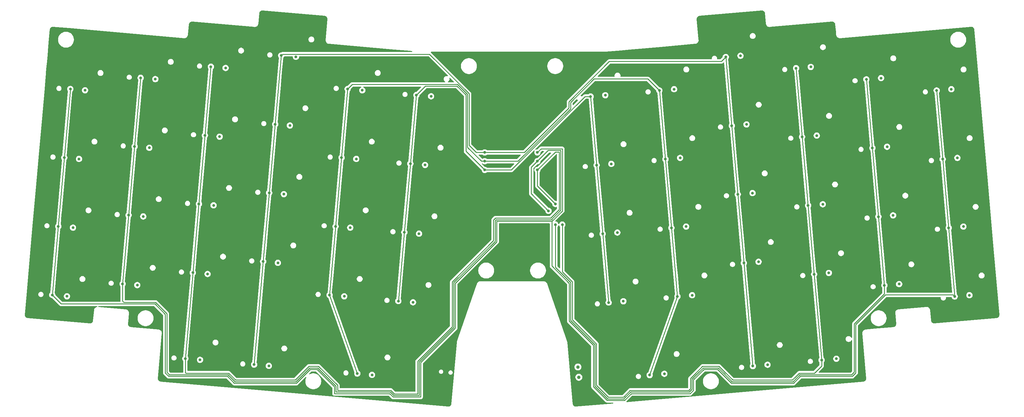
<source format=gbr>
%TF.GenerationSoftware,KiCad,Pcbnew,9.0.2*%
%TF.CreationDate,2025-06-04T11:45:29-06:00*%
%TF.ProjectId,chasm-v4,63686173-6d2d-4763-942e-6b696361645f,v1.0.0*%
%TF.SameCoordinates,Original*%
%TF.FileFunction,Copper,L2,Bot*%
%TF.FilePolarity,Positive*%
%FSLAX46Y46*%
G04 Gerber Fmt 4.6, Leading zero omitted, Abs format (unit mm)*
G04 Created by KiCad (PCBNEW 9.0.2) date 2025-06-04 11:45:29*
%MOMM*%
%LPD*%
G01*
G04 APERTURE LIST*
%TA.AperFunction,ComponentPad*%
%ADD10C,0.800000*%
%TD*%
%TA.AperFunction,WasherPad*%
%ADD11C,1.000000*%
%TD*%
%TA.AperFunction,ViaPad*%
%ADD12C,0.800000*%
%TD*%
%TA.AperFunction,Conductor*%
%ADD13C,0.250000*%
%TD*%
G04 APERTURE END LIST*
D10*
%TO.P,S1,*%
%TO.N,outer_bottom*%
X101537283Y-102794617D03*
%TO.N,P011*%
X97278551Y-102422027D03*
%TD*%
%TO.P,S2,*%
%TO.N,outer_home*%
X103280398Y-82870723D03*
%TO.N,P011*%
X99021666Y-82498133D03*
%TD*%
%TO.P,S3,*%
%TO.N,outer_top*%
X105023513Y-62946829D03*
%TO.N,P011*%
X100764781Y-62574239D03*
%TD*%
%TO.P,S4,*%
%TO.N,outer_num*%
X106766628Y-43022935D03*
%TO.N,P011*%
X102507896Y-42650345D03*
%TD*%
%TO.P,S5,*%
%TO.N,pinky_bottom*%
X121896956Y-99556758D03*
%TO.N,P104*%
X117638224Y-99184168D03*
%TD*%
%TO.P,S6,*%
%TO.N,pinky_home*%
X123640071Y-79632864D03*
%TO.N,P104*%
X119381339Y-79260274D03*
%TD*%
%TO.P,S7,*%
%TO.N,pinky_top*%
X125383186Y-59708970D03*
%TO.N,P104*%
X121124454Y-59336380D03*
%TD*%
%TO.P,S8,*%
%TO.N,pinky_num*%
X127126300Y-39785076D03*
%TO.N,P104*%
X122867568Y-39412486D03*
%TD*%
%TO.P,S9,*%
%TO.N,ring_bottom*%
X142256628Y-96318900D03*
%TO.N,P106*%
X137997896Y-95946310D03*
%TD*%
%TO.P,S10,*%
%TO.N,ring_home*%
X143999743Y-76395006D03*
%TO.N,P106*%
X139741011Y-76022416D03*
%TD*%
%TO.P,S11,*%
%TO.N,ring_top*%
X145742858Y-56471112D03*
%TO.N,P106*%
X141484126Y-56098522D03*
%TD*%
%TO.P,S12,*%
%TO.N,ring_num*%
X147485973Y-36547218D03*
%TO.N,P106*%
X143227241Y-36174628D03*
%TD*%
%TO.P,S13,*%
%TO.N,middle_bottom*%
X162616301Y-93081041D03*
%TO.N,P111*%
X158357569Y-92708451D03*
%TD*%
%TO.P,S14,*%
%TO.N,middle_home*%
X164359416Y-73157147D03*
%TO.N,P111*%
X160100684Y-72784557D03*
%TD*%
%TO.P,S15,*%
%TO.N,middle_top*%
X166102531Y-53233253D03*
%TO.N,P111*%
X161843799Y-52860663D03*
%TD*%
%TO.P,S16,*%
%TO.N,middle_num*%
X167845646Y-33309359D03*
%TO.N,P111*%
X163586914Y-32936769D03*
%TD*%
%TO.P,S17,*%
%TO.N,index_bottom*%
X181842949Y-102793714D03*
%TO.N,P010*%
X177584217Y-102421124D03*
%TD*%
%TO.P,S18,*%
%TO.N,index_home*%
X183586064Y-82869819D03*
%TO.N,P010*%
X179327332Y-82497229D03*
%TD*%
%TO.P,S19,*%
%TO.N,index_top*%
X185329179Y-62945925D03*
%TO.N,P010*%
X181070447Y-62573335D03*
%TD*%
%TO.P,S20,*%
%TO.N,index_num*%
X187072294Y-43022031D03*
%TO.N,P010*%
X182813562Y-42649441D03*
%TD*%
%TO.P,S21,*%
%TO.N,inner_bottom*%
X201766843Y-104536828D03*
%TO.N,P009*%
X197508111Y-104164238D03*
%TD*%
%TO.P,S22,*%
%TO.N,inner_home*%
X203509958Y-84612934D03*
%TO.N,P009*%
X199251226Y-84240344D03*
%TD*%
%TO.P,S23,*%
%TO.N,inner_top*%
X205253073Y-64689040D03*
%TO.N,P009*%
X200994341Y-64316450D03*
%TD*%
%TO.P,S24,*%
%TO.N,inner_num*%
X206996188Y-44765146D03*
%TO.N,P009*%
X202737456Y-44392556D03*
%TD*%
%TO.P,S25,*%
%TO.N,option_thumbrow*%
X140077735Y-121223767D03*
%TO.N,P106*%
X135819003Y-120851177D03*
%TD*%
%TO.P,S26,*%
%TO.N,command_thumbrow*%
X160001629Y-122966882D03*
%TO.N,P111*%
X155742897Y-122594292D03*
%TD*%
%TO.P,S27,*%
%TO.N,space1_thumbrow*%
X189887470Y-125581554D03*
%TO.N,P010*%
X185628738Y-125208964D03*
%TD*%
%TO.P,S28,*%
%TO.N,mirror_outer_bottom*%
X362917017Y-102485215D03*
%TO.N,P011*%
X358658285Y-102857805D03*
%TD*%
%TO.P,S29,*%
%TO.N,mirror_outer_home*%
X361173903Y-82561321D03*
%TO.N,P011*%
X356915171Y-82933911D03*
%TD*%
%TO.P,S30,*%
%TO.N,mirror_outer_top*%
X359430788Y-62637427D03*
%TO.N,P011*%
X355172056Y-63010017D03*
%TD*%
%TO.P,S31,*%
%TO.N,mirror_outer_num*%
X357687673Y-42713533D03*
%TO.N,P011*%
X353428941Y-43086123D03*
%TD*%
%TO.P,S32,*%
%TO.N,mirror_pinky_bottom*%
X342557345Y-99247356D03*
%TO.N,P104*%
X338298613Y-99619946D03*
%TD*%
%TO.P,S33,*%
%TO.N,mirror_pinky_home*%
X340814230Y-79323462D03*
%TO.N,P104*%
X336555498Y-79696052D03*
%TD*%
%TO.P,S34,*%
%TO.N,mirror_pinky_top*%
X339071115Y-59399568D03*
%TO.N,P104*%
X334812383Y-59772158D03*
%TD*%
%TO.P,S35,*%
%TO.N,mirror_pinky_num*%
X337328000Y-39475674D03*
%TO.N,P104*%
X333069268Y-39848264D03*
%TD*%
%TO.P,S36,*%
%TO.N,mirror_ring_bottom*%
X322197672Y-96009498D03*
%TO.N,P106*%
X317938940Y-96382088D03*
%TD*%
%TO.P,S37,*%
%TO.N,mirror_ring_home*%
X320454557Y-76085604D03*
%TO.N,P106*%
X316195825Y-76458194D03*
%TD*%
%TO.P,S38,*%
%TO.N,mirror_ring_top*%
X318711442Y-56161710D03*
%TO.N,P106*%
X314452710Y-56534300D03*
%TD*%
%TO.P,S39,*%
%TO.N,mirror_ring_num*%
X316968327Y-36237816D03*
%TO.N,P106*%
X312709595Y-36610406D03*
%TD*%
%TO.P,S40,*%
%TO.N,mirror_middle_bottom*%
X301837999Y-92771639D03*
%TO.N,P111*%
X297579267Y-93144229D03*
%TD*%
%TO.P,S41,*%
%TO.N,mirror_middle_home*%
X300094884Y-72847745D03*
%TO.N,P111*%
X295836152Y-73220335D03*
%TD*%
%TO.P,S42,*%
%TO.N,mirror_middle_top*%
X298351770Y-52923851D03*
%TO.N,P111*%
X294093038Y-53296441D03*
%TD*%
%TO.P,S43,*%
%TO.N,mirror_middle_num*%
X296608655Y-32999957D03*
%TO.N,P111*%
X292349923Y-33372547D03*
%TD*%
%TO.P,S44,*%
%TO.N,mirror_index_bottom*%
X282611351Y-102484312D03*
%TO.N,P010*%
X278352619Y-102856902D03*
%TD*%
%TO.P,S45,*%
%TO.N,mirror_index_home*%
X280868236Y-82560417D03*
%TO.N,P010*%
X276609504Y-82933007D03*
%TD*%
%TO.P,S46,*%
%TO.N,mirror_index_top*%
X279125122Y-62636523D03*
%TO.N,P010*%
X274866390Y-63009113D03*
%TD*%
%TO.P,S47,*%
%TO.N,mirror_index_num*%
X277382007Y-42712629D03*
%TO.N,P010*%
X273123275Y-43085219D03*
%TD*%
%TO.P,S48,*%
%TO.N,mirror_inner_bottom*%
X262687457Y-104227426D03*
%TO.N,P009*%
X258428725Y-104600016D03*
%TD*%
%TO.P,S49,*%
%TO.N,mirror_inner_home*%
X260944343Y-84303532D03*
%TO.N,P009*%
X256685611Y-84676122D03*
%TD*%
%TO.P,S50,*%
%TO.N,mirror_inner_top*%
X259201228Y-64379638D03*
%TO.N,P009*%
X254942496Y-64752228D03*
%TD*%
%TO.P,S51,*%
%TO.N,mirror_inner_num*%
X257458113Y-44455744D03*
%TO.N,P009*%
X253199381Y-44828334D03*
%TD*%
%TO.P,S52,*%
%TO.N,mirror_option_thumbrow*%
X324376566Y-120914365D03*
%TO.N,P106*%
X320117834Y-121286955D03*
%TD*%
%TO.P,S53,*%
%TO.N,mirror_command_thumbrow*%
X304452672Y-122657480D03*
%TO.N,P111*%
X300193940Y-123030070D03*
%TD*%
%TO.P,S54,*%
%TO.N,mirror_space1_thumbrow*%
X274566831Y-125272152D03*
%TO.N,P010*%
X270308099Y-125644742D03*
%TD*%
D11*
%TO.P,T1,*%
%TO.N,*%
X249785879Y-126285811D03*
X249524411Y-123297227D03*
%TD*%
D12*
%TO.N,P106*%
X243000000Y-76000000D03*
X245000000Y-82000000D03*
%TO.N,P104*%
X243000000Y-82000000D03*
X241000000Y-78000000D03*
%TO.N,P011*%
X237784623Y-61052559D03*
%TO.N,P104*%
X237784623Y-63592559D03*
%TO.N,P106*%
X237784623Y-66132559D03*
%TO.N,P009*%
X222544623Y-66132559D03*
%TO.N,P010*%
X222544623Y-63592559D03*
%TO.N,P111*%
X222544623Y-61052559D03*
%TD*%
D13*
%TO.N,P106*%
X247902000Y-98626380D02*
X246137810Y-96862190D01*
X254902000Y-119000000D02*
X254902000Y-116626380D01*
X247902000Y-108000000D02*
X247902000Y-98626380D01*
X292137810Y-124862190D02*
X290373620Y-123098000D01*
X254902000Y-116626380D02*
X253137810Y-114862190D01*
X254902000Y-128626380D02*
X254902000Y-119000000D01*
X259000000Y-132098000D02*
X258373620Y-132098000D01*
X280000000Y-130098000D02*
X264626380Y-130098000D01*
X282098000Y-129626380D02*
X281626380Y-130098000D01*
X283362190Y-125362190D02*
X282098000Y-126626380D01*
X320117834Y-122980166D02*
X318000000Y-125098000D01*
X245000000Y-95724380D02*
X245000000Y-82000000D01*
X320117834Y-121286955D02*
X320117834Y-122980166D01*
X264626380Y-130098000D02*
X262862190Y-131862190D01*
X282098000Y-126626380D02*
X282098000Y-129626380D01*
X311626380Y-127098000D02*
X307000000Y-127098000D01*
X281626380Y-130098000D02*
X280000000Y-130098000D01*
X318000000Y-125098000D02*
X313626380Y-125098000D01*
X313626380Y-125098000D02*
X312362190Y-126362190D01*
X294373620Y-127098000D02*
X292137810Y-124862190D01*
X312362190Y-126362190D02*
X311626380Y-127098000D01*
X290373620Y-123098000D02*
X285626380Y-123098000D01*
X247902000Y-109626380D02*
X247902000Y-108000000D01*
X258373620Y-132098000D02*
X256637810Y-130362190D01*
X307000000Y-127098000D02*
X294373620Y-127098000D01*
X285626380Y-123098000D02*
X283362190Y-125362190D01*
X262626380Y-132098000D02*
X259000000Y-132098000D01*
X256637810Y-130362190D02*
X254902000Y-128626380D01*
X246137810Y-96862190D02*
X245000000Y-95724380D01*
X253137810Y-114862190D02*
X247902000Y-109626380D01*
X262862190Y-131862190D02*
X262626380Y-132098000D01*
X243000000Y-76000000D02*
X237784623Y-70784623D01*
X237784623Y-70784623D02*
X237784623Y-66132559D01*
%TO.N,P104*%
X252318905Y-114681095D02*
X247451000Y-109813190D01*
X262813190Y-132549000D02*
X259000000Y-132549000D01*
X291818905Y-125181095D02*
X290186810Y-123549000D01*
X247451000Y-109813190D02*
X247451000Y-108000000D01*
X328813190Y-125549000D02*
X328000000Y-125549000D01*
X236000000Y-65377182D02*
X237784623Y-63592559D01*
X282549000Y-129813190D02*
X281813190Y-130549000D01*
X243000000Y-94362190D02*
X243000000Y-82000000D01*
X263181095Y-132181095D02*
X262813190Y-132549000D01*
X254451000Y-116813190D02*
X252318905Y-114681095D01*
X254451000Y-128813190D02*
X254451000Y-124000000D01*
X329549000Y-115000000D02*
X329549000Y-124813190D01*
X280000000Y-130549000D02*
X264813190Y-130549000D01*
X334681095Y-105681095D02*
X329549000Y-110813190D01*
X329549000Y-124813190D02*
X328813190Y-125549000D01*
X281813190Y-130549000D02*
X280000000Y-130549000D01*
X285813190Y-123549000D02*
X284681095Y-124681095D01*
X294186810Y-127549000D02*
X291818905Y-125181095D01*
X246318905Y-97681095D02*
X243000000Y-94362190D01*
X328000000Y-125549000D02*
X313813190Y-125549000D01*
X241000000Y-78000000D02*
X236000000Y-73000000D01*
X329549000Y-110813190D02*
X329549000Y-115000000D01*
X254451000Y-124000000D02*
X254451000Y-116813190D01*
X313813190Y-125549000D02*
X311813190Y-127549000D01*
X290186810Y-123549000D02*
X285813190Y-123549000D01*
X259000000Y-132549000D02*
X258186810Y-132549000D01*
X282549000Y-126813190D02*
X282549000Y-129813190D01*
X247451000Y-108000000D02*
X247451000Y-98813190D01*
X308000000Y-127549000D02*
X294186810Y-127549000D01*
X338298613Y-102063577D02*
X334681095Y-105681095D01*
X338298613Y-99619946D02*
X338298613Y-102063577D01*
X255318905Y-129681095D02*
X254451000Y-128813190D01*
X264813190Y-130549000D02*
X263181095Y-132181095D01*
X284681095Y-124681095D02*
X282549000Y-126813190D01*
X247451000Y-98813190D02*
X246318905Y-97681095D01*
X311813190Y-127549000D02*
X308000000Y-127549000D01*
X258186810Y-132549000D02*
X255318905Y-129681095D01*
X236000000Y-73000000D02*
X236000000Y-65377182D01*
%TO.N,P011*%
X358658285Y-102857805D02*
X358169519Y-102369039D01*
X358169519Y-102369039D02*
X338630961Y-102369039D01*
X338630961Y-102369039D02*
X330000000Y-111000000D01*
X312000000Y-128000000D02*
X294000000Y-128000000D01*
X330000000Y-111000000D02*
X330000000Y-125000000D01*
X330000000Y-125000000D02*
X329000000Y-126000000D01*
X329000000Y-126000000D02*
X314000000Y-126000000D01*
X283000000Y-130000000D02*
X282000000Y-131000000D01*
X314000000Y-126000000D02*
X312000000Y-128000000D01*
X294000000Y-128000000D02*
X290000000Y-124000000D01*
X290000000Y-124000000D02*
X286000000Y-124000000D01*
X242000000Y-94000000D02*
X242000000Y-81000000D01*
X286000000Y-124000000D02*
X283000000Y-127000000D01*
X283000000Y-127000000D02*
X283000000Y-130000000D01*
X282000000Y-131000000D02*
X265000000Y-131000000D01*
X265000000Y-131000000D02*
X263000000Y-133000000D01*
X263000000Y-133000000D02*
X258000000Y-133000000D01*
X258000000Y-133000000D02*
X254000000Y-129000000D01*
X254000000Y-129000000D02*
X254000000Y-117000000D01*
X254000000Y-117000000D02*
X247000000Y-110000000D01*
X247000000Y-110000000D02*
X247000000Y-99000000D01*
X247000000Y-99000000D02*
X242000000Y-94000000D01*
%TO.N,P111*%
X292349923Y-33372547D02*
X291086689Y-34635781D01*
X291086689Y-34635781D02*
X258623780Y-34635781D01*
X258623780Y-34635781D02*
X246917631Y-46341930D01*
X246917631Y-46341930D02*
X246917631Y-48181822D01*
X246917631Y-48181822D02*
X234046894Y-61052559D01*
X234046894Y-61052559D02*
X222544623Y-61052559D01*
%TO.N,P010*%
X273123275Y-43085219D02*
X269739546Y-39701490D01*
X269739546Y-39701490D02*
X254195881Y-39701490D01*
X254195881Y-39701490D02*
X247368631Y-46528740D01*
X247368631Y-46528740D02*
X247368631Y-48368632D01*
X232144704Y-63592559D02*
X222544623Y-63592559D01*
X247368631Y-48368632D02*
X232144704Y-63592559D01*
%TO.N,P009*%
X253199381Y-44828334D02*
X251546739Y-44828334D01*
X251546739Y-44828334D02*
X230242514Y-66132559D01*
X230242514Y-66132559D02*
X222544623Y-66132559D01*
X202737456Y-44392556D02*
X205360107Y-41769905D01*
X205360107Y-41769905D02*
X214494285Y-41769905D01*
X214494285Y-41769905D02*
X217098000Y-44373620D01*
X217098000Y-60685936D02*
X222544623Y-66132559D01*
X217098000Y-44373620D02*
X217098000Y-60685936D01*
%TO.N,P010*%
X182813562Y-42649441D02*
X184144098Y-41318905D01*
X184144098Y-41318905D02*
X214681095Y-41318905D01*
X217549000Y-44186810D02*
X217549000Y-59549000D01*
X214681095Y-41318905D02*
X217549000Y-44186810D01*
X217549000Y-59549000D02*
X221592559Y-63592559D01*
X221592559Y-63592559D02*
X222544623Y-63592559D01*
%TO.N,P111*%
X163586914Y-32936769D02*
X163986914Y-32536769D01*
X218000000Y-59000000D02*
X220052559Y-61052559D01*
X163986914Y-32536769D02*
X206536769Y-32536769D01*
X206536769Y-32536769D02*
X218000000Y-44000000D01*
X218000000Y-44000000D02*
X218000000Y-59000000D01*
X220052559Y-61052559D02*
X222544623Y-61052559D01*
%TO.N,P106*%
X135819003Y-120851177D02*
X135819003Y-124917003D01*
X135819003Y-124917003D02*
X136000000Y-125098000D01*
X136000000Y-125098000D02*
X148373620Y-125098000D01*
X167626380Y-127098000D02*
X171626380Y-123098000D01*
X148373620Y-125098000D02*
X150373620Y-127098000D01*
X244098000Y-77626380D02*
X244098000Y-60902000D01*
X150373620Y-127098000D02*
X167626380Y-127098000D01*
X179902000Y-130098000D02*
X195373620Y-130098000D01*
X171626380Y-123098000D02*
X174373620Y-123098000D01*
X174373620Y-123098000D02*
X179902000Y-128626380D01*
X179902000Y-128626380D02*
X179902000Y-130098000D01*
X195373620Y-130098000D02*
X196373620Y-131098000D01*
X196373620Y-131098000D02*
X203098000Y-131098000D01*
X213098000Y-111626380D02*
X213098000Y-98626380D01*
X243015182Y-60902000D02*
X237784623Y-66132559D01*
X203098000Y-131098000D02*
X203098000Y-121626380D01*
X203098000Y-121626380D02*
X213098000Y-111626380D01*
X213098000Y-98626380D02*
X225098000Y-86626380D01*
X225098000Y-86626380D02*
X225098000Y-80626380D01*
X225098000Y-80626380D02*
X225626380Y-80098000D01*
X225626380Y-80098000D02*
X241626380Y-80098000D01*
X241626380Y-80098000D02*
X244098000Y-77626380D01*
X244098000Y-60902000D02*
X243015182Y-60902000D01*
%TO.N,P104*%
X117638224Y-99184168D02*
X117638224Y-104187224D01*
X244549000Y-60451000D02*
X240926182Y-60451000D01*
X240926182Y-60451000D02*
X237784623Y-63592559D01*
X117638224Y-104187224D02*
X118000000Y-104549000D01*
X118000000Y-104549000D02*
X127186810Y-104549000D01*
X127186810Y-104549000D02*
X130451000Y-107813190D01*
X130451000Y-107813190D02*
X130451000Y-124813190D01*
X130451000Y-124813190D02*
X131186810Y-125549000D01*
X131186810Y-125549000D02*
X148186810Y-125549000D01*
X148186810Y-125549000D02*
X150186810Y-127549000D01*
X150186810Y-127549000D02*
X167813190Y-127549000D01*
X167813190Y-127549000D02*
X171813190Y-123549000D01*
X171813190Y-123549000D02*
X174186810Y-123549000D01*
X174186810Y-123549000D02*
X179451000Y-128813190D01*
X179451000Y-128813190D02*
X179451000Y-130549000D01*
X179451000Y-130549000D02*
X195186810Y-130549000D01*
X195186810Y-130549000D02*
X196186810Y-131549000D01*
X196186810Y-131549000D02*
X203549000Y-131549000D01*
X203549000Y-121813190D02*
X213549000Y-111813190D01*
X203549000Y-131549000D02*
X203549000Y-121813190D01*
X213549000Y-111813190D02*
X213549000Y-98813190D01*
X213549000Y-98813190D02*
X225549000Y-86813190D01*
X225549000Y-86813190D02*
X225549000Y-80813190D01*
X225549000Y-80813190D02*
X225813190Y-80549000D01*
X225813190Y-80549000D02*
X241813190Y-80549000D01*
X241813190Y-80549000D02*
X244549000Y-77813190D01*
X244549000Y-77813190D02*
X244549000Y-60451000D01*
%TO.N,P011*%
X97278551Y-102422027D02*
X99856524Y-105000000D01*
X99856524Y-105000000D02*
X127000000Y-105000000D01*
X130000000Y-125000000D02*
X131000000Y-126000000D01*
X196000000Y-132000000D02*
X204000000Y-132000000D01*
X127000000Y-105000000D02*
X130000000Y-108000000D01*
X130000000Y-108000000D02*
X130000000Y-125000000D01*
X131000000Y-126000000D02*
X148000000Y-126000000D01*
X148000000Y-126000000D02*
X150000000Y-128000000D01*
X150000000Y-128000000D02*
X168000000Y-128000000D01*
X174000000Y-124000000D02*
X179000000Y-129000000D01*
X168000000Y-128000000D02*
X172000000Y-124000000D01*
X172000000Y-124000000D02*
X174000000Y-124000000D01*
X179000000Y-131000000D02*
X195000000Y-131000000D01*
X195000000Y-131000000D02*
X196000000Y-132000000D01*
X179000000Y-129000000D02*
X179000000Y-131000000D01*
X204000000Y-132000000D02*
X204000000Y-122000000D01*
X245000000Y-60000000D02*
X238837182Y-60000000D01*
X204000000Y-122000000D02*
X214000000Y-112000000D01*
X214000000Y-112000000D02*
X214000000Y-99000000D01*
X214000000Y-99000000D02*
X226000000Y-87000000D01*
X226000000Y-87000000D02*
X226000000Y-81000000D01*
X226000000Y-81000000D02*
X242000000Y-81000000D01*
X242000000Y-81000000D02*
X245000000Y-78000000D01*
X245000000Y-78000000D02*
X245000000Y-60000000D01*
X238837182Y-60000000D02*
X237784623Y-61052559D01*
X355172056Y-63010017D02*
X353428941Y-43086123D01*
X356915171Y-82933911D02*
X355172056Y-63010017D01*
X358658285Y-102857805D02*
X356915171Y-82933911D01*
%TO.N,P104*%
X336555498Y-79696052D02*
X338298613Y-99619946D01*
X334812383Y-59772158D02*
X336555498Y-79696052D01*
X333069268Y-39848264D02*
X334812383Y-59772158D01*
%TO.N,P106*%
X314452710Y-56534300D02*
X312709595Y-36610406D01*
X316195825Y-76458194D02*
X314452710Y-56534300D01*
X317938940Y-96382088D02*
X316195825Y-76458194D01*
X320117834Y-121286955D02*
X317938940Y-96382088D01*
%TO.N,P111*%
X297579267Y-93144229D02*
X300193940Y-123030070D01*
X295836152Y-73220335D02*
X297579267Y-93144229D01*
X294093038Y-53296441D02*
X295836152Y-73220335D01*
X292349923Y-33372547D02*
X294093038Y-53296441D01*
%TO.N,P010*%
X274866390Y-63009113D02*
X273123275Y-43085219D01*
X276609504Y-82933007D02*
X274866390Y-63009113D01*
X278352619Y-102856902D02*
X276609504Y-82933007D01*
X270308099Y-125644742D02*
X278352619Y-102856902D01*
%TO.N,P009*%
X256685611Y-84676122D02*
X258428725Y-104600016D01*
X254942496Y-64752228D02*
X256685611Y-84676122D01*
X253199381Y-44828334D02*
X254942496Y-64752228D01*
X199251226Y-84240344D02*
X197508111Y-104164238D01*
X200994341Y-64316450D02*
X199251226Y-84240344D01*
X202737456Y-44392556D02*
X200994341Y-64316450D01*
%TO.N,P010*%
X177584217Y-102421124D02*
X185628738Y-125208964D01*
X179327332Y-82497229D02*
X177584217Y-102421124D01*
X181070447Y-62573335D02*
X179327332Y-82497229D01*
X182813562Y-42649441D02*
X181070447Y-62573335D01*
%TO.N,P011*%
X100764781Y-62574239D02*
X102507896Y-42650345D01*
X99021666Y-82498133D02*
X100764781Y-62574239D01*
X97278551Y-102422027D02*
X99021666Y-82498133D01*
%TO.N,P104*%
X119381339Y-79260274D02*
X117638224Y-99184168D01*
X121124454Y-59336380D02*
X119381339Y-79260274D01*
X122867568Y-39412486D02*
X121124454Y-59336380D01*
%TO.N,P111*%
X161843799Y-52860663D02*
X163586914Y-32936769D01*
X160100684Y-72784557D02*
X161843799Y-52860663D01*
X158357569Y-92708451D02*
X160100684Y-72784557D01*
X158357569Y-92708451D02*
X155742897Y-122594292D01*
%TO.N,P106*%
X137997896Y-95946310D02*
X135819003Y-120851177D01*
X139741011Y-76022416D02*
X137997896Y-95946310D01*
X141484126Y-56098522D02*
X139741011Y-76022416D01*
X143227241Y-36174628D02*
X141484126Y-56098522D01*
%TD*%
%TA.AperFunction,NonConductor*%
G36*
X212483014Y-39385167D02*
G01*
X212509335Y-39405240D01*
X213577819Y-40473724D01*
X213611304Y-40535047D01*
X213606320Y-40604739D01*
X213564448Y-40660672D01*
X213498984Y-40685089D01*
X213490138Y-40685405D01*
X211996004Y-40685405D01*
X211928965Y-40665720D01*
X211883210Y-40612916D01*
X211873266Y-40543758D01*
X211902291Y-40480202D01*
X211927113Y-40458303D01*
X212018675Y-40397123D01*
X212137139Y-40278659D01*
X212179402Y-40215408D01*
X212230216Y-40139360D01*
X212294329Y-39984579D01*
X212327013Y-39820264D01*
X212327013Y-39652730D01*
X212300037Y-39517111D01*
X212306264Y-39447521D01*
X212349127Y-39392344D01*
X212415017Y-39369099D01*
X212483014Y-39385167D01*
G37*
%TD.AperFunction*%
%TA.AperFunction,NonConductor*%
G36*
X249251855Y-45628365D02*
G01*
X249266383Y-45629404D01*
X249283251Y-45642031D01*
X249302567Y-45650440D01*
X249319161Y-45668914D01*
X249322316Y-45671276D01*
X249326152Y-45676697D01*
X249337701Y-45693982D01*
X249337705Y-45693987D01*
X249442235Y-45798517D01*
X249459524Y-45810069D01*
X249504330Y-45863682D01*
X249513037Y-45933006D01*
X249482883Y-45996034D01*
X249478315Y-46000853D01*
X248213812Y-47265356D01*
X248152489Y-47298841D01*
X248082797Y-47293857D01*
X248026864Y-47251985D01*
X248002447Y-47186521D01*
X248002131Y-47177675D01*
X248002131Y-46842505D01*
X248021816Y-46775466D01*
X248038445Y-46754828D01*
X249135370Y-45657903D01*
X249153858Y-45647808D01*
X249169534Y-45633728D01*
X249183910Y-45631398D01*
X249196691Y-45624420D01*
X249217705Y-45625922D01*
X249238504Y-45622553D01*
X249251855Y-45628365D01*
G37*
%TD.AperFunction*%
%TA.AperFunction,NonConductor*%
G36*
X221908987Y-61705744D02*
G01*
X221929630Y-61722379D01*
X221965484Y-61758234D01*
X221965488Y-61758237D01*
X222114280Y-61857657D01*
X222114284Y-61857659D01*
X222114287Y-61857661D01*
X222279623Y-61926146D01*
X222455139Y-61961058D01*
X222455143Y-61961059D01*
X222455144Y-61961059D01*
X222634103Y-61961059D01*
X222634104Y-61961058D01*
X222809623Y-61926146D01*
X222974959Y-61857661D01*
X223123758Y-61758237D01*
X223159616Y-61722379D01*
X223220938Y-61688893D01*
X223247298Y-61686059D01*
X232855938Y-61686059D01*
X232922977Y-61705744D01*
X232968732Y-61758548D01*
X232978676Y-61827706D01*
X232949651Y-61891262D01*
X232943619Y-61897740D01*
X231918619Y-62922740D01*
X231857296Y-62956225D01*
X231830938Y-62959059D01*
X223247298Y-62959059D01*
X223180259Y-62939374D01*
X223159616Y-62922739D01*
X223123761Y-62886883D01*
X223123757Y-62886880D01*
X222974965Y-62787460D01*
X222974955Y-62787455D01*
X222809623Y-62718972D01*
X222809615Y-62718970D01*
X222634106Y-62684059D01*
X222634102Y-62684059D01*
X222455144Y-62684059D01*
X222455139Y-62684059D01*
X222279630Y-62718970D01*
X222279622Y-62718972D01*
X222114290Y-62787455D01*
X222114280Y-62787460D01*
X221965488Y-62886880D01*
X221965484Y-62886883D01*
X221961817Y-62890551D01*
X221900494Y-62924036D01*
X221830802Y-62919052D01*
X221786455Y-62890551D01*
X220793644Y-61897740D01*
X220760159Y-61836417D01*
X220765143Y-61766725D01*
X220807015Y-61710792D01*
X220872479Y-61686375D01*
X220881325Y-61686059D01*
X221841948Y-61686059D01*
X221908987Y-61705744D01*
G37*
%TD.AperFunction*%
%TA.AperFunction,NonConductor*%
G36*
X221908987Y-64245744D02*
G01*
X221929630Y-64262379D01*
X221965484Y-64298234D01*
X221965488Y-64298237D01*
X222114280Y-64397657D01*
X222114284Y-64397659D01*
X222114287Y-64397661D01*
X222279623Y-64466146D01*
X222455139Y-64501058D01*
X222455143Y-64501059D01*
X222455144Y-64501059D01*
X222634103Y-64501059D01*
X222634104Y-64501058D01*
X222809623Y-64466146D01*
X222974959Y-64397661D01*
X223123758Y-64298237D01*
X223159616Y-64262379D01*
X223220938Y-64228893D01*
X223247298Y-64226059D01*
X230953748Y-64226059D01*
X231020787Y-64245744D01*
X231066542Y-64298548D01*
X231076486Y-64367706D01*
X231047461Y-64431262D01*
X231041429Y-64437740D01*
X230016429Y-65462740D01*
X229955106Y-65496225D01*
X229928748Y-65499059D01*
X223247298Y-65499059D01*
X223180259Y-65479374D01*
X223159616Y-65462739D01*
X223123761Y-65426883D01*
X223123757Y-65426880D01*
X222974965Y-65327460D01*
X222974955Y-65327455D01*
X222809623Y-65258972D01*
X222809615Y-65258970D01*
X222634106Y-65224059D01*
X222634102Y-65224059D01*
X222583389Y-65224059D01*
X222516350Y-65204374D01*
X222495708Y-65187740D01*
X221745708Y-64437740D01*
X221735095Y-64418303D01*
X221720595Y-64401570D01*
X221718678Y-64388238D01*
X221712223Y-64376417D01*
X221713802Y-64354330D01*
X221710651Y-64332412D01*
X221716246Y-64320160D01*
X221717207Y-64306725D01*
X221730477Y-64288998D01*
X221739676Y-64268856D01*
X221751007Y-64261573D01*
X221759079Y-64250792D01*
X221779824Y-64243054D01*
X221798454Y-64231082D01*
X221820372Y-64227930D01*
X221824543Y-64226375D01*
X221833389Y-64226059D01*
X221841948Y-64226059D01*
X221908987Y-64245744D01*
G37*
%TD.AperFunction*%
%TA.AperFunction,NonConductor*%
G36*
X241704455Y-61104185D02*
G01*
X241750210Y-61156989D01*
X241760154Y-61226147D01*
X241731129Y-61289703D01*
X241725097Y-61296181D01*
X237833538Y-65187740D01*
X237772215Y-65221225D01*
X237745857Y-65224059D01*
X237695139Y-65224059D01*
X237519630Y-65258970D01*
X237519622Y-65258972D01*
X237354290Y-65327455D01*
X237354280Y-65327460D01*
X237205488Y-65426880D01*
X237205484Y-65426883D01*
X237078947Y-65553420D01*
X237078944Y-65553424D01*
X236979524Y-65702216D01*
X236979519Y-65702226D01*
X236911036Y-65867558D01*
X236911034Y-65867566D01*
X236879117Y-66028025D01*
X236846732Y-66089936D01*
X236786017Y-66124510D01*
X236716247Y-66120771D01*
X236659575Y-66079905D01*
X236633994Y-66014886D01*
X236633500Y-66003834D01*
X236633500Y-65690948D01*
X236653185Y-65623909D01*
X236669819Y-65603267D01*
X237735708Y-64537378D01*
X237797031Y-64503893D01*
X237823389Y-64501059D01*
X237874103Y-64501059D01*
X237874104Y-64501058D01*
X238049623Y-64466146D01*
X238214959Y-64397661D01*
X238363758Y-64298237D01*
X238490301Y-64171694D01*
X238589725Y-64022895D01*
X238658210Y-63857559D01*
X238693123Y-63682038D01*
X238693123Y-63631325D01*
X238712808Y-63564286D01*
X238729442Y-63543644D01*
X241152267Y-61120819D01*
X241213590Y-61087334D01*
X241239948Y-61084500D01*
X241637416Y-61084500D01*
X241704455Y-61104185D01*
G37*
%TD.AperFunction*%
%TA.AperFunction,NonConductor*%
G36*
X243407539Y-61555185D02*
G01*
X243453294Y-61607989D01*
X243464500Y-61659500D01*
X243464500Y-75023469D01*
X243444815Y-75090508D01*
X243392011Y-75136263D01*
X243322853Y-75146207D01*
X243293049Y-75138031D01*
X243265000Y-75126413D01*
X243264992Y-75126411D01*
X243089483Y-75091500D01*
X243089479Y-75091500D01*
X243038766Y-75091500D01*
X242971727Y-75071815D01*
X242951085Y-75055181D01*
X238454442Y-70558538D01*
X238420957Y-70497215D01*
X238418123Y-70470857D01*
X238418123Y-66835234D01*
X238437808Y-66768195D01*
X238454443Y-66747552D01*
X238490298Y-66711697D01*
X238490301Y-66711694D01*
X238589725Y-66562895D01*
X238658210Y-66397559D01*
X238693123Y-66222038D01*
X238693123Y-66171325D01*
X238712808Y-66104286D01*
X238729442Y-66083644D01*
X243241267Y-61571819D01*
X243268194Y-61557115D01*
X243294013Y-61540523D01*
X243300213Y-61539631D01*
X243302590Y-61538334D01*
X243328948Y-61535500D01*
X243340500Y-61535500D01*
X243407539Y-61555185D01*
G37*
%TD.AperFunction*%
%TA.AperFunction,NonConductor*%
G36*
X244041253Y-82148145D02*
G01*
X244097925Y-82189011D01*
X244121617Y-82240891D01*
X244126411Y-82264992D01*
X244126413Y-82265000D01*
X244194896Y-82430332D01*
X244194901Y-82430342D01*
X244294321Y-82579134D01*
X244294324Y-82579138D01*
X244330180Y-82614993D01*
X244363666Y-82676315D01*
X244366500Y-82702675D01*
X244366500Y-94533424D01*
X244346815Y-94600463D01*
X244294011Y-94646218D01*
X244224853Y-94656162D01*
X244161297Y-94627137D01*
X244154819Y-94621105D01*
X243669819Y-94136105D01*
X243636334Y-94074782D01*
X243633500Y-94048424D01*
X243633500Y-82702675D01*
X243653185Y-82635636D01*
X243669820Y-82614993D01*
X243705675Y-82579138D01*
X243705678Y-82579135D01*
X243805102Y-82430336D01*
X243873587Y-82265000D01*
X243878383Y-82240891D01*
X243910767Y-82178980D01*
X243971483Y-82144406D01*
X244041253Y-82148145D01*
G37*
%TD.AperFunction*%
%TA.AperFunction,NonConductor*%
G36*
X158155832Y-19843629D02*
G01*
X158202454Y-19843630D01*
X158213253Y-19844101D01*
X158232025Y-19845744D01*
X158232025Y-19845743D01*
X158286375Y-19850498D01*
X176133709Y-21411939D01*
X176144400Y-21413346D01*
X176287117Y-21438513D01*
X176307976Y-21444102D01*
X176439044Y-21491809D01*
X176458614Y-21500936D01*
X176579386Y-21570666D01*
X176597087Y-21583060D01*
X176703921Y-21672705D01*
X176719205Y-21687989D01*
X176808844Y-21794818D01*
X176821238Y-21812519D01*
X176890963Y-21933287D01*
X176900098Y-21952876D01*
X176947796Y-22083923D01*
X176953390Y-22104801D01*
X176977606Y-22242133D01*
X176979490Y-22263664D01*
X176979492Y-22408607D01*
X176979020Y-22419416D01*
X176454217Y-28417954D01*
X176454223Y-28418537D01*
X176448419Y-28484868D01*
X176448419Y-28484874D01*
X176464813Y-28672332D01*
X176464814Y-28672336D01*
X176513515Y-28854113D01*
X176593037Y-29024658D01*
X176593042Y-29024667D01*
X176700972Y-29178818D01*
X176834028Y-29311881D01*
X176834031Y-29311883D01*
X176834035Y-29311887D01*
X176988182Y-29419829D01*
X177158731Y-29499363D01*
X177340500Y-29548074D01*
X177419272Y-29554968D01*
X177419275Y-29554970D01*
X177451047Y-29557748D01*
X177451058Y-29557753D01*
X177451059Y-29557750D01*
X177454733Y-29558071D01*
X177458671Y-29558417D01*
X177458671Y-29558416D01*
X177512968Y-29563174D01*
X177513013Y-29563170D01*
X196376896Y-31213547D01*
X196376896Y-31213546D01*
X196431245Y-31218301D01*
X196431246Y-31218301D01*
X200744667Y-31595677D01*
X201431200Y-31655741D01*
X201496269Y-31681193D01*
X201537248Y-31737784D01*
X201541126Y-31807546D01*
X201506672Y-31868330D01*
X201444825Y-31900838D01*
X201420393Y-31903269D01*
X163924515Y-31903269D01*
X163802136Y-31927612D01*
X163802128Y-31927614D01*
X163686841Y-31975367D01*
X163638945Y-32007371D01*
X163572267Y-32028249D01*
X163570054Y-32028269D01*
X163497430Y-32028269D01*
X163321921Y-32063180D01*
X163321913Y-32063182D01*
X163156581Y-32131665D01*
X163156571Y-32131670D01*
X163007779Y-32231090D01*
X163007775Y-32231093D01*
X162881238Y-32357630D01*
X162881235Y-32357634D01*
X162781815Y-32506426D01*
X162781810Y-32506436D01*
X162713327Y-32671768D01*
X162713325Y-32671776D01*
X162678414Y-32847285D01*
X162678414Y-33026252D01*
X162713325Y-33201761D01*
X162713327Y-33201769D01*
X162781810Y-33367101D01*
X162781815Y-33367111D01*
X162845236Y-33462026D01*
X162868835Y-33497345D01*
X162873889Y-33504908D01*
X162894767Y-33571585D01*
X162894315Y-33584606D01*
X161274025Y-52104595D01*
X161248573Y-52169664D01*
X161238179Y-52181469D01*
X161138120Y-52281528D01*
X161038700Y-52430320D01*
X161038695Y-52430330D01*
X160970212Y-52595662D01*
X160970210Y-52595670D01*
X160935299Y-52771179D01*
X160935299Y-52950146D01*
X160970210Y-53125655D01*
X160970212Y-53125663D01*
X161038695Y-53290995D01*
X161038700Y-53291005D01*
X161102121Y-53385920D01*
X161125720Y-53421239D01*
X161130774Y-53428802D01*
X161151652Y-53495479D01*
X161151200Y-53508500D01*
X159530910Y-72028489D01*
X159505458Y-72093558D01*
X159495064Y-72105363D01*
X159395005Y-72205422D01*
X159295585Y-72354214D01*
X159295580Y-72354224D01*
X159227097Y-72519556D01*
X159227095Y-72519564D01*
X159192184Y-72695073D01*
X159192184Y-72874040D01*
X159227095Y-73049549D01*
X159227097Y-73049557D01*
X159295580Y-73214889D01*
X159295585Y-73214899D01*
X159359006Y-73309814D01*
X159382605Y-73345133D01*
X159387659Y-73352696D01*
X159408537Y-73419373D01*
X159408085Y-73432394D01*
X157787795Y-91952383D01*
X157762343Y-92017452D01*
X157751949Y-92029257D01*
X157651890Y-92129316D01*
X157552470Y-92278108D01*
X157552465Y-92278118D01*
X157483982Y-92443450D01*
X157483980Y-92443458D01*
X157449069Y-92618967D01*
X157449069Y-92797934D01*
X157483980Y-92973443D01*
X157483982Y-92973451D01*
X157552465Y-93138783D01*
X157552470Y-93138793D01*
X157615891Y-93233708D01*
X157639490Y-93269027D01*
X157644544Y-93276590D01*
X157665422Y-93343267D01*
X157664970Y-93356288D01*
X155173123Y-121838224D01*
X155147671Y-121903293D01*
X155137277Y-121915098D01*
X155037218Y-122015157D01*
X154937798Y-122163949D01*
X154937793Y-122163959D01*
X154869310Y-122329291D01*
X154869308Y-122329299D01*
X154834397Y-122504808D01*
X154834397Y-122683775D01*
X154869308Y-122859284D01*
X154869310Y-122859292D01*
X154937793Y-123024624D01*
X154937798Y-123024634D01*
X155037218Y-123173426D01*
X155037221Y-123173430D01*
X155163758Y-123299967D01*
X155163762Y-123299970D01*
X155312554Y-123399390D01*
X155312558Y-123399392D01*
X155312561Y-123399394D01*
X155477897Y-123467879D01*
X155653413Y-123502791D01*
X155653417Y-123502792D01*
X155653418Y-123502792D01*
X155832377Y-123502792D01*
X155832378Y-123502791D01*
X156007897Y-123467879D01*
X156173233Y-123399394D01*
X156322032Y-123299970D01*
X156448575Y-123173427D01*
X156547999Y-123024628D01*
X156608984Y-122877398D01*
X159093129Y-122877398D01*
X159093129Y-123056365D01*
X159128040Y-123231874D01*
X159128042Y-123231882D01*
X159196525Y-123397214D01*
X159196530Y-123397224D01*
X159295950Y-123546016D01*
X159295953Y-123546020D01*
X159422490Y-123672557D01*
X159422494Y-123672560D01*
X159571286Y-123771980D01*
X159571290Y-123771982D01*
X159571293Y-123771984D01*
X159736629Y-123840469D01*
X159912145Y-123875381D01*
X159912149Y-123875382D01*
X159912150Y-123875382D01*
X160091109Y-123875382D01*
X160091110Y-123875381D01*
X160266629Y-123840469D01*
X160431965Y-123771984D01*
X160580764Y-123672560D01*
X160707307Y-123546017D01*
X160806731Y-123397218D01*
X160875216Y-123231882D01*
X160910129Y-123056361D01*
X160910129Y-122877403D01*
X160875216Y-122701882D01*
X160806731Y-122536546D01*
X160806729Y-122536543D01*
X160806727Y-122536539D01*
X160707307Y-122387747D01*
X160707304Y-122387743D01*
X160580767Y-122261206D01*
X160580763Y-122261203D01*
X160431971Y-122161783D01*
X160431961Y-122161778D01*
X160266629Y-122093295D01*
X160266621Y-122093293D01*
X160091112Y-122058382D01*
X160091108Y-122058382D01*
X159912150Y-122058382D01*
X159912145Y-122058382D01*
X159736636Y-122093293D01*
X159736628Y-122093295D01*
X159571296Y-122161778D01*
X159571286Y-122161783D01*
X159422494Y-122261203D01*
X159422490Y-122261206D01*
X159295953Y-122387743D01*
X159295950Y-122387747D01*
X159196530Y-122536539D01*
X159196525Y-122536549D01*
X159128042Y-122701881D01*
X159128040Y-122701889D01*
X159093129Y-122877398D01*
X156608984Y-122877398D01*
X156616484Y-122859292D01*
X156651397Y-122683771D01*
X156651397Y-122504813D01*
X156616484Y-122329292D01*
X156547999Y-122163956D01*
X156547997Y-122163953D01*
X156547995Y-122163949D01*
X156472387Y-122050795D01*
X156455919Y-122026149D01*
X156435042Y-121959473D01*
X156435493Y-121946471D01*
X156793497Y-117854461D01*
X163631454Y-117854461D01*
X163631454Y-118022004D01*
X163664136Y-118186307D01*
X163664138Y-118186315D01*
X163728249Y-118341093D01*
X163821327Y-118480395D01*
X163939791Y-118598859D01*
X164032448Y-118660770D01*
X164079091Y-118691936D01*
X164233872Y-118756049D01*
X164395472Y-118788193D01*
X164398182Y-118788732D01*
X164398186Y-118788733D01*
X164398187Y-118788733D01*
X164565722Y-118788733D01*
X164565723Y-118788732D01*
X164730036Y-118756049D01*
X164884817Y-118691936D01*
X165024116Y-118598859D01*
X165142580Y-118480395D01*
X165235657Y-118341096D01*
X165299770Y-118186315D01*
X165332454Y-118022000D01*
X165332454Y-117854466D01*
X165299770Y-117690151D01*
X165235657Y-117535370D01*
X165191569Y-117469388D01*
X165142580Y-117396070D01*
X165024116Y-117277606D01*
X164884814Y-117184528D01*
X164730036Y-117120417D01*
X164730028Y-117120415D01*
X164565725Y-117087733D01*
X164565721Y-117087733D01*
X164398187Y-117087733D01*
X164398182Y-117087733D01*
X164233879Y-117120415D01*
X164233871Y-117120417D01*
X164079093Y-117184528D01*
X163939791Y-117277606D01*
X163821327Y-117396070D01*
X163728249Y-117535372D01*
X163664138Y-117690150D01*
X163664136Y-117690158D01*
X163631454Y-117854461D01*
X156793497Y-117854461D01*
X158153720Y-102307049D01*
X173537557Y-102307049D01*
X173566398Y-102452036D01*
X173566401Y-102452046D01*
X173622970Y-102588617D01*
X173622977Y-102588630D01*
X173705106Y-102711544D01*
X173705109Y-102711548D01*
X173809638Y-102816077D01*
X173809642Y-102816080D01*
X173932556Y-102898209D01*
X173932569Y-102898216D01*
X174069140Y-102954785D01*
X174069145Y-102954787D01*
X174069149Y-102954787D01*
X174069150Y-102954788D01*
X174214137Y-102983629D01*
X174214140Y-102983629D01*
X174361978Y-102983629D01*
X174502441Y-102955688D01*
X174506971Y-102954787D01*
X174643553Y-102898213D01*
X174766474Y-102816080D01*
X174871009Y-102711545D01*
X174953142Y-102588624D01*
X175009716Y-102452042D01*
X175027354Y-102363371D01*
X175038558Y-102307049D01*
X175038558Y-102159208D01*
X175009717Y-102014221D01*
X175009716Y-102014220D01*
X175009716Y-102014216D01*
X174999112Y-101988615D01*
X174953145Y-101877640D01*
X174953138Y-101877627D01*
X174871009Y-101754713D01*
X174871006Y-101754709D01*
X174766477Y-101650180D01*
X174766473Y-101650177D01*
X174643559Y-101568048D01*
X174643546Y-101568041D01*
X174506975Y-101511472D01*
X174506965Y-101511469D01*
X174361978Y-101482629D01*
X174361976Y-101482629D01*
X174214140Y-101482629D01*
X174214138Y-101482629D01*
X174069150Y-101511469D01*
X174069140Y-101511472D01*
X173932569Y-101568041D01*
X173932556Y-101568048D01*
X173809642Y-101650177D01*
X173809638Y-101650180D01*
X173705109Y-101754709D01*
X173705106Y-101754713D01*
X173622977Y-101877627D01*
X173622970Y-101877640D01*
X173566401Y-102014211D01*
X173566398Y-102014221D01*
X173537558Y-102159208D01*
X173537558Y-102159211D01*
X173537558Y-102307047D01*
X173537558Y-102307049D01*
X173537557Y-102307049D01*
X158153720Y-102307049D01*
X158927341Y-93464517D01*
X158952792Y-93399451D01*
X158963179Y-93387653D01*
X159063247Y-93287586D01*
X159162671Y-93138787D01*
X159223656Y-92991557D01*
X161707801Y-92991557D01*
X161707801Y-93170524D01*
X161742712Y-93346033D01*
X161742714Y-93346041D01*
X161811197Y-93511373D01*
X161811202Y-93511383D01*
X161910622Y-93660175D01*
X161910625Y-93660179D01*
X162037162Y-93786716D01*
X162037166Y-93786719D01*
X162185958Y-93886139D01*
X162185962Y-93886141D01*
X162185965Y-93886143D01*
X162351301Y-93954628D01*
X162508749Y-93985946D01*
X162526817Y-93989540D01*
X162526821Y-93989541D01*
X162526822Y-93989541D01*
X162705781Y-93989541D01*
X162705782Y-93989540D01*
X162881301Y-93954628D01*
X163046637Y-93886143D01*
X163195436Y-93786719D01*
X163321979Y-93660176D01*
X163421403Y-93511377D01*
X163489888Y-93346041D01*
X163524801Y-93170520D01*
X163524801Y-92991562D01*
X163489888Y-92816041D01*
X163421403Y-92650705D01*
X163421401Y-92650702D01*
X163421399Y-92650698D01*
X163321979Y-92501906D01*
X163321976Y-92501902D01*
X163195439Y-92375365D01*
X163195435Y-92375362D01*
X163046643Y-92275942D01*
X163046633Y-92275937D01*
X162881301Y-92207454D01*
X162881293Y-92207452D01*
X162705784Y-92172541D01*
X162705780Y-92172541D01*
X162526822Y-92172541D01*
X162526817Y-92172541D01*
X162351308Y-92207452D01*
X162351300Y-92207454D01*
X162185968Y-92275937D01*
X162185958Y-92275942D01*
X162037166Y-92375362D01*
X162037162Y-92375365D01*
X161910625Y-92501902D01*
X161910622Y-92501906D01*
X161811202Y-92650698D01*
X161811197Y-92650708D01*
X161742714Y-92816040D01*
X161742712Y-92816048D01*
X161707801Y-92991557D01*
X159223656Y-92991557D01*
X159231156Y-92973451D01*
X159266069Y-92797930D01*
X159266069Y-92618972D01*
X159231156Y-92443451D01*
X159162671Y-92278115D01*
X159162669Y-92278112D01*
X159162667Y-92278108D01*
X159087059Y-92164954D01*
X159070591Y-92140308D01*
X159049714Y-92073632D01*
X159050165Y-92060630D01*
X159408170Y-87968620D01*
X166246126Y-87968620D01*
X166246126Y-88136163D01*
X166278808Y-88300466D01*
X166278810Y-88300474D01*
X166342921Y-88455252D01*
X166435999Y-88594554D01*
X166554463Y-88713018D01*
X166647120Y-88774929D01*
X166693763Y-88806095D01*
X166848544Y-88870208D01*
X167012854Y-88902891D01*
X167012858Y-88902892D01*
X167012859Y-88902892D01*
X167180394Y-88902892D01*
X167180395Y-88902891D01*
X167344708Y-88870208D01*
X167499489Y-88806095D01*
X167638788Y-88713018D01*
X167757252Y-88594554D01*
X167850329Y-88455255D01*
X167914442Y-88300474D01*
X167947126Y-88136159D01*
X167947126Y-87968625D01*
X167914442Y-87804310D01*
X167850329Y-87649529D01*
X167806241Y-87583547D01*
X167757252Y-87510229D01*
X167638788Y-87391765D01*
X167499486Y-87298687D01*
X167344708Y-87234576D01*
X167344700Y-87234574D01*
X167180397Y-87201892D01*
X167180393Y-87201892D01*
X167012859Y-87201892D01*
X167012854Y-87201892D01*
X166848551Y-87234574D01*
X166848543Y-87234576D01*
X166693765Y-87298687D01*
X166554463Y-87391765D01*
X166435999Y-87510229D01*
X166342921Y-87649531D01*
X166278810Y-87804309D01*
X166278808Y-87804317D01*
X166246126Y-87968620D01*
X159408170Y-87968620D01*
X159896835Y-82383154D01*
X175280672Y-82383154D01*
X175309513Y-82528141D01*
X175309516Y-82528151D01*
X175366085Y-82664722D01*
X175366092Y-82664735D01*
X175448221Y-82787649D01*
X175448224Y-82787653D01*
X175552753Y-82892182D01*
X175552757Y-82892185D01*
X175675671Y-82974314D01*
X175675684Y-82974321D01*
X175794151Y-83023391D01*
X175812260Y-83030892D01*
X175812264Y-83030892D01*
X175812265Y-83030893D01*
X175957252Y-83059734D01*
X175957255Y-83059734D01*
X176105093Y-83059734D01*
X176202635Y-83040330D01*
X176250086Y-83030892D01*
X176355720Y-82987136D01*
X176386661Y-82974321D01*
X176386661Y-82974320D01*
X176386668Y-82974318D01*
X176509589Y-82892185D01*
X176614124Y-82787650D01*
X176696257Y-82664729D01*
X176752831Y-82528147D01*
X176764212Y-82470933D01*
X176781673Y-82383154D01*
X176781673Y-82235313D01*
X176752832Y-82090326D01*
X176752831Y-82090325D01*
X176752831Y-82090321D01*
X176743501Y-82067797D01*
X176696260Y-81953745D01*
X176696253Y-81953732D01*
X176614124Y-81830818D01*
X176614121Y-81830814D01*
X176509592Y-81726285D01*
X176509588Y-81726282D01*
X176386674Y-81644153D01*
X176386661Y-81644146D01*
X176250090Y-81587577D01*
X176250080Y-81587574D01*
X176105093Y-81558734D01*
X176105091Y-81558734D01*
X175957255Y-81558734D01*
X175957253Y-81558734D01*
X175812265Y-81587574D01*
X175812255Y-81587577D01*
X175675684Y-81644146D01*
X175675671Y-81644153D01*
X175552757Y-81726282D01*
X175552753Y-81726285D01*
X175448224Y-81830814D01*
X175448221Y-81830818D01*
X175366092Y-81953732D01*
X175366085Y-81953745D01*
X175309516Y-82090316D01*
X175309513Y-82090326D01*
X175280673Y-82235313D01*
X175280673Y-82235316D01*
X175280673Y-82383152D01*
X175280673Y-82383154D01*
X175280672Y-82383154D01*
X159896835Y-82383154D01*
X160670456Y-73540623D01*
X160695907Y-73475557D01*
X160706294Y-73463759D01*
X160806362Y-73363692D01*
X160905786Y-73214893D01*
X160966771Y-73067663D01*
X163450916Y-73067663D01*
X163450916Y-73246630D01*
X163485827Y-73422139D01*
X163485829Y-73422147D01*
X163554312Y-73587479D01*
X163554317Y-73587489D01*
X163653737Y-73736281D01*
X163653740Y-73736285D01*
X163780277Y-73862822D01*
X163780281Y-73862825D01*
X163929073Y-73962245D01*
X163929077Y-73962247D01*
X163929080Y-73962249D01*
X164094416Y-74030734D01*
X164251864Y-74062052D01*
X164269932Y-74065646D01*
X164269936Y-74065647D01*
X164269937Y-74065647D01*
X164448896Y-74065647D01*
X164448897Y-74065646D01*
X164624416Y-74030734D01*
X164789752Y-73962249D01*
X164938551Y-73862825D01*
X165065094Y-73736282D01*
X165164518Y-73587483D01*
X165233003Y-73422147D01*
X165267916Y-73246626D01*
X165267916Y-73067668D01*
X165233003Y-72892147D01*
X165164518Y-72726811D01*
X165164516Y-72726808D01*
X165164514Y-72726804D01*
X165065094Y-72578012D01*
X165065091Y-72578008D01*
X164938554Y-72451471D01*
X164938550Y-72451468D01*
X164789758Y-72352048D01*
X164789748Y-72352043D01*
X164624416Y-72283560D01*
X164624408Y-72283558D01*
X164448899Y-72248647D01*
X164448895Y-72248647D01*
X164269937Y-72248647D01*
X164269932Y-72248647D01*
X164094423Y-72283558D01*
X164094415Y-72283560D01*
X163929083Y-72352043D01*
X163929073Y-72352048D01*
X163780281Y-72451468D01*
X163780277Y-72451471D01*
X163653740Y-72578008D01*
X163653737Y-72578012D01*
X163554317Y-72726804D01*
X163554312Y-72726814D01*
X163485829Y-72892146D01*
X163485827Y-72892154D01*
X163450916Y-73067663D01*
X160966771Y-73067663D01*
X160974271Y-73049557D01*
X161009184Y-72874036D01*
X161009184Y-72695078D01*
X160974271Y-72519557D01*
X160905786Y-72354221D01*
X160905784Y-72354218D01*
X160905782Y-72354214D01*
X160830174Y-72241060D01*
X160813706Y-72216414D01*
X160792829Y-72149738D01*
X160793280Y-72136736D01*
X161151285Y-68044726D01*
X167989241Y-68044726D01*
X167989241Y-68212269D01*
X168021923Y-68376572D01*
X168021925Y-68376580D01*
X168086036Y-68531358D01*
X168179114Y-68670660D01*
X168297578Y-68789124D01*
X168390235Y-68851035D01*
X168436878Y-68882201D01*
X168591659Y-68946314D01*
X168755969Y-68978997D01*
X168755973Y-68978998D01*
X168755974Y-68978998D01*
X168923509Y-68978998D01*
X168923510Y-68978997D01*
X169087823Y-68946314D01*
X169242604Y-68882201D01*
X169381903Y-68789124D01*
X169500367Y-68670660D01*
X169593444Y-68531361D01*
X169657557Y-68376580D01*
X169690241Y-68212265D01*
X169690241Y-68044731D01*
X169657557Y-67880416D01*
X169593444Y-67725635D01*
X169549356Y-67659653D01*
X169500367Y-67586335D01*
X169381903Y-67467871D01*
X169242601Y-67374793D01*
X169087823Y-67310682D01*
X169087815Y-67310680D01*
X168923512Y-67277998D01*
X168923508Y-67277998D01*
X168755974Y-67277998D01*
X168755969Y-67277998D01*
X168591666Y-67310680D01*
X168591658Y-67310682D01*
X168436880Y-67374793D01*
X168297578Y-67467871D01*
X168179114Y-67586335D01*
X168086036Y-67725637D01*
X168021925Y-67880415D01*
X168021923Y-67880423D01*
X167989241Y-68044726D01*
X161151285Y-68044726D01*
X161639950Y-62459260D01*
X177023787Y-62459260D01*
X177052628Y-62604247D01*
X177052631Y-62604257D01*
X177109200Y-62740828D01*
X177109207Y-62740841D01*
X177191336Y-62863755D01*
X177191339Y-62863759D01*
X177295868Y-62968288D01*
X177295872Y-62968291D01*
X177418786Y-63050420D01*
X177418799Y-63050427D01*
X177537266Y-63099497D01*
X177555375Y-63106998D01*
X177555379Y-63106998D01*
X177555380Y-63106999D01*
X177700367Y-63135840D01*
X177700370Y-63135840D01*
X177848208Y-63135840D01*
X177945750Y-63116436D01*
X177993201Y-63106998D01*
X178098835Y-63063242D01*
X178129776Y-63050427D01*
X178129776Y-63050426D01*
X178129783Y-63050424D01*
X178252704Y-62968291D01*
X178357239Y-62863756D01*
X178439372Y-62740835D01*
X178495946Y-62604253D01*
X178507327Y-62547039D01*
X178524788Y-62459260D01*
X178524788Y-62311419D01*
X178495947Y-62166432D01*
X178495946Y-62166431D01*
X178495946Y-62166427D01*
X178486616Y-62143903D01*
X178439375Y-62029851D01*
X178439368Y-62029838D01*
X178357239Y-61906924D01*
X178357236Y-61906920D01*
X178252707Y-61802391D01*
X178252703Y-61802388D01*
X178129789Y-61720259D01*
X178129776Y-61720252D01*
X177993205Y-61663683D01*
X177993195Y-61663680D01*
X177848208Y-61634840D01*
X177848206Y-61634840D01*
X177700370Y-61634840D01*
X177700368Y-61634840D01*
X177555380Y-61663680D01*
X177555370Y-61663683D01*
X177418799Y-61720252D01*
X177418786Y-61720259D01*
X177295872Y-61802388D01*
X177295868Y-61802391D01*
X177191339Y-61906920D01*
X177191336Y-61906924D01*
X177109207Y-62029838D01*
X177109200Y-62029851D01*
X177052631Y-62166422D01*
X177052628Y-62166432D01*
X177023788Y-62311419D01*
X177023788Y-62311422D01*
X177023788Y-62459258D01*
X177023788Y-62459260D01*
X177023787Y-62459260D01*
X161639950Y-62459260D01*
X162413571Y-53616729D01*
X162439022Y-53551663D01*
X162449409Y-53539865D01*
X162549477Y-53439798D01*
X162648901Y-53290999D01*
X162709886Y-53143769D01*
X165194031Y-53143769D01*
X165194031Y-53322736D01*
X165228942Y-53498245D01*
X165228944Y-53498253D01*
X165297427Y-53663585D01*
X165297432Y-53663595D01*
X165396852Y-53812387D01*
X165396855Y-53812391D01*
X165523392Y-53938928D01*
X165523396Y-53938931D01*
X165672188Y-54038351D01*
X165672192Y-54038353D01*
X165672195Y-54038355D01*
X165837531Y-54106840D01*
X165994979Y-54138158D01*
X166013047Y-54141752D01*
X166013051Y-54141753D01*
X166013052Y-54141753D01*
X166192011Y-54141753D01*
X166192012Y-54141752D01*
X166367531Y-54106840D01*
X166532867Y-54038355D01*
X166681666Y-53938931D01*
X166808209Y-53812388D01*
X166907633Y-53663589D01*
X166976118Y-53498253D01*
X167011031Y-53322732D01*
X167011031Y-53143774D01*
X166976118Y-52968253D01*
X166907633Y-52802917D01*
X166907631Y-52802914D01*
X166907629Y-52802910D01*
X166808209Y-52654118D01*
X166808206Y-52654114D01*
X166681669Y-52527577D01*
X166681665Y-52527574D01*
X166532873Y-52428154D01*
X166532863Y-52428149D01*
X166367531Y-52359666D01*
X166367523Y-52359664D01*
X166192014Y-52324753D01*
X166192010Y-52324753D01*
X166013052Y-52324753D01*
X166013047Y-52324753D01*
X165837538Y-52359664D01*
X165837530Y-52359666D01*
X165672198Y-52428149D01*
X165672188Y-52428154D01*
X165523396Y-52527574D01*
X165523392Y-52527577D01*
X165396855Y-52654114D01*
X165396852Y-52654118D01*
X165297432Y-52802910D01*
X165297427Y-52802920D01*
X165228944Y-52968252D01*
X165228942Y-52968260D01*
X165194031Y-53143769D01*
X162709886Y-53143769D01*
X162717386Y-53125663D01*
X162752299Y-52950142D01*
X162752299Y-52771184D01*
X162717386Y-52595663D01*
X162648901Y-52430327D01*
X162648899Y-52430324D01*
X162648897Y-52430320D01*
X162573289Y-52317166D01*
X162556821Y-52292520D01*
X162535944Y-52225844D01*
X162536395Y-52212842D01*
X162894400Y-48120832D01*
X169732356Y-48120832D01*
X169732356Y-48288375D01*
X169765038Y-48452678D01*
X169765040Y-48452686D01*
X169829151Y-48607464D01*
X169922229Y-48746766D01*
X170040693Y-48865230D01*
X170133350Y-48927141D01*
X170179993Y-48958307D01*
X170334774Y-49022420D01*
X170499084Y-49055103D01*
X170499088Y-49055104D01*
X170499089Y-49055104D01*
X170666624Y-49055104D01*
X170666625Y-49055103D01*
X170830938Y-49022420D01*
X170985719Y-48958307D01*
X171125018Y-48865230D01*
X171243482Y-48746766D01*
X171336559Y-48607467D01*
X171400672Y-48452686D01*
X171433356Y-48288371D01*
X171433356Y-48120837D01*
X171400672Y-47956522D01*
X171336559Y-47801741D01*
X171292471Y-47735759D01*
X171243482Y-47662441D01*
X171125018Y-47543977D01*
X170985716Y-47450899D01*
X170830938Y-47386788D01*
X170830930Y-47386786D01*
X170666627Y-47354104D01*
X170666623Y-47354104D01*
X170499089Y-47354104D01*
X170499084Y-47354104D01*
X170334781Y-47386786D01*
X170334773Y-47386788D01*
X170179995Y-47450899D01*
X170040693Y-47543977D01*
X169922229Y-47662441D01*
X169829151Y-47801743D01*
X169765040Y-47956521D01*
X169765038Y-47956529D01*
X169732356Y-48120832D01*
X162894400Y-48120832D01*
X163383065Y-42535366D01*
X178766902Y-42535366D01*
X178795743Y-42680353D01*
X178795746Y-42680363D01*
X178852315Y-42816934D01*
X178852322Y-42816947D01*
X178934451Y-42939861D01*
X178934454Y-42939865D01*
X179038983Y-43044394D01*
X179038987Y-43044397D01*
X179161901Y-43126526D01*
X179161914Y-43126533D01*
X179280381Y-43175603D01*
X179298490Y-43183104D01*
X179298494Y-43183104D01*
X179298495Y-43183105D01*
X179443482Y-43211946D01*
X179443485Y-43211946D01*
X179591323Y-43211946D01*
X179688865Y-43192542D01*
X179736316Y-43183104D01*
X179841950Y-43139348D01*
X179872891Y-43126533D01*
X179872891Y-43126532D01*
X179872898Y-43126530D01*
X179995819Y-43044397D01*
X180100354Y-42939862D01*
X180182487Y-42816941D01*
X180239061Y-42680359D01*
X180254941Y-42600526D01*
X180267903Y-42535366D01*
X180267903Y-42387525D01*
X180239062Y-42242538D01*
X180239061Y-42242537D01*
X180239061Y-42242533D01*
X180229731Y-42220009D01*
X180182490Y-42105957D01*
X180182483Y-42105944D01*
X180100354Y-41983030D01*
X180100351Y-41983026D01*
X179995822Y-41878497D01*
X179995818Y-41878494D01*
X179872904Y-41796365D01*
X179872891Y-41796358D01*
X179736320Y-41739789D01*
X179736310Y-41739786D01*
X179591323Y-41710946D01*
X179591321Y-41710946D01*
X179443485Y-41710946D01*
X179443483Y-41710946D01*
X179298495Y-41739786D01*
X179298485Y-41739789D01*
X179161914Y-41796358D01*
X179161901Y-41796365D01*
X179038987Y-41878494D01*
X179038983Y-41878497D01*
X178934454Y-41983026D01*
X178934451Y-41983030D01*
X178852322Y-42105944D01*
X178852315Y-42105957D01*
X178795746Y-42242528D01*
X178795743Y-42242538D01*
X178766903Y-42387525D01*
X178766903Y-42387528D01*
X178766903Y-42535364D01*
X178766903Y-42535366D01*
X178766902Y-42535366D01*
X163383065Y-42535366D01*
X163787766Y-37909610D01*
X190702119Y-37909610D01*
X190702119Y-38077153D01*
X190734801Y-38241456D01*
X190734803Y-38241464D01*
X190798914Y-38396242D01*
X190891992Y-38535544D01*
X191010456Y-38654008D01*
X191084787Y-38703674D01*
X191149756Y-38747085D01*
X191149757Y-38747085D01*
X191149758Y-38747086D01*
X191184820Y-38761609D01*
X191304537Y-38811198D01*
X191468847Y-38843881D01*
X191468851Y-38843882D01*
X191468852Y-38843882D01*
X191636387Y-38843882D01*
X191636388Y-38843881D01*
X191800701Y-38811198D01*
X191955482Y-38747085D01*
X192094781Y-38654008D01*
X192213245Y-38535544D01*
X192306322Y-38396245D01*
X192370435Y-38241464D01*
X192403119Y-38077149D01*
X192403119Y-37909615D01*
X192370435Y-37745300D01*
X192306697Y-37591425D01*
X192306323Y-37590521D01*
X192213245Y-37451219D01*
X192094781Y-37332755D01*
X191955479Y-37239677D01*
X191800701Y-37175566D01*
X191800693Y-37175564D01*
X191636390Y-37142882D01*
X191636386Y-37142882D01*
X191468852Y-37142882D01*
X191468847Y-37142882D01*
X191304544Y-37175564D01*
X191304536Y-37175566D01*
X191149758Y-37239677D01*
X191010456Y-37332755D01*
X190891992Y-37451219D01*
X190798914Y-37590521D01*
X190734803Y-37745299D01*
X190734801Y-37745307D01*
X190702119Y-37909610D01*
X163787766Y-37909610D01*
X164156686Y-33692835D01*
X164182137Y-33627769D01*
X164192524Y-33615971D01*
X164292592Y-33515904D01*
X164392016Y-33367105D01*
X164428585Y-33278819D01*
X164441842Y-33246816D01*
X164485683Y-33192413D01*
X164551978Y-33170348D01*
X164556403Y-33170269D01*
X166813146Y-33170269D01*
X166880185Y-33189954D01*
X166925940Y-33242758D01*
X166937146Y-33294269D01*
X166937146Y-33398842D01*
X166972057Y-33574351D01*
X166972059Y-33574359D01*
X167040542Y-33739691D01*
X167040547Y-33739701D01*
X167139967Y-33888493D01*
X167139970Y-33888497D01*
X167266507Y-34015034D01*
X167266511Y-34015037D01*
X167415303Y-34114457D01*
X167415307Y-34114459D01*
X167415310Y-34114461D01*
X167580646Y-34182946D01*
X167738094Y-34214264D01*
X167756162Y-34217858D01*
X167756166Y-34217859D01*
X167756167Y-34217859D01*
X167935126Y-34217859D01*
X167935127Y-34217858D01*
X168110646Y-34182946D01*
X168275982Y-34114461D01*
X168424781Y-34015037D01*
X168551324Y-33888494D01*
X168650748Y-33739695D01*
X168719233Y-33574359D01*
X168754146Y-33398838D01*
X168754146Y-33294269D01*
X168773831Y-33227230D01*
X168826635Y-33181475D01*
X168878146Y-33170269D01*
X206223003Y-33170269D01*
X206290042Y-33189954D01*
X206310684Y-33206588D01*
X211807769Y-38703674D01*
X211841254Y-38764997D01*
X211836270Y-38834689D01*
X211794398Y-38890622D01*
X211728934Y-38915039D01*
X211695897Y-38912972D01*
X211560284Y-38885997D01*
X211560280Y-38885997D01*
X211392746Y-38885997D01*
X211392741Y-38885997D01*
X211228438Y-38918679D01*
X211228430Y-38918681D01*
X211073652Y-38982792D01*
X210934350Y-39075870D01*
X210815886Y-39194334D01*
X210722808Y-39333636D01*
X210658697Y-39488414D01*
X210658695Y-39488422D01*
X210626013Y-39652725D01*
X210626013Y-39820268D01*
X210658695Y-39984571D01*
X210658697Y-39984579D01*
X210722808Y-40139357D01*
X210815886Y-40278659D01*
X210934350Y-40397123D01*
X211025913Y-40458303D01*
X211070718Y-40511915D01*
X211079425Y-40581240D01*
X211049271Y-40644267D01*
X210989828Y-40680987D01*
X210957022Y-40685405D01*
X184081699Y-40685405D01*
X183959320Y-40709748D01*
X183959312Y-40709750D01*
X183844025Y-40757503D01*
X183844016Y-40757508D01*
X183740265Y-40826833D01*
X183740261Y-40826836D01*
X182862477Y-41704622D01*
X182801154Y-41738107D01*
X182774796Y-41740941D01*
X182724078Y-41740941D01*
X182548569Y-41775852D01*
X182548561Y-41775854D01*
X182383229Y-41844337D01*
X182383219Y-41844342D01*
X182234427Y-41943762D01*
X182234423Y-41943765D01*
X182107886Y-42070302D01*
X182107883Y-42070306D01*
X182008463Y-42219098D01*
X182008458Y-42219108D01*
X181939975Y-42384440D01*
X181939973Y-42384448D01*
X181905062Y-42559957D01*
X181905062Y-42738924D01*
X181939973Y-42914433D01*
X181939975Y-42914441D01*
X182008458Y-43079773D01*
X182008463Y-43079783D01*
X182100537Y-43217580D01*
X182121415Y-43284257D01*
X182120963Y-43297278D01*
X180500673Y-61817267D01*
X180475221Y-61882336D01*
X180464827Y-61894141D01*
X180364768Y-61994200D01*
X180265348Y-62142992D01*
X180265343Y-62143002D01*
X180196860Y-62308334D01*
X180196858Y-62308342D01*
X180161947Y-62483851D01*
X180161947Y-62662818D01*
X180196858Y-62838327D01*
X180196860Y-62838335D01*
X180265343Y-63003667D01*
X180265348Y-63003677D01*
X180357422Y-63141474D01*
X180378300Y-63208151D01*
X180377848Y-63221172D01*
X178757558Y-81741161D01*
X178732106Y-81806230D01*
X178721712Y-81818035D01*
X178621653Y-81918094D01*
X178522233Y-82066886D01*
X178522228Y-82066896D01*
X178453745Y-82232228D01*
X178453743Y-82232236D01*
X178418832Y-82407745D01*
X178418832Y-82586712D01*
X178453743Y-82762221D01*
X178453745Y-82762229D01*
X178522228Y-82927561D01*
X178522233Y-82927571D01*
X178614307Y-83065368D01*
X178635185Y-83132045D01*
X178634733Y-83145066D01*
X177014443Y-101665056D01*
X176988991Y-101730125D01*
X176978597Y-101741930D01*
X176878538Y-101841989D01*
X176779118Y-101990781D01*
X176779113Y-101990791D01*
X176710630Y-102156123D01*
X176710628Y-102156131D01*
X176675717Y-102331640D01*
X176675717Y-102510607D01*
X176710628Y-102686116D01*
X176710630Y-102686124D01*
X176779113Y-102851456D01*
X176779118Y-102851466D01*
X176878538Y-103000258D01*
X176878541Y-103000262D01*
X177005078Y-103126799D01*
X177005086Y-103126805D01*
X177153870Y-103226219D01*
X177153872Y-103226220D01*
X177153881Y-103226226D01*
X177153890Y-103226229D01*
X177159252Y-103229096D01*
X177158557Y-103230394D01*
X177207265Y-103269643D01*
X177222338Y-103299087D01*
X184797756Y-124758090D01*
X184801510Y-124827859D01*
X184795389Y-124846821D01*
X184755151Y-124943963D01*
X184755149Y-124943971D01*
X184720238Y-125119480D01*
X184720238Y-125298447D01*
X184755149Y-125473956D01*
X184755151Y-125473964D01*
X184823634Y-125639296D01*
X184823639Y-125639306D01*
X184923059Y-125788098D01*
X184923062Y-125788102D01*
X185049599Y-125914639D01*
X185049603Y-125914642D01*
X185198395Y-126014062D01*
X185198399Y-126014064D01*
X185198402Y-126014066D01*
X185363738Y-126082551D01*
X185539254Y-126117463D01*
X185539258Y-126117464D01*
X185539259Y-126117464D01*
X185718218Y-126117464D01*
X185718219Y-126117463D01*
X185893738Y-126082551D01*
X186059074Y-126014066D01*
X186207873Y-125914642D01*
X186334416Y-125788099D01*
X186433840Y-125639300D01*
X186494825Y-125492070D01*
X188978970Y-125492070D01*
X188978970Y-125671037D01*
X189013881Y-125846546D01*
X189013883Y-125846554D01*
X189082366Y-126011886D01*
X189082371Y-126011896D01*
X189181791Y-126160688D01*
X189181794Y-126160692D01*
X189308331Y-126287229D01*
X189308335Y-126287232D01*
X189457127Y-126386652D01*
X189457131Y-126386654D01*
X189457134Y-126386656D01*
X189622470Y-126455141D01*
X189797986Y-126490053D01*
X189797990Y-126490054D01*
X189797991Y-126490054D01*
X189976950Y-126490054D01*
X189976951Y-126490053D01*
X190152470Y-126455141D01*
X190317806Y-126386656D01*
X190466605Y-126287232D01*
X190593148Y-126160689D01*
X190692572Y-126011890D01*
X190761057Y-125846554D01*
X190795970Y-125671033D01*
X190795970Y-125492075D01*
X190761057Y-125316554D01*
X190692572Y-125151218D01*
X190692570Y-125151215D01*
X190692568Y-125151211D01*
X190593148Y-125002419D01*
X190593145Y-125002415D01*
X190466608Y-124875878D01*
X190466604Y-124875875D01*
X190317812Y-124776455D01*
X190317802Y-124776450D01*
X190152470Y-124707967D01*
X190152462Y-124707965D01*
X189976953Y-124673054D01*
X189976949Y-124673054D01*
X189797991Y-124673054D01*
X189797986Y-124673054D01*
X189622477Y-124707965D01*
X189622469Y-124707967D01*
X189457137Y-124776450D01*
X189457127Y-124776455D01*
X189308335Y-124875875D01*
X189308331Y-124875878D01*
X189181794Y-125002415D01*
X189181791Y-125002419D01*
X189082371Y-125151211D01*
X189082366Y-125151221D01*
X189013883Y-125316553D01*
X189013881Y-125316561D01*
X188978970Y-125492070D01*
X186494825Y-125492070D01*
X186502325Y-125473964D01*
X186537238Y-125298443D01*
X186537238Y-125119485D01*
X186502325Y-124943964D01*
X186433840Y-124778628D01*
X186433838Y-124778625D01*
X186433836Y-124778621D01*
X186334416Y-124629829D01*
X186334413Y-124629825D01*
X186207876Y-124503288D01*
X186207872Y-124503285D01*
X186059080Y-124403865D01*
X186053704Y-124400992D01*
X186054398Y-124399693D01*
X186005691Y-124360449D01*
X185990617Y-124331005D01*
X184627306Y-120469133D01*
X193517295Y-120469133D01*
X193517295Y-120636676D01*
X193549977Y-120800979D01*
X193549979Y-120800987D01*
X193614090Y-120955765D01*
X193707168Y-121095067D01*
X193825632Y-121213531D01*
X193874425Y-121246133D01*
X193964932Y-121306608D01*
X193964933Y-121306608D01*
X193964934Y-121306609D01*
X193994093Y-121318687D01*
X194119713Y-121370721D01*
X194284023Y-121403404D01*
X194284027Y-121403405D01*
X194284028Y-121403405D01*
X194451563Y-121403405D01*
X194451564Y-121403404D01*
X194615877Y-121370721D01*
X194770658Y-121306608D01*
X194909957Y-121213531D01*
X195028421Y-121095067D01*
X195121498Y-120955768D01*
X195185611Y-120800987D01*
X195218295Y-120636672D01*
X195218295Y-120469138D01*
X195185611Y-120304823D01*
X195121498Y-120150042D01*
X195048490Y-120040778D01*
X195028421Y-120010742D01*
X194909957Y-119892278D01*
X194770655Y-119799200D01*
X194615877Y-119735089D01*
X194615869Y-119735087D01*
X194451566Y-119702405D01*
X194451562Y-119702405D01*
X194284028Y-119702405D01*
X194284023Y-119702405D01*
X194119720Y-119735087D01*
X194119712Y-119735089D01*
X193964934Y-119799200D01*
X193825632Y-119892278D01*
X193707168Y-120010742D01*
X193614090Y-120150044D01*
X193549979Y-120304822D01*
X193549977Y-120304830D01*
X193517295Y-120469133D01*
X184627306Y-120469133D01*
X180272285Y-108132595D01*
X178831112Y-104050163D01*
X193461451Y-104050163D01*
X193490292Y-104195150D01*
X193490295Y-104195160D01*
X193546864Y-104331731D01*
X193546871Y-104331744D01*
X193629000Y-104454658D01*
X193629003Y-104454662D01*
X193733532Y-104559191D01*
X193733536Y-104559194D01*
X193856450Y-104641323D01*
X193856463Y-104641330D01*
X193993034Y-104697899D01*
X193993039Y-104697901D01*
X193993043Y-104697901D01*
X193993044Y-104697902D01*
X194138031Y-104726743D01*
X194138034Y-104726743D01*
X194285872Y-104726743D01*
X194383414Y-104707339D01*
X194430865Y-104697901D01*
X194567447Y-104641327D01*
X194690368Y-104559194D01*
X194794903Y-104454659D01*
X194877036Y-104331738D01*
X194933610Y-104195156D01*
X194957559Y-104074759D01*
X194962452Y-104050163D01*
X194962452Y-103902322D01*
X194933611Y-103757335D01*
X194933610Y-103757334D01*
X194933610Y-103757330D01*
X194923006Y-103731729D01*
X194877039Y-103620754D01*
X194877032Y-103620741D01*
X194794903Y-103497827D01*
X194794900Y-103497823D01*
X194690371Y-103393294D01*
X194690367Y-103393291D01*
X194567453Y-103311162D01*
X194567440Y-103311155D01*
X194430869Y-103254586D01*
X194430859Y-103254583D01*
X194285872Y-103225743D01*
X194285870Y-103225743D01*
X194138034Y-103225743D01*
X194138032Y-103225743D01*
X193993044Y-103254583D01*
X193993034Y-103254586D01*
X193856463Y-103311155D01*
X193856450Y-103311162D01*
X193733536Y-103393291D01*
X193733532Y-103393294D01*
X193629003Y-103497823D01*
X193629000Y-103497827D01*
X193546871Y-103620741D01*
X193546864Y-103620754D01*
X193490295Y-103757325D01*
X193490292Y-103757335D01*
X193461452Y-103902322D01*
X193461452Y-103902325D01*
X193461452Y-104050161D01*
X193461452Y-104050163D01*
X193461451Y-104050163D01*
X178831112Y-104050163D01*
X178791344Y-103937511D01*
X178415198Y-102871997D01*
X178413829Y-102846557D01*
X178408458Y-102821653D01*
X178411743Y-102807802D01*
X178411444Y-102802228D01*
X178416021Y-102787179D01*
X178416751Y-102785230D01*
X178450304Y-102704230D01*
X180934449Y-102704230D01*
X180934449Y-102883197D01*
X180969360Y-103058706D01*
X180969362Y-103058714D01*
X181037845Y-103224046D01*
X181037850Y-103224056D01*
X181137270Y-103372848D01*
X181137273Y-103372852D01*
X181263810Y-103499389D01*
X181263814Y-103499392D01*
X181412606Y-103598812D01*
X181412610Y-103598814D01*
X181412613Y-103598816D01*
X181577949Y-103667301D01*
X181753465Y-103702213D01*
X181753469Y-103702214D01*
X181753470Y-103702214D01*
X181932429Y-103702214D01*
X181932430Y-103702213D01*
X182107949Y-103667301D01*
X182273285Y-103598816D01*
X182422084Y-103499392D01*
X182548627Y-103372849D01*
X182648051Y-103224050D01*
X182716536Y-103058714D01*
X182751449Y-102883193D01*
X182751449Y-102704235D01*
X182716536Y-102528714D01*
X182648051Y-102363378D01*
X182648049Y-102363375D01*
X182648047Y-102363371D01*
X182548627Y-102214579D01*
X182548624Y-102214575D01*
X182422087Y-102088038D01*
X182422083Y-102088035D01*
X182273291Y-101988615D01*
X182273281Y-101988610D01*
X182107949Y-101920127D01*
X182107941Y-101920125D01*
X181932432Y-101885214D01*
X181932428Y-101885214D01*
X181753470Y-101885214D01*
X181753465Y-101885214D01*
X181577956Y-101920125D01*
X181577948Y-101920127D01*
X181412616Y-101988610D01*
X181412606Y-101988615D01*
X181263814Y-102088035D01*
X181263810Y-102088038D01*
X181137273Y-102214575D01*
X181137270Y-102214579D01*
X181037850Y-102363371D01*
X181037845Y-102363381D01*
X180969362Y-102528713D01*
X180969360Y-102528721D01*
X180934449Y-102704230D01*
X178450304Y-102704230D01*
X178457804Y-102686124D01*
X178492717Y-102510603D01*
X178492717Y-102331645D01*
X178457804Y-102156124D01*
X178389319Y-101990788D01*
X178389317Y-101990785D01*
X178389315Y-101990781D01*
X178318777Y-101885214D01*
X178297239Y-101852981D01*
X178276362Y-101786305D01*
X178276813Y-101773303D01*
X178634818Y-97681293D01*
X185472774Y-97681293D01*
X185472774Y-97848836D01*
X185505456Y-98013139D01*
X185505458Y-98013147D01*
X185569569Y-98167925D01*
X185662647Y-98307227D01*
X185781111Y-98425691D01*
X185836363Y-98462609D01*
X185920411Y-98518768D01*
X186075192Y-98582881D01*
X186186559Y-98605033D01*
X186239502Y-98615564D01*
X186239506Y-98615565D01*
X186239507Y-98615565D01*
X186407042Y-98615565D01*
X186407043Y-98615564D01*
X186571356Y-98582881D01*
X186726137Y-98518768D01*
X186865436Y-98425691D01*
X186983900Y-98307227D01*
X187076977Y-98167928D01*
X187141090Y-98013147D01*
X187173774Y-97848832D01*
X187173774Y-97681298D01*
X187141090Y-97516983D01*
X187076977Y-97362202D01*
X187045811Y-97315559D01*
X186983900Y-97222902D01*
X186865436Y-97104438D01*
X186726134Y-97011360D01*
X186571356Y-96947249D01*
X186571348Y-96947247D01*
X186407045Y-96914565D01*
X186407041Y-96914565D01*
X186239507Y-96914565D01*
X186239502Y-96914565D01*
X186075199Y-96947247D01*
X186075191Y-96947249D01*
X185920413Y-97011360D01*
X185781111Y-97104438D01*
X185662647Y-97222902D01*
X185569569Y-97362204D01*
X185505458Y-97516982D01*
X185505456Y-97516990D01*
X185472774Y-97681293D01*
X178634818Y-97681293D01*
X179820729Y-84126269D01*
X195204566Y-84126269D01*
X195233407Y-84271256D01*
X195233410Y-84271266D01*
X195289979Y-84407837D01*
X195289986Y-84407850D01*
X195372115Y-84530764D01*
X195372118Y-84530768D01*
X195476647Y-84635297D01*
X195476651Y-84635300D01*
X195599565Y-84717429D01*
X195599578Y-84717436D01*
X195736149Y-84774005D01*
X195736154Y-84774007D01*
X195736158Y-84774007D01*
X195736159Y-84774008D01*
X195881146Y-84802849D01*
X195881149Y-84802849D01*
X196028987Y-84802849D01*
X196126529Y-84783445D01*
X196173980Y-84774007D01*
X196310562Y-84717433D01*
X196433483Y-84635300D01*
X196538018Y-84530765D01*
X196620151Y-84407844D01*
X196676725Y-84271262D01*
X196700674Y-84150865D01*
X196705567Y-84126269D01*
X196705567Y-83978428D01*
X196676726Y-83833441D01*
X196676725Y-83833440D01*
X196676725Y-83833436D01*
X196666121Y-83807835D01*
X196620154Y-83696860D01*
X196620147Y-83696847D01*
X196538018Y-83573933D01*
X196538015Y-83573929D01*
X196433486Y-83469400D01*
X196433482Y-83469397D01*
X196310568Y-83387268D01*
X196310555Y-83387261D01*
X196173984Y-83330692D01*
X196173974Y-83330689D01*
X196028987Y-83301849D01*
X196028985Y-83301849D01*
X195881149Y-83301849D01*
X195881147Y-83301849D01*
X195736159Y-83330689D01*
X195736149Y-83330692D01*
X195599578Y-83387261D01*
X195599565Y-83387268D01*
X195476651Y-83469397D01*
X195476647Y-83469400D01*
X195372118Y-83573929D01*
X195372115Y-83573933D01*
X195289986Y-83696847D01*
X195289979Y-83696860D01*
X195233410Y-83833431D01*
X195233407Y-83833441D01*
X195204567Y-83978428D01*
X195204567Y-83978431D01*
X195204567Y-84126267D01*
X195204567Y-84126269D01*
X195204566Y-84126269D01*
X179820729Y-84126269D01*
X179897104Y-83253295D01*
X179922555Y-83188229D01*
X179932942Y-83176431D01*
X180033010Y-83076364D01*
X180132434Y-82927565D01*
X180193419Y-82780335D01*
X182677564Y-82780335D01*
X182677564Y-82959302D01*
X182712475Y-83134811D01*
X182712477Y-83134819D01*
X182780960Y-83300151D01*
X182780965Y-83300161D01*
X182880385Y-83448953D01*
X182880388Y-83448957D01*
X183006925Y-83575494D01*
X183006929Y-83575497D01*
X183155721Y-83674917D01*
X183155725Y-83674919D01*
X183155728Y-83674921D01*
X183321064Y-83743406D01*
X183496580Y-83778318D01*
X183496584Y-83778319D01*
X183496585Y-83778319D01*
X183675544Y-83778319D01*
X183675545Y-83778318D01*
X183851064Y-83743406D01*
X184016400Y-83674921D01*
X184165199Y-83575497D01*
X184291742Y-83448954D01*
X184391166Y-83300155D01*
X184459651Y-83134819D01*
X184494564Y-82959298D01*
X184494564Y-82780340D01*
X184459651Y-82604819D01*
X184391166Y-82439483D01*
X184391164Y-82439480D01*
X184391162Y-82439476D01*
X184291742Y-82290684D01*
X184291739Y-82290680D01*
X184165202Y-82164143D01*
X184165198Y-82164140D01*
X184016406Y-82064720D01*
X184016396Y-82064715D01*
X183851064Y-81996232D01*
X183851056Y-81996230D01*
X183675547Y-81961319D01*
X183675543Y-81961319D01*
X183496585Y-81961319D01*
X183496580Y-81961319D01*
X183321071Y-81996230D01*
X183321063Y-81996232D01*
X183155731Y-82064715D01*
X183155721Y-82064720D01*
X183006929Y-82164140D01*
X183006925Y-82164143D01*
X182880388Y-82290680D01*
X182880385Y-82290684D01*
X182780965Y-82439476D01*
X182780960Y-82439486D01*
X182712477Y-82604818D01*
X182712475Y-82604826D01*
X182677564Y-82780335D01*
X180193419Y-82780335D01*
X180200919Y-82762229D01*
X180203161Y-82750959D01*
X180203341Y-82750055D01*
X180203341Y-82750053D01*
X180218008Y-82676315D01*
X180235832Y-82586708D01*
X180235832Y-82407750D01*
X180200919Y-82232229D01*
X180132434Y-82066893D01*
X180132432Y-82066890D01*
X180132430Y-82066886D01*
X180057431Y-81954643D01*
X180040354Y-81929086D01*
X180019477Y-81862410D01*
X180019928Y-81849408D01*
X180377933Y-77757398D01*
X187215889Y-77757398D01*
X187215889Y-77924941D01*
X187248571Y-78089244D01*
X187248573Y-78089252D01*
X187312684Y-78244030D01*
X187405762Y-78383332D01*
X187524226Y-78501796D01*
X187597985Y-78551080D01*
X187663526Y-78594873D01*
X187663527Y-78594873D01*
X187663528Y-78594874D01*
X187698590Y-78609397D01*
X187818307Y-78658986D01*
X187929679Y-78681139D01*
X187982617Y-78691669D01*
X187982621Y-78691670D01*
X187982622Y-78691670D01*
X188150157Y-78691670D01*
X188150158Y-78691669D01*
X188314471Y-78658986D01*
X188469252Y-78594873D01*
X188608551Y-78501796D01*
X188727015Y-78383332D01*
X188820092Y-78244033D01*
X188884205Y-78089252D01*
X188916889Y-77924937D01*
X188916889Y-77757403D01*
X188884205Y-77593088D01*
X188820467Y-77439213D01*
X188820093Y-77438309D01*
X188808437Y-77420865D01*
X188743610Y-77323844D01*
X188727015Y-77299007D01*
X188608551Y-77180543D01*
X188469249Y-77087465D01*
X188314471Y-77023354D01*
X188314463Y-77023352D01*
X188150160Y-76990670D01*
X188150156Y-76990670D01*
X187982622Y-76990670D01*
X187982617Y-76990670D01*
X187818314Y-77023352D01*
X187818306Y-77023354D01*
X187663528Y-77087465D01*
X187524226Y-77180543D01*
X187405762Y-77299007D01*
X187312684Y-77438309D01*
X187248573Y-77593087D01*
X187248571Y-77593095D01*
X187215889Y-77757398D01*
X180377933Y-77757398D01*
X181563844Y-64202375D01*
X196947681Y-64202375D01*
X196976522Y-64347362D01*
X196976525Y-64347372D01*
X197033094Y-64483943D01*
X197033101Y-64483956D01*
X197115230Y-64606870D01*
X197115233Y-64606874D01*
X197219762Y-64711403D01*
X197219766Y-64711406D01*
X197342680Y-64793535D01*
X197342693Y-64793542D01*
X197479264Y-64850111D01*
X197479269Y-64850113D01*
X197479273Y-64850113D01*
X197479274Y-64850114D01*
X197624261Y-64878955D01*
X197624264Y-64878955D01*
X197772102Y-64878955D01*
X197869644Y-64859551D01*
X197917095Y-64850113D01*
X198053677Y-64793539D01*
X198176598Y-64711406D01*
X198281133Y-64606871D01*
X198363266Y-64483950D01*
X198419840Y-64347368D01*
X198431451Y-64288998D01*
X198448682Y-64202375D01*
X198448682Y-64054534D01*
X198419841Y-63909547D01*
X198419840Y-63909546D01*
X198419840Y-63909542D01*
X198409236Y-63883941D01*
X198363269Y-63772966D01*
X198363262Y-63772953D01*
X198281133Y-63650039D01*
X198281130Y-63650035D01*
X198176601Y-63545506D01*
X198176597Y-63545503D01*
X198053683Y-63463374D01*
X198053670Y-63463367D01*
X197917099Y-63406798D01*
X197917089Y-63406795D01*
X197772102Y-63377955D01*
X197772100Y-63377955D01*
X197624264Y-63377955D01*
X197624262Y-63377955D01*
X197479274Y-63406795D01*
X197479264Y-63406798D01*
X197342693Y-63463367D01*
X197342680Y-63463374D01*
X197219766Y-63545503D01*
X197219762Y-63545506D01*
X197115233Y-63650035D01*
X197115230Y-63650039D01*
X197033101Y-63772953D01*
X197033094Y-63772966D01*
X196976525Y-63909537D01*
X196976522Y-63909547D01*
X196947682Y-64054534D01*
X196947682Y-64054537D01*
X196947682Y-64202373D01*
X196947682Y-64202375D01*
X196947681Y-64202375D01*
X181563844Y-64202375D01*
X181640219Y-63329401D01*
X181665670Y-63264335D01*
X181676057Y-63252537D01*
X181776125Y-63152470D01*
X181875549Y-63003671D01*
X181936534Y-62856441D01*
X184420679Y-62856441D01*
X184420679Y-63035408D01*
X184455590Y-63210917D01*
X184455592Y-63210925D01*
X184524075Y-63376257D01*
X184524080Y-63376267D01*
X184623500Y-63525059D01*
X184623503Y-63525063D01*
X184750040Y-63651600D01*
X184750044Y-63651603D01*
X184898836Y-63751023D01*
X184898840Y-63751025D01*
X184898843Y-63751027D01*
X185064179Y-63819512D01*
X185239695Y-63854424D01*
X185239699Y-63854425D01*
X185239700Y-63854425D01*
X185418659Y-63854425D01*
X185418660Y-63854424D01*
X185594179Y-63819512D01*
X185759515Y-63751027D01*
X185908314Y-63651603D01*
X186034857Y-63525060D01*
X186134281Y-63376261D01*
X186202766Y-63210925D01*
X186237679Y-63035404D01*
X186237679Y-62856446D01*
X186202766Y-62680925D01*
X186134281Y-62515589D01*
X186134279Y-62515586D01*
X186134277Y-62515582D01*
X186034857Y-62366790D01*
X186034854Y-62366786D01*
X185908317Y-62240249D01*
X185908313Y-62240246D01*
X185759521Y-62140826D01*
X185759511Y-62140821D01*
X185594179Y-62072338D01*
X185594171Y-62072336D01*
X185418662Y-62037425D01*
X185418658Y-62037425D01*
X185239700Y-62037425D01*
X185239695Y-62037425D01*
X185064186Y-62072336D01*
X185064178Y-62072338D01*
X184898846Y-62140821D01*
X184898836Y-62140826D01*
X184750044Y-62240246D01*
X184750040Y-62240249D01*
X184623503Y-62366786D01*
X184623500Y-62366790D01*
X184524080Y-62515582D01*
X184524075Y-62515592D01*
X184455592Y-62680924D01*
X184455590Y-62680932D01*
X184420679Y-62856441D01*
X181936534Y-62856441D01*
X181944034Y-62838335D01*
X181946276Y-62827065D01*
X181946456Y-62826161D01*
X181946456Y-62826159D01*
X181954173Y-62787361D01*
X181978947Y-62662814D01*
X181978947Y-62483856D01*
X181944034Y-62308335D01*
X181875549Y-62142999D01*
X181875547Y-62142996D01*
X181875545Y-62142992D01*
X181800546Y-62030749D01*
X181783469Y-62005192D01*
X181762592Y-61938516D01*
X181763043Y-61925514D01*
X182121048Y-57833504D01*
X188959004Y-57833504D01*
X188959004Y-58001047D01*
X188991686Y-58165350D01*
X188991688Y-58165358D01*
X189055799Y-58320136D01*
X189148877Y-58459438D01*
X189267341Y-58577902D01*
X189341100Y-58627186D01*
X189406641Y-58670979D01*
X189406642Y-58670979D01*
X189406643Y-58670980D01*
X189441705Y-58685503D01*
X189561422Y-58735092D01*
X189672794Y-58757245D01*
X189725732Y-58767775D01*
X189725736Y-58767776D01*
X189725737Y-58767776D01*
X189893272Y-58767776D01*
X189893273Y-58767775D01*
X190057586Y-58735092D01*
X190212367Y-58670979D01*
X190351666Y-58577902D01*
X190470130Y-58459438D01*
X190563207Y-58320139D01*
X190627320Y-58165358D01*
X190660004Y-58001043D01*
X190660004Y-57833509D01*
X190627320Y-57669194D01*
X190563582Y-57515319D01*
X190563208Y-57514415D01*
X190470130Y-57375113D01*
X190351666Y-57256649D01*
X190212364Y-57163571D01*
X190057586Y-57099460D01*
X190057578Y-57099458D01*
X189893275Y-57066776D01*
X189893271Y-57066776D01*
X189725737Y-57066776D01*
X189725732Y-57066776D01*
X189561429Y-57099458D01*
X189561421Y-57099460D01*
X189406643Y-57163571D01*
X189267341Y-57256649D01*
X189148877Y-57375113D01*
X189055799Y-57514415D01*
X188991688Y-57669193D01*
X188991686Y-57669201D01*
X188959004Y-57833504D01*
X182121048Y-57833504D01*
X183306959Y-44278481D01*
X198690796Y-44278481D01*
X198719637Y-44423468D01*
X198719640Y-44423478D01*
X198776209Y-44560049D01*
X198776216Y-44560062D01*
X198858345Y-44682976D01*
X198858348Y-44682980D01*
X198962877Y-44787509D01*
X198962881Y-44787512D01*
X199085795Y-44869641D01*
X199085808Y-44869648D01*
X199222379Y-44926217D01*
X199222384Y-44926219D01*
X199222388Y-44926219D01*
X199222389Y-44926220D01*
X199367376Y-44955061D01*
X199367379Y-44955061D01*
X199515217Y-44955061D01*
X199612759Y-44935657D01*
X199660210Y-44926219D01*
X199796792Y-44869645D01*
X199919713Y-44787512D01*
X200024248Y-44682977D01*
X200106381Y-44560056D01*
X200162955Y-44423474D01*
X200178835Y-44343641D01*
X200191797Y-44278481D01*
X200191797Y-44130640D01*
X200162956Y-43985653D01*
X200162955Y-43985652D01*
X200162955Y-43985648D01*
X200152351Y-43960047D01*
X200106384Y-43849072D01*
X200106377Y-43849059D01*
X200024248Y-43726145D01*
X200024245Y-43726141D01*
X199919716Y-43621612D01*
X199919712Y-43621609D01*
X199796798Y-43539480D01*
X199796785Y-43539473D01*
X199660214Y-43482904D01*
X199660204Y-43482901D01*
X199515217Y-43454061D01*
X199515215Y-43454061D01*
X199367379Y-43454061D01*
X199367377Y-43454061D01*
X199222389Y-43482901D01*
X199222379Y-43482904D01*
X199085808Y-43539473D01*
X199085795Y-43539480D01*
X198962881Y-43621609D01*
X198962877Y-43621612D01*
X198858348Y-43726141D01*
X198858345Y-43726145D01*
X198776216Y-43849059D01*
X198776209Y-43849072D01*
X198719640Y-43985643D01*
X198719637Y-43985653D01*
X198690797Y-44130640D01*
X198690797Y-44130643D01*
X198690797Y-44278479D01*
X198690797Y-44278481D01*
X198690796Y-44278481D01*
X183306959Y-44278481D01*
X183383334Y-43405507D01*
X183408785Y-43340441D01*
X183419172Y-43328643D01*
X183519240Y-43228576D01*
X183618664Y-43079777D01*
X183687149Y-42914441D01*
X183722062Y-42738920D01*
X183722062Y-42688207D01*
X183741747Y-42621168D01*
X183758381Y-42600526D01*
X184370183Y-41988724D01*
X184431506Y-41955239D01*
X184457864Y-41952405D01*
X186657185Y-41952405D01*
X186724224Y-41972090D01*
X186769979Y-42024894D01*
X186779923Y-42094052D01*
X186750898Y-42157608D01*
X186704638Y-42190966D01*
X186641960Y-42216927D01*
X186641951Y-42216932D01*
X186493159Y-42316352D01*
X186493155Y-42316355D01*
X186366618Y-42442892D01*
X186366615Y-42442896D01*
X186267195Y-42591688D01*
X186267190Y-42591698D01*
X186198707Y-42757030D01*
X186198705Y-42757038D01*
X186163794Y-42932547D01*
X186163794Y-43111514D01*
X186198705Y-43287023D01*
X186198707Y-43287031D01*
X186267190Y-43452363D01*
X186267195Y-43452373D01*
X186366615Y-43601165D01*
X186366618Y-43601169D01*
X186493155Y-43727706D01*
X186493159Y-43727709D01*
X186641951Y-43827129D01*
X186641955Y-43827131D01*
X186641958Y-43827133D01*
X186807294Y-43895618D01*
X186982810Y-43930530D01*
X186982814Y-43930531D01*
X186982815Y-43930531D01*
X187161774Y-43930531D01*
X187161775Y-43930530D01*
X187337294Y-43895618D01*
X187502630Y-43827133D01*
X187651429Y-43727709D01*
X187777972Y-43601166D01*
X187877396Y-43452367D01*
X187945881Y-43287031D01*
X187980794Y-43111510D01*
X187980794Y-42932552D01*
X187945881Y-42757031D01*
X187877396Y-42591695D01*
X187877394Y-42591692D01*
X187877392Y-42591688D01*
X187777972Y-42442896D01*
X187777969Y-42442892D01*
X187651432Y-42316355D01*
X187651428Y-42316352D01*
X187502636Y-42216932D01*
X187502627Y-42216927D01*
X187439950Y-42190966D01*
X187385547Y-42147125D01*
X187363482Y-42080831D01*
X187380761Y-42013132D01*
X187431898Y-41965521D01*
X187487403Y-41952405D01*
X203982340Y-41952405D01*
X204049379Y-41972090D01*
X204095134Y-42024894D01*
X204105078Y-42094052D01*
X204076053Y-42157608D01*
X204070021Y-42164086D01*
X202786371Y-43447737D01*
X202725048Y-43481222D01*
X202698690Y-43484056D01*
X202647972Y-43484056D01*
X202472463Y-43518967D01*
X202472455Y-43518969D01*
X202307123Y-43587452D01*
X202307113Y-43587457D01*
X202158321Y-43686877D01*
X202158317Y-43686880D01*
X202031780Y-43813417D01*
X202031777Y-43813421D01*
X201932357Y-43962213D01*
X201932352Y-43962223D01*
X201863869Y-44127555D01*
X201863867Y-44127563D01*
X201828956Y-44303072D01*
X201828956Y-44482039D01*
X201863867Y-44657548D01*
X201863869Y-44657556D01*
X201932352Y-44822888D01*
X201932357Y-44822898D01*
X202024431Y-44960695D01*
X202045309Y-45027372D01*
X202044857Y-45040393D01*
X200424567Y-63560382D01*
X200399115Y-63625451D01*
X200388721Y-63637256D01*
X200288662Y-63737315D01*
X200189242Y-63886107D01*
X200189237Y-63886117D01*
X200120754Y-64051449D01*
X200120752Y-64051457D01*
X200085841Y-64226966D01*
X200085841Y-64405933D01*
X200120752Y-64581442D01*
X200120754Y-64581450D01*
X200189237Y-64746782D01*
X200189242Y-64746792D01*
X200281316Y-64884589D01*
X200302194Y-64951266D01*
X200301742Y-64964287D01*
X198681452Y-83484276D01*
X198656000Y-83549345D01*
X198645606Y-83561150D01*
X198545547Y-83661209D01*
X198446127Y-83810001D01*
X198446122Y-83810011D01*
X198377639Y-83975343D01*
X198377637Y-83975351D01*
X198342726Y-84150860D01*
X198342726Y-84329827D01*
X198377637Y-84505336D01*
X198377639Y-84505344D01*
X198446122Y-84670676D01*
X198446127Y-84670686D01*
X198538201Y-84808483D01*
X198559079Y-84875160D01*
X198558627Y-84888181D01*
X196938337Y-103408170D01*
X196912885Y-103473239D01*
X196902491Y-103485044D01*
X196802432Y-103585103D01*
X196703012Y-103733895D01*
X196703007Y-103733905D01*
X196634524Y-103899237D01*
X196634522Y-103899245D01*
X196599611Y-104074754D01*
X196599611Y-104253721D01*
X196634522Y-104429230D01*
X196634524Y-104429238D01*
X196703007Y-104594570D01*
X196703012Y-104594580D01*
X196802432Y-104743372D01*
X196802435Y-104743376D01*
X196928972Y-104869913D01*
X196928976Y-104869916D01*
X197077768Y-104969336D01*
X197077772Y-104969338D01*
X197077775Y-104969340D01*
X197243111Y-105037825D01*
X197418627Y-105072737D01*
X197418631Y-105072738D01*
X197418632Y-105072738D01*
X197597591Y-105072738D01*
X197597592Y-105072737D01*
X197773111Y-105037825D01*
X197938447Y-104969340D01*
X198087246Y-104869916D01*
X198213789Y-104743373D01*
X198313213Y-104594574D01*
X198374198Y-104447344D01*
X200858343Y-104447344D01*
X200858343Y-104626311D01*
X200893254Y-104801820D01*
X200893256Y-104801828D01*
X200961739Y-104967160D01*
X200961744Y-104967170D01*
X201061164Y-105115962D01*
X201061167Y-105115966D01*
X201187704Y-105242503D01*
X201187708Y-105242506D01*
X201336500Y-105341926D01*
X201336504Y-105341928D01*
X201336507Y-105341930D01*
X201501843Y-105410415D01*
X201677359Y-105445327D01*
X201677363Y-105445328D01*
X201677364Y-105445328D01*
X201856323Y-105445328D01*
X201856324Y-105445327D01*
X202031843Y-105410415D01*
X202197179Y-105341930D01*
X202345978Y-105242506D01*
X202472521Y-105115963D01*
X202571945Y-104967164D01*
X202640430Y-104801828D01*
X202675343Y-104626307D01*
X202675343Y-104447349D01*
X202640430Y-104271828D01*
X202571945Y-104106492D01*
X202571943Y-104106489D01*
X202571941Y-104106485D01*
X202472521Y-103957693D01*
X202472518Y-103957689D01*
X202345981Y-103831152D01*
X202345977Y-103831149D01*
X202197185Y-103731729D01*
X202197175Y-103731724D01*
X202031843Y-103663241D01*
X202031835Y-103663239D01*
X201856326Y-103628328D01*
X201856322Y-103628328D01*
X201677364Y-103628328D01*
X201677359Y-103628328D01*
X201501850Y-103663239D01*
X201501842Y-103663241D01*
X201336510Y-103731724D01*
X201336500Y-103731729D01*
X201187708Y-103831149D01*
X201187704Y-103831152D01*
X201061167Y-103957689D01*
X201061164Y-103957693D01*
X200961744Y-104106485D01*
X200961739Y-104106495D01*
X200893256Y-104271827D01*
X200893254Y-104271835D01*
X200858343Y-104447344D01*
X198374198Y-104447344D01*
X198381698Y-104429238D01*
X198416611Y-104253717D01*
X198416611Y-104074759D01*
X198381698Y-103899238D01*
X198313213Y-103733902D01*
X198313211Y-103733899D01*
X198313209Y-103733895D01*
X198237601Y-103620741D01*
X198221133Y-103596095D01*
X198200256Y-103529419D01*
X198200707Y-103516417D01*
X198558712Y-99424407D01*
X205396668Y-99424407D01*
X205396668Y-99591950D01*
X205429350Y-99756253D01*
X205429352Y-99756261D01*
X205493463Y-99911039D01*
X205586541Y-100050341D01*
X205705005Y-100168805D01*
X205790734Y-100226087D01*
X205844305Y-100261882D01*
X205999086Y-100325995D01*
X206163396Y-100358678D01*
X206163400Y-100358679D01*
X206163401Y-100358679D01*
X206330936Y-100358679D01*
X206330937Y-100358678D01*
X206495250Y-100325995D01*
X206650031Y-100261882D01*
X206789330Y-100168805D01*
X206907794Y-100050341D01*
X207000871Y-99911042D01*
X207064984Y-99756261D01*
X207097668Y-99591946D01*
X207097668Y-99424412D01*
X207064984Y-99260097D01*
X207009615Y-99126425D01*
X207000872Y-99105318D01*
X206993769Y-99094688D01*
X206946040Y-99023256D01*
X206907794Y-98966016D01*
X206789330Y-98847552D01*
X206650028Y-98754474D01*
X206495250Y-98690363D01*
X206495242Y-98690361D01*
X206330939Y-98657679D01*
X206330935Y-98657679D01*
X206163401Y-98657679D01*
X206163396Y-98657679D01*
X205999093Y-98690361D01*
X205999085Y-98690363D01*
X205844307Y-98754474D01*
X205705005Y-98847552D01*
X205586541Y-98966016D01*
X205493463Y-99105318D01*
X205429352Y-99260096D01*
X205429350Y-99260104D01*
X205396668Y-99424407D01*
X198558712Y-99424407D01*
X199820998Y-84996410D01*
X199846449Y-84931344D01*
X199856836Y-84919546D01*
X199956904Y-84819479D01*
X200056328Y-84670680D01*
X200117313Y-84523450D01*
X202601458Y-84523450D01*
X202601458Y-84702417D01*
X202636369Y-84877926D01*
X202636371Y-84877934D01*
X202704854Y-85043266D01*
X202704859Y-85043276D01*
X202804279Y-85192068D01*
X202804282Y-85192072D01*
X202930819Y-85318609D01*
X202930823Y-85318612D01*
X203079615Y-85418032D01*
X203079619Y-85418034D01*
X203079622Y-85418036D01*
X203244958Y-85486521D01*
X203420474Y-85521433D01*
X203420478Y-85521434D01*
X203420479Y-85521434D01*
X203599438Y-85521434D01*
X203599439Y-85521433D01*
X203774958Y-85486521D01*
X203940294Y-85418036D01*
X204089093Y-85318612D01*
X204215636Y-85192069D01*
X204315060Y-85043270D01*
X204383545Y-84877934D01*
X204418458Y-84702413D01*
X204418458Y-84523455D01*
X204383545Y-84347934D01*
X204315060Y-84182598D01*
X204315058Y-84182595D01*
X204315056Y-84182591D01*
X204215636Y-84033799D01*
X204215633Y-84033795D01*
X204089096Y-83907258D01*
X204089092Y-83907255D01*
X203940300Y-83807835D01*
X203940290Y-83807830D01*
X203774958Y-83739347D01*
X203774950Y-83739345D01*
X203599441Y-83704434D01*
X203599437Y-83704434D01*
X203420479Y-83704434D01*
X203420474Y-83704434D01*
X203244965Y-83739345D01*
X203244957Y-83739347D01*
X203079625Y-83807830D01*
X203079615Y-83807835D01*
X202930823Y-83907255D01*
X202930819Y-83907258D01*
X202804282Y-84033795D01*
X202804279Y-84033799D01*
X202704859Y-84182591D01*
X202704854Y-84182601D01*
X202636371Y-84347933D01*
X202636369Y-84347941D01*
X202601458Y-84523450D01*
X200117313Y-84523450D01*
X200124813Y-84505344D01*
X200159726Y-84329823D01*
X200159726Y-84150865D01*
X200124813Y-83975344D01*
X200056328Y-83810008D01*
X200056326Y-83810005D01*
X200056324Y-83810001D01*
X199975523Y-83689075D01*
X199964248Y-83672201D01*
X199943371Y-83605525D01*
X199943822Y-83592523D01*
X200301827Y-79500513D01*
X207139783Y-79500513D01*
X207139783Y-79668056D01*
X207172465Y-79832359D01*
X207172467Y-79832367D01*
X207236578Y-79987145D01*
X207329656Y-80126447D01*
X207448120Y-80244911D01*
X207519703Y-80292741D01*
X207587420Y-80337988D01*
X207587421Y-80337988D01*
X207587422Y-80337989D01*
X207622484Y-80352512D01*
X207742201Y-80402101D01*
X207906511Y-80434784D01*
X207906515Y-80434785D01*
X207906516Y-80434785D01*
X208074051Y-80434785D01*
X208074052Y-80434784D01*
X208238365Y-80402101D01*
X208393146Y-80337988D01*
X208532445Y-80244911D01*
X208650909Y-80126447D01*
X208743986Y-79987148D01*
X208808099Y-79832367D01*
X208840783Y-79668052D01*
X208840783Y-79500518D01*
X208808099Y-79336203D01*
X208752730Y-79202531D01*
X208743987Y-79181424D01*
X208736884Y-79170794D01*
X208689155Y-79099362D01*
X208650909Y-79042122D01*
X208532445Y-78923658D01*
X208393143Y-78830580D01*
X208238365Y-78766469D01*
X208238357Y-78766467D01*
X208074054Y-78733785D01*
X208074050Y-78733785D01*
X207906516Y-78733785D01*
X207906511Y-78733785D01*
X207742208Y-78766467D01*
X207742200Y-78766469D01*
X207587422Y-78830580D01*
X207448120Y-78923658D01*
X207329656Y-79042122D01*
X207236578Y-79181424D01*
X207172467Y-79336202D01*
X207172465Y-79336210D01*
X207139783Y-79500513D01*
X200301827Y-79500513D01*
X201564113Y-65072516D01*
X201589564Y-65007450D01*
X201599951Y-64995652D01*
X201700019Y-64895585D01*
X201799443Y-64746786D01*
X201860428Y-64599556D01*
X204344573Y-64599556D01*
X204344573Y-64778523D01*
X204379484Y-64954032D01*
X204379486Y-64954040D01*
X204447969Y-65119372D01*
X204447974Y-65119382D01*
X204547394Y-65268174D01*
X204547397Y-65268178D01*
X204673934Y-65394715D01*
X204673938Y-65394718D01*
X204822730Y-65494138D01*
X204822734Y-65494140D01*
X204822737Y-65494142D01*
X204988073Y-65562627D01*
X205163589Y-65597539D01*
X205163593Y-65597540D01*
X205163594Y-65597540D01*
X205342553Y-65597540D01*
X205342554Y-65597539D01*
X205518073Y-65562627D01*
X205683409Y-65494142D01*
X205832208Y-65394718D01*
X205958751Y-65268175D01*
X206058175Y-65119376D01*
X206126660Y-64954040D01*
X206161573Y-64778519D01*
X206161573Y-64599561D01*
X206126660Y-64424040D01*
X206058175Y-64258704D01*
X206058173Y-64258701D01*
X206058171Y-64258697D01*
X205958751Y-64109905D01*
X205958748Y-64109901D01*
X205832211Y-63983364D01*
X205832207Y-63983361D01*
X205683415Y-63883941D01*
X205683405Y-63883936D01*
X205518073Y-63815453D01*
X205518065Y-63815451D01*
X205342556Y-63780540D01*
X205342552Y-63780540D01*
X205163594Y-63780540D01*
X205163589Y-63780540D01*
X204988080Y-63815451D01*
X204988072Y-63815453D01*
X204822740Y-63883936D01*
X204822730Y-63883941D01*
X204673938Y-63983361D01*
X204673934Y-63983364D01*
X204547397Y-64109901D01*
X204547394Y-64109905D01*
X204447974Y-64258697D01*
X204447969Y-64258707D01*
X204379486Y-64424039D01*
X204379484Y-64424047D01*
X204344573Y-64599556D01*
X201860428Y-64599556D01*
X201867928Y-64581450D01*
X201902841Y-64405929D01*
X201902841Y-64226971D01*
X201867928Y-64051450D01*
X201799443Y-63886114D01*
X201799441Y-63886111D01*
X201799439Y-63886107D01*
X201718638Y-63765181D01*
X201707363Y-63748307D01*
X201686486Y-63681631D01*
X201686937Y-63668629D01*
X202044942Y-59576619D01*
X208882898Y-59576619D01*
X208882898Y-59744162D01*
X208915580Y-59908465D01*
X208915582Y-59908473D01*
X208979693Y-60063251D01*
X209072771Y-60202553D01*
X209191235Y-60321017D01*
X209262818Y-60368847D01*
X209330535Y-60414094D01*
X209330536Y-60414094D01*
X209330537Y-60414095D01*
X209365599Y-60428618D01*
X209485316Y-60478207D01*
X209649626Y-60510890D01*
X209649630Y-60510891D01*
X209649631Y-60510891D01*
X209817166Y-60510891D01*
X209817167Y-60510890D01*
X209981480Y-60478207D01*
X210136261Y-60414094D01*
X210275560Y-60321017D01*
X210394024Y-60202553D01*
X210487101Y-60063254D01*
X210551214Y-59908473D01*
X210583898Y-59744158D01*
X210583898Y-59576624D01*
X210551214Y-59412309D01*
X210495845Y-59278637D01*
X210487102Y-59257530D01*
X210479999Y-59246900D01*
X210432270Y-59175468D01*
X210394024Y-59118228D01*
X210275560Y-58999764D01*
X210136258Y-58906686D01*
X209981480Y-58842575D01*
X209981472Y-58842573D01*
X209817169Y-58809891D01*
X209817165Y-58809891D01*
X209649631Y-58809891D01*
X209649626Y-58809891D01*
X209485323Y-58842573D01*
X209485315Y-58842575D01*
X209330537Y-58906686D01*
X209191235Y-58999764D01*
X209072771Y-59118228D01*
X208979693Y-59257530D01*
X208915582Y-59412308D01*
X208915580Y-59412316D01*
X208882898Y-59576619D01*
X202044942Y-59576619D01*
X203307228Y-45148622D01*
X203332679Y-45083556D01*
X203343066Y-45071758D01*
X203443134Y-44971691D01*
X203542558Y-44822892D01*
X203603543Y-44675662D01*
X206087688Y-44675662D01*
X206087688Y-44854629D01*
X206122599Y-45030138D01*
X206122601Y-45030146D01*
X206191084Y-45195478D01*
X206191089Y-45195488D01*
X206290509Y-45344280D01*
X206290512Y-45344284D01*
X206417049Y-45470821D01*
X206417053Y-45470824D01*
X206565845Y-45570244D01*
X206565849Y-45570246D01*
X206565852Y-45570248D01*
X206731188Y-45638733D01*
X206894794Y-45671276D01*
X206906704Y-45673645D01*
X206906708Y-45673646D01*
X206906709Y-45673646D01*
X207085668Y-45673646D01*
X207085669Y-45673645D01*
X207261188Y-45638733D01*
X207426524Y-45570248D01*
X207575323Y-45470824D01*
X207701866Y-45344281D01*
X207801290Y-45195482D01*
X207869775Y-45030146D01*
X207904688Y-44854625D01*
X207904688Y-44675667D01*
X207869775Y-44500146D01*
X207801290Y-44334810D01*
X207801288Y-44334807D01*
X207801286Y-44334803D01*
X207701866Y-44186011D01*
X207701863Y-44186007D01*
X207575326Y-44059470D01*
X207575322Y-44059467D01*
X207426530Y-43960047D01*
X207426520Y-43960042D01*
X207261188Y-43891559D01*
X207261180Y-43891557D01*
X207085671Y-43856646D01*
X207085667Y-43856646D01*
X206906709Y-43856646D01*
X206906704Y-43856646D01*
X206731195Y-43891557D01*
X206731187Y-43891559D01*
X206565855Y-43960042D01*
X206565845Y-43960047D01*
X206417053Y-44059467D01*
X206417049Y-44059470D01*
X206290512Y-44186007D01*
X206290509Y-44186011D01*
X206191089Y-44334803D01*
X206191084Y-44334813D01*
X206122601Y-44500145D01*
X206122599Y-44500153D01*
X206087688Y-44675662D01*
X203603543Y-44675662D01*
X203611043Y-44657556D01*
X203645956Y-44482035D01*
X203645956Y-44422292D01*
X203647263Y-44413363D01*
X203658239Y-44389488D01*
X203665641Y-44364283D01*
X203675391Y-44352182D01*
X203676450Y-44349881D01*
X203678092Y-44348831D01*
X203682275Y-44343641D01*
X205586193Y-42439724D01*
X205647516Y-42406239D01*
X205673874Y-42403405D01*
X214180519Y-42403405D01*
X214247558Y-42423090D01*
X214268200Y-42439724D01*
X216428181Y-44599705D01*
X216461666Y-44661028D01*
X216464500Y-44687386D01*
X216464500Y-60748334D01*
X216488843Y-60870713D01*
X216488845Y-60870721D01*
X216536598Y-60986008D01*
X216536603Y-60986017D01*
X216605928Y-61089768D01*
X216605931Y-61089772D01*
X221599804Y-66083644D01*
X221633289Y-66144967D01*
X221636123Y-66171325D01*
X221636123Y-66222042D01*
X221671034Y-66397551D01*
X221671036Y-66397559D01*
X221739519Y-66562891D01*
X221739524Y-66562901D01*
X221838944Y-66711693D01*
X221838947Y-66711697D01*
X221965484Y-66838234D01*
X221965488Y-66838237D01*
X222114280Y-66937657D01*
X222114284Y-66937659D01*
X222114287Y-66937661D01*
X222279623Y-67006146D01*
X222441972Y-67038439D01*
X222455139Y-67041058D01*
X222455143Y-67041059D01*
X222455144Y-67041059D01*
X222634103Y-67041059D01*
X222634104Y-67041058D01*
X222809623Y-67006146D01*
X222974959Y-66937661D01*
X223123758Y-66838237D01*
X223159616Y-66802379D01*
X223220938Y-66768893D01*
X223247298Y-66766059D01*
X230304909Y-66766059D01*
X230304910Y-66766058D01*
X230427299Y-66741714D01*
X230542589Y-66693959D01*
X230646347Y-66624630D01*
X236772606Y-60498370D01*
X236833927Y-60464887D01*
X236903619Y-60469871D01*
X236959552Y-60511743D01*
X236983969Y-60577207D01*
X236974846Y-60633505D01*
X236911037Y-60787554D01*
X236911034Y-60787566D01*
X236876123Y-60963075D01*
X236876123Y-61142042D01*
X236911034Y-61317551D01*
X236911036Y-61317559D01*
X236979519Y-61482891D01*
X236979524Y-61482901D01*
X237078944Y-61631693D01*
X237078947Y-61631697D01*
X237205484Y-61758234D01*
X237205488Y-61758237D01*
X237354280Y-61857657D01*
X237354284Y-61857659D01*
X237354287Y-61857661D01*
X237519623Y-61926146D01*
X237695139Y-61961058D01*
X237695143Y-61961059D01*
X237695144Y-61961059D01*
X237874103Y-61961059D01*
X237874104Y-61961058D01*
X238049623Y-61926146D01*
X238214959Y-61857661D01*
X238363758Y-61758237D01*
X238490301Y-61631694D01*
X238589725Y-61482895D01*
X238658210Y-61317559D01*
X238693123Y-61142038D01*
X238693123Y-61091325D01*
X238712808Y-61024286D01*
X238729442Y-61003644D01*
X239063267Y-60669819D01*
X239124590Y-60636334D01*
X239150948Y-60633500D01*
X239548416Y-60633500D01*
X239615455Y-60653185D01*
X239661210Y-60705989D01*
X239671154Y-60775147D01*
X239642129Y-60838703D01*
X239636097Y-60845181D01*
X237833538Y-62647740D01*
X237772215Y-62681225D01*
X237745857Y-62684059D01*
X237695139Y-62684059D01*
X237519630Y-62718970D01*
X237519622Y-62718972D01*
X237354290Y-62787455D01*
X237354280Y-62787460D01*
X237205488Y-62886880D01*
X237205484Y-62886883D01*
X237078947Y-63013420D01*
X237078944Y-63013424D01*
X236979524Y-63162216D01*
X236979519Y-63162226D01*
X236911036Y-63327558D01*
X236911034Y-63327566D01*
X236876123Y-63503075D01*
X236876123Y-63553793D01*
X236856438Y-63620832D01*
X236839804Y-63641474D01*
X235596167Y-64885111D01*
X235568139Y-64913139D01*
X235507927Y-64973350D01*
X235438603Y-65077100D01*
X235438598Y-65077109D01*
X235390845Y-65192396D01*
X235390843Y-65192404D01*
X235366500Y-65314783D01*
X235366500Y-73062398D01*
X235390843Y-73184777D01*
X235390845Y-73184785D01*
X235438598Y-73300072D01*
X235438603Y-73300081D01*
X235507928Y-73403832D01*
X235507931Y-73403836D01*
X240055181Y-77951085D01*
X240088666Y-78012408D01*
X240091500Y-78038766D01*
X240091500Y-78089483D01*
X240126411Y-78264992D01*
X240126413Y-78265000D01*
X240194896Y-78430332D01*
X240194901Y-78430342D01*
X240294321Y-78579134D01*
X240294324Y-78579138D01*
X240420861Y-78705675D01*
X240420865Y-78705678D01*
X240569657Y-78805098D01*
X240569661Y-78805100D01*
X240569664Y-78805102D01*
X240735000Y-78873587D01*
X240910516Y-78908499D01*
X240910520Y-78908500D01*
X240910521Y-78908500D01*
X241089480Y-78908500D01*
X241089481Y-78908499D01*
X241265000Y-78873587D01*
X241430336Y-78805102D01*
X241579135Y-78705678D01*
X241705678Y-78579135D01*
X241805102Y-78430336D01*
X241873587Y-78265000D01*
X241908500Y-78089479D01*
X241908500Y-77910521D01*
X241873587Y-77735000D01*
X241805102Y-77569664D01*
X241805100Y-77569661D01*
X241805098Y-77569657D01*
X241705678Y-77420865D01*
X241705675Y-77420861D01*
X241579138Y-77294324D01*
X241579134Y-77294321D01*
X241430342Y-77194901D01*
X241430332Y-77194896D01*
X241265000Y-77126413D01*
X241264992Y-77126411D01*
X241089483Y-77091500D01*
X241089479Y-77091500D01*
X241038766Y-77091500D01*
X240971727Y-77071815D01*
X240951085Y-77055181D01*
X236669819Y-72773915D01*
X236636334Y-72712592D01*
X236633500Y-72686234D01*
X236633500Y-66261283D01*
X236653185Y-66194244D01*
X236705989Y-66148489D01*
X236775147Y-66138545D01*
X236838703Y-66167570D01*
X236876477Y-66226348D01*
X236879117Y-66237092D01*
X236911034Y-66397551D01*
X236911036Y-66397559D01*
X236979519Y-66562891D01*
X236979524Y-66562901D01*
X237078944Y-66711693D01*
X237078947Y-66711697D01*
X237114803Y-66747552D01*
X237148289Y-66808874D01*
X237151123Y-66835234D01*
X237151123Y-70847021D01*
X237175466Y-70969400D01*
X237175468Y-70969408D01*
X237223221Y-71084695D01*
X237223226Y-71084704D01*
X237292551Y-71188455D01*
X237292554Y-71188459D01*
X242055181Y-75951085D01*
X242088666Y-76012408D01*
X242091500Y-76038766D01*
X242091500Y-76089483D01*
X242126411Y-76264992D01*
X242126413Y-76265000D01*
X242194896Y-76430332D01*
X242194901Y-76430342D01*
X242294321Y-76579134D01*
X242294324Y-76579138D01*
X242420861Y-76705675D01*
X242420865Y-76705678D01*
X242569657Y-76805098D01*
X242569661Y-76805100D01*
X242569664Y-76805102D01*
X242735000Y-76873587D01*
X242910516Y-76908499D01*
X242910520Y-76908500D01*
X242910521Y-76908500D01*
X243089480Y-76908500D01*
X243089481Y-76908499D01*
X243265000Y-76873587D01*
X243293048Y-76861968D01*
X243362515Y-76854500D01*
X243424995Y-76885774D01*
X243460648Y-76945863D01*
X243464500Y-76976530D01*
X243464500Y-77312613D01*
X243444815Y-77379652D01*
X243428181Y-77400294D01*
X241400295Y-79428181D01*
X241338972Y-79461666D01*
X241312614Y-79464500D01*
X225563981Y-79464500D01*
X225441602Y-79488843D01*
X225441594Y-79488845D01*
X225326307Y-79536598D01*
X225326298Y-79536603D01*
X225222547Y-79605928D01*
X225222543Y-79605931D01*
X224819111Y-80009365D01*
X224694167Y-80134309D01*
X224671272Y-80157204D01*
X224605927Y-80222548D01*
X224536603Y-80326298D01*
X224536598Y-80326307D01*
X224488845Y-80441594D01*
X224488843Y-80441602D01*
X224464500Y-80563981D01*
X224464500Y-86312613D01*
X224444815Y-86379652D01*
X224428180Y-86400294D01*
X212694167Y-98134309D01*
X212660551Y-98167925D01*
X212605927Y-98222548D01*
X212536603Y-98326298D01*
X212536598Y-98326307D01*
X212488845Y-98441594D01*
X212488843Y-98441602D01*
X212464500Y-98563981D01*
X212464500Y-111312613D01*
X212444815Y-111379652D01*
X212428181Y-111400294D01*
X207549591Y-116278885D01*
X202694167Y-121134309D01*
X202650047Y-121178429D01*
X202605927Y-121222548D01*
X202536603Y-121326298D01*
X202536598Y-121326307D01*
X202488845Y-121441594D01*
X202488843Y-121441602D01*
X202464500Y-121563981D01*
X202464500Y-130340500D01*
X202444815Y-130407539D01*
X202392011Y-130453294D01*
X202340500Y-130464500D01*
X196687387Y-130464500D01*
X196620348Y-130444815D01*
X196599706Y-130428181D01*
X195777456Y-129605931D01*
X195777452Y-129605928D01*
X195673701Y-129536603D01*
X195673692Y-129536598D01*
X195558405Y-129488845D01*
X195558397Y-129488843D01*
X195436018Y-129464500D01*
X195436014Y-129464500D01*
X180659500Y-129464500D01*
X180592461Y-129444815D01*
X180546706Y-129392011D01*
X180535500Y-129340500D01*
X180535500Y-128563985D01*
X180535499Y-128563981D01*
X180521195Y-128492071D01*
X180511155Y-128441595D01*
X180463400Y-128326305D01*
X180463399Y-128326304D01*
X180463396Y-128326298D01*
X180394072Y-128222548D01*
X180369351Y-128197827D01*
X180305833Y-128134309D01*
X178762357Y-126590833D01*
X177266414Y-125094889D01*
X181582078Y-125094889D01*
X181610919Y-125239876D01*
X181610922Y-125239886D01*
X181667491Y-125376457D01*
X181667498Y-125376470D01*
X181749627Y-125499384D01*
X181749630Y-125499388D01*
X181854159Y-125603917D01*
X181854163Y-125603920D01*
X181977077Y-125686049D01*
X181977090Y-125686056D01*
X182113661Y-125742625D01*
X182113666Y-125742627D01*
X182113670Y-125742627D01*
X182113671Y-125742628D01*
X182258658Y-125771469D01*
X182258661Y-125771469D01*
X182406499Y-125771469D01*
X182504041Y-125752065D01*
X182551492Y-125742627D01*
X182688074Y-125686053D01*
X182810995Y-125603920D01*
X182915530Y-125499385D01*
X182997663Y-125376464D01*
X183054237Y-125239882D01*
X183071875Y-125151211D01*
X183083079Y-125094889D01*
X183083079Y-124947048D01*
X183054238Y-124802061D01*
X183054237Y-124802060D01*
X183054237Y-124802056D01*
X183043633Y-124776455D01*
X182997666Y-124665480D01*
X182997659Y-124665467D01*
X182915530Y-124542553D01*
X182915527Y-124542549D01*
X182810998Y-124438020D01*
X182810994Y-124438017D01*
X182688080Y-124355888D01*
X182688067Y-124355881D01*
X182551496Y-124299312D01*
X182551486Y-124299309D01*
X182406499Y-124270469D01*
X182406497Y-124270469D01*
X182258661Y-124270469D01*
X182258659Y-124270469D01*
X182113671Y-124299309D01*
X182113661Y-124299312D01*
X181977090Y-124355881D01*
X181977077Y-124355888D01*
X181854163Y-124438017D01*
X181854159Y-124438020D01*
X181749630Y-124542549D01*
X181749627Y-124542553D01*
X181667498Y-124665467D01*
X181667491Y-124665480D01*
X181610922Y-124802051D01*
X181610919Y-124802061D01*
X181582079Y-124947048D01*
X181582079Y-124947051D01*
X181582079Y-125094887D01*
X181582079Y-125094889D01*
X181582078Y-125094889D01*
X177266414Y-125094889D01*
X177200165Y-125028640D01*
X174777456Y-122605931D01*
X174777452Y-122605928D01*
X174673701Y-122536603D01*
X174673692Y-122536598D01*
X174558405Y-122488845D01*
X174558397Y-122488843D01*
X174436018Y-122464500D01*
X174436014Y-122464500D01*
X171688774Y-122464500D01*
X171563986Y-122464500D01*
X171563981Y-122464500D01*
X171441602Y-122488843D01*
X171441594Y-122488845D01*
X171326307Y-122536598D01*
X171326298Y-122536603D01*
X171222547Y-122605928D01*
X171222543Y-122605931D01*
X167400295Y-126428181D01*
X167338972Y-126461666D01*
X167312614Y-126464500D01*
X150687386Y-126464500D01*
X150620347Y-126444815D01*
X150599705Y-126428181D01*
X148777456Y-124605931D01*
X148777452Y-124605928D01*
X148673701Y-124536603D01*
X148673692Y-124536598D01*
X148558405Y-124488845D01*
X148558397Y-124488843D01*
X148436018Y-124464500D01*
X148436014Y-124464500D01*
X136576503Y-124464500D01*
X136509464Y-124444815D01*
X136463709Y-124392011D01*
X136452503Y-124340500D01*
X136452503Y-122480217D01*
X151696237Y-122480217D01*
X151725078Y-122625204D01*
X151725081Y-122625214D01*
X151781650Y-122761785D01*
X151781657Y-122761798D01*
X151863786Y-122884712D01*
X151863789Y-122884716D01*
X151968318Y-122989245D01*
X151968322Y-122989248D01*
X152091236Y-123071377D01*
X152091249Y-123071384D01*
X152227820Y-123127953D01*
X152227825Y-123127955D01*
X152227829Y-123127955D01*
X152227830Y-123127956D01*
X152372817Y-123156797D01*
X152372820Y-123156797D01*
X152520658Y-123156797D01*
X152618200Y-123137393D01*
X152665651Y-123127955D01*
X152802233Y-123071381D01*
X152925154Y-122989248D01*
X153029689Y-122884713D01*
X153111822Y-122761792D01*
X153168396Y-122625210D01*
X153179777Y-122567996D01*
X153197238Y-122480217D01*
X153197238Y-122332376D01*
X153168397Y-122187389D01*
X153168396Y-122187388D01*
X153168396Y-122187384D01*
X153157792Y-122161783D01*
X153111825Y-122050808D01*
X153111818Y-122050795D01*
X153029689Y-121927881D01*
X153029686Y-121927877D01*
X152925157Y-121823348D01*
X152925153Y-121823345D01*
X152802239Y-121741216D01*
X152802226Y-121741209D01*
X152665655Y-121684640D01*
X152665645Y-121684637D01*
X152520658Y-121655797D01*
X152520656Y-121655797D01*
X152372820Y-121655797D01*
X152372818Y-121655797D01*
X152227830Y-121684637D01*
X152227820Y-121684640D01*
X152091249Y-121741209D01*
X152091236Y-121741216D01*
X151968322Y-121823345D01*
X151968318Y-121823348D01*
X151863789Y-121927877D01*
X151863786Y-121927881D01*
X151781657Y-122050795D01*
X151781650Y-122050808D01*
X151725081Y-122187379D01*
X151725078Y-122187389D01*
X151696238Y-122332376D01*
X151696238Y-122332379D01*
X151696238Y-122480215D01*
X151696238Y-122480217D01*
X151696237Y-122480217D01*
X136452503Y-122480217D01*
X136452503Y-121553852D01*
X136472188Y-121486813D01*
X136488823Y-121466170D01*
X136524678Y-121430315D01*
X136524681Y-121430312D01*
X136624105Y-121281513D01*
X136685090Y-121134283D01*
X139169235Y-121134283D01*
X139169235Y-121313249D01*
X139204146Y-121488759D01*
X139204148Y-121488767D01*
X139272631Y-121654099D01*
X139272636Y-121654109D01*
X139372056Y-121802901D01*
X139372059Y-121802905D01*
X139498596Y-121929442D01*
X139498600Y-121929445D01*
X139647392Y-122028865D01*
X139647396Y-122028867D01*
X139647399Y-122028869D01*
X139812735Y-122097354D01*
X139988251Y-122132266D01*
X139988255Y-122132267D01*
X139988256Y-122132267D01*
X140167215Y-122132267D01*
X140167216Y-122132266D01*
X140342735Y-122097354D01*
X140508071Y-122028869D01*
X140656870Y-121929445D01*
X140783413Y-121802902D01*
X140882837Y-121654103D01*
X140951322Y-121488767D01*
X140971995Y-121384838D01*
X140986235Y-121313249D01*
X140986235Y-121134287D01*
X140986234Y-121134283D01*
X140951322Y-120958767D01*
X140882837Y-120793431D01*
X140882835Y-120793428D01*
X140882833Y-120793424D01*
X140783413Y-120644632D01*
X140783410Y-120644628D01*
X140656873Y-120518091D01*
X140656869Y-120518088D01*
X140508077Y-120418668D01*
X140508067Y-120418663D01*
X140342735Y-120350180D01*
X140342727Y-120350178D01*
X140167218Y-120315267D01*
X140167214Y-120315267D01*
X139988256Y-120315267D01*
X139988251Y-120315267D01*
X139812742Y-120350178D01*
X139812734Y-120350180D01*
X139647402Y-120418663D01*
X139647392Y-120418668D01*
X139498600Y-120518088D01*
X139498596Y-120518091D01*
X139372059Y-120644628D01*
X139372056Y-120644632D01*
X139272636Y-120793424D01*
X139272631Y-120793434D01*
X139204148Y-120958766D01*
X139204146Y-120958774D01*
X139169235Y-121134283D01*
X136685090Y-121134283D01*
X136692590Y-121116177D01*
X136727503Y-120940656D01*
X136727503Y-120761698D01*
X136692590Y-120586177D01*
X136624105Y-120420841D01*
X136624103Y-120420838D01*
X136624101Y-120420834D01*
X136540423Y-120295602D01*
X136532025Y-120283034D01*
X136511148Y-120216358D01*
X136511599Y-120203356D01*
X136869603Y-116111346D01*
X143707560Y-116111346D01*
X143707560Y-116278889D01*
X143740242Y-116443192D01*
X143740244Y-116443200D01*
X143804355Y-116597978D01*
X143897433Y-116737280D01*
X144015897Y-116855744D01*
X144108554Y-116917655D01*
X144155197Y-116948821D01*
X144309978Y-117012934D01*
X144474288Y-117045617D01*
X144474292Y-117045618D01*
X144474293Y-117045618D01*
X144641828Y-117045618D01*
X144641829Y-117045617D01*
X144806142Y-117012934D01*
X144960923Y-116948821D01*
X145100222Y-116855744D01*
X145218686Y-116737280D01*
X145311763Y-116597981D01*
X145375876Y-116443200D01*
X145408560Y-116278885D01*
X145408560Y-116111351D01*
X145375876Y-115947036D01*
X145311763Y-115792255D01*
X145267675Y-115726273D01*
X145218686Y-115652955D01*
X145100222Y-115534491D01*
X144960920Y-115441413D01*
X144806142Y-115377302D01*
X144806134Y-115377300D01*
X144641831Y-115344618D01*
X144641827Y-115344618D01*
X144474293Y-115344618D01*
X144474288Y-115344618D01*
X144309985Y-115377300D01*
X144309977Y-115377302D01*
X144155199Y-115441413D01*
X144015897Y-115534491D01*
X143897433Y-115652955D01*
X143804355Y-115792257D01*
X143740244Y-115947035D01*
X143740242Y-115947043D01*
X143707560Y-116111346D01*
X136869603Y-116111346D01*
X138567668Y-96702376D01*
X138593119Y-96637310D01*
X138603506Y-96625512D01*
X138703574Y-96525445D01*
X138802998Y-96376646D01*
X138863983Y-96229416D01*
X141348128Y-96229416D01*
X141348128Y-96408383D01*
X141383039Y-96583892D01*
X141383041Y-96583900D01*
X141451524Y-96749232D01*
X141451529Y-96749242D01*
X141550949Y-96898034D01*
X141550952Y-96898038D01*
X141677489Y-97024575D01*
X141677493Y-97024578D01*
X141826285Y-97123998D01*
X141826289Y-97124000D01*
X141826292Y-97124002D01*
X141991628Y-97192487D01*
X142144536Y-97222902D01*
X142167144Y-97227399D01*
X142167148Y-97227400D01*
X142167149Y-97227400D01*
X142346108Y-97227400D01*
X142346109Y-97227399D01*
X142521628Y-97192487D01*
X142686964Y-97124002D01*
X142835763Y-97024578D01*
X142962306Y-96898035D01*
X143061730Y-96749236D01*
X143130215Y-96583900D01*
X143165128Y-96408379D01*
X143165128Y-96229421D01*
X143130215Y-96053900D01*
X143061730Y-95888564D01*
X143061728Y-95888561D01*
X143061726Y-95888557D01*
X142962306Y-95739765D01*
X142962303Y-95739761D01*
X142835766Y-95613224D01*
X142835762Y-95613221D01*
X142686970Y-95513801D01*
X142686960Y-95513796D01*
X142521628Y-95445313D01*
X142521620Y-95445311D01*
X142346111Y-95410400D01*
X142346107Y-95410400D01*
X142167149Y-95410400D01*
X142167144Y-95410400D01*
X141991635Y-95445311D01*
X141991627Y-95445313D01*
X141826295Y-95513796D01*
X141826285Y-95513801D01*
X141677493Y-95613221D01*
X141677489Y-95613224D01*
X141550952Y-95739761D01*
X141550949Y-95739765D01*
X141451529Y-95888557D01*
X141451524Y-95888567D01*
X141383041Y-96053899D01*
X141383039Y-96053907D01*
X141348128Y-96229416D01*
X138863983Y-96229416D01*
X138871483Y-96211310D01*
X138906396Y-96035789D01*
X138906396Y-95856831D01*
X138871483Y-95681310D01*
X138802998Y-95515974D01*
X138802996Y-95515971D01*
X138802994Y-95515967D01*
X138710919Y-95378168D01*
X138690041Y-95311491D01*
X138690492Y-95298489D01*
X138927072Y-92594376D01*
X154310909Y-92594376D01*
X154339750Y-92739363D01*
X154339753Y-92739373D01*
X154396322Y-92875944D01*
X154396329Y-92875957D01*
X154478458Y-92998871D01*
X154478461Y-92998875D01*
X154582990Y-93103404D01*
X154582994Y-93103407D01*
X154705908Y-93185536D01*
X154705921Y-93185543D01*
X154842492Y-93242112D01*
X154842497Y-93242114D01*
X154842501Y-93242114D01*
X154842502Y-93242115D01*
X154987489Y-93270956D01*
X154987492Y-93270956D01*
X155135330Y-93270956D01*
X155237506Y-93250631D01*
X155280323Y-93242114D01*
X155416905Y-93185540D01*
X155539826Y-93103407D01*
X155644361Y-92998872D01*
X155726494Y-92875951D01*
X155783068Y-92739369D01*
X155807017Y-92618972D01*
X155811910Y-92594376D01*
X155811910Y-92446535D01*
X155783069Y-92301548D01*
X155783068Y-92301547D01*
X155783068Y-92301543D01*
X155772464Y-92275942D01*
X155726497Y-92164967D01*
X155726490Y-92164954D01*
X155644361Y-92042040D01*
X155644358Y-92042036D01*
X155539829Y-91937507D01*
X155539825Y-91937504D01*
X155416911Y-91855375D01*
X155416898Y-91855368D01*
X155280327Y-91798799D01*
X155280317Y-91798796D01*
X155135330Y-91769956D01*
X155135328Y-91769956D01*
X154987492Y-91769956D01*
X154987490Y-91769956D01*
X154842502Y-91798796D01*
X154842492Y-91798799D01*
X154705921Y-91855368D01*
X154705908Y-91855375D01*
X154582994Y-91937504D01*
X154582990Y-91937507D01*
X154478461Y-92042036D01*
X154478458Y-92042040D01*
X154396329Y-92164954D01*
X154396322Y-92164967D01*
X154339753Y-92301538D01*
X154339750Y-92301548D01*
X154310910Y-92446535D01*
X154310910Y-92446538D01*
X154310910Y-92594374D01*
X154310910Y-92594376D01*
X154310909Y-92594376D01*
X138927072Y-92594376D01*
X139048497Y-91206479D01*
X145886453Y-91206479D01*
X145886453Y-91374022D01*
X145919135Y-91538325D01*
X145919137Y-91538333D01*
X145983248Y-91693111D01*
X146076326Y-91832413D01*
X146194790Y-91950877D01*
X146287447Y-92012788D01*
X146334090Y-92043954D01*
X146488871Y-92108067D01*
X146650964Y-92140309D01*
X146653181Y-92140750D01*
X146653185Y-92140751D01*
X146653186Y-92140751D01*
X146820721Y-92140751D01*
X146820722Y-92140750D01*
X146985035Y-92108067D01*
X147139816Y-92043954D01*
X147279115Y-91950877D01*
X147397579Y-91832413D01*
X147490656Y-91693114D01*
X147554769Y-91538333D01*
X147587453Y-91374018D01*
X147587453Y-91206484D01*
X147554769Y-91042169D01*
X147490656Y-90887388D01*
X147446568Y-90821406D01*
X147397579Y-90748088D01*
X147279115Y-90629624D01*
X147139813Y-90536546D01*
X146985035Y-90472435D01*
X146985027Y-90472433D01*
X146820724Y-90439751D01*
X146820720Y-90439751D01*
X146653186Y-90439751D01*
X146653181Y-90439751D01*
X146488878Y-90472433D01*
X146488870Y-90472435D01*
X146334092Y-90536546D01*
X146194790Y-90629624D01*
X146076326Y-90748088D01*
X145983248Y-90887390D01*
X145919137Y-91042168D01*
X145919135Y-91042176D01*
X145886453Y-91206479D01*
X139048497Y-91206479D01*
X140310783Y-76778482D01*
X140336234Y-76713416D01*
X140346621Y-76701618D01*
X140446689Y-76601551D01*
X140546113Y-76452752D01*
X140607098Y-76305522D01*
X143091243Y-76305522D01*
X143091243Y-76484489D01*
X143126154Y-76659998D01*
X143126156Y-76660006D01*
X143194639Y-76825338D01*
X143194644Y-76825348D01*
X143294064Y-76974140D01*
X143294067Y-76974144D01*
X143420604Y-77100681D01*
X143420608Y-77100684D01*
X143569400Y-77200104D01*
X143569404Y-77200106D01*
X143569407Y-77200108D01*
X143734743Y-77268593D01*
X143864093Y-77294322D01*
X143910259Y-77303505D01*
X143910263Y-77303506D01*
X143910264Y-77303506D01*
X144089223Y-77303506D01*
X144089224Y-77303505D01*
X144264743Y-77268593D01*
X144430079Y-77200108D01*
X144578878Y-77100684D01*
X144705421Y-76974141D01*
X144804845Y-76825342D01*
X144873330Y-76660006D01*
X144908243Y-76484485D01*
X144908243Y-76305527D01*
X144873330Y-76130006D01*
X144804845Y-75964670D01*
X144804843Y-75964667D01*
X144804841Y-75964663D01*
X144705421Y-75815871D01*
X144705418Y-75815867D01*
X144578881Y-75689330D01*
X144578877Y-75689327D01*
X144430085Y-75589907D01*
X144430075Y-75589902D01*
X144264743Y-75521419D01*
X144264735Y-75521417D01*
X144089226Y-75486506D01*
X144089222Y-75486506D01*
X143910264Y-75486506D01*
X143910259Y-75486506D01*
X143734750Y-75521417D01*
X143734742Y-75521419D01*
X143569410Y-75589902D01*
X143569400Y-75589907D01*
X143420608Y-75689327D01*
X143420604Y-75689330D01*
X143294067Y-75815867D01*
X143294064Y-75815871D01*
X143194644Y-75964663D01*
X143194639Y-75964673D01*
X143126156Y-76130005D01*
X143126154Y-76130013D01*
X143091243Y-76305522D01*
X140607098Y-76305522D01*
X140614598Y-76287416D01*
X140649511Y-76111895D01*
X140649511Y-75932937D01*
X140614598Y-75757416D01*
X140546113Y-75592080D01*
X140546111Y-75592077D01*
X140546109Y-75592073D01*
X140454034Y-75454274D01*
X140433156Y-75387597D01*
X140433607Y-75374595D01*
X140670187Y-72670482D01*
X156054024Y-72670482D01*
X156082865Y-72815469D01*
X156082868Y-72815479D01*
X156139437Y-72952050D01*
X156139444Y-72952063D01*
X156221573Y-73074977D01*
X156221576Y-73074981D01*
X156326105Y-73179510D01*
X156326109Y-73179513D01*
X156449023Y-73261642D01*
X156449036Y-73261649D01*
X156585607Y-73318218D01*
X156585612Y-73318220D01*
X156585616Y-73318220D01*
X156585617Y-73318221D01*
X156730604Y-73347062D01*
X156730607Y-73347062D01*
X156878445Y-73347062D01*
X156975987Y-73327658D01*
X157023438Y-73318220D01*
X157160020Y-73261646D01*
X157282941Y-73179513D01*
X157387476Y-73074978D01*
X157469609Y-72952057D01*
X157526183Y-72815475D01*
X157540658Y-72742708D01*
X157555025Y-72670482D01*
X157555025Y-72522641D01*
X157526184Y-72377654D01*
X157526183Y-72377653D01*
X157526183Y-72377649D01*
X157515579Y-72352048D01*
X157469612Y-72241073D01*
X157469605Y-72241060D01*
X157387476Y-72118146D01*
X157387473Y-72118142D01*
X157282944Y-72013613D01*
X157282940Y-72013610D01*
X157160026Y-71931481D01*
X157160013Y-71931474D01*
X157023442Y-71874905D01*
X157023432Y-71874902D01*
X156878445Y-71846062D01*
X156878443Y-71846062D01*
X156730607Y-71846062D01*
X156730605Y-71846062D01*
X156585617Y-71874902D01*
X156585607Y-71874905D01*
X156449036Y-71931474D01*
X156449023Y-71931481D01*
X156326109Y-72013610D01*
X156326105Y-72013613D01*
X156221576Y-72118142D01*
X156221573Y-72118146D01*
X156139444Y-72241060D01*
X156139437Y-72241073D01*
X156082868Y-72377644D01*
X156082865Y-72377654D01*
X156054025Y-72522641D01*
X156054025Y-72522644D01*
X156054025Y-72670480D01*
X156054025Y-72670482D01*
X156054024Y-72670482D01*
X140670187Y-72670482D01*
X140791612Y-71282585D01*
X147629568Y-71282585D01*
X147629568Y-71450128D01*
X147662250Y-71614431D01*
X147662252Y-71614439D01*
X147726363Y-71769217D01*
X147819441Y-71908519D01*
X147937905Y-72026983D01*
X148030562Y-72088894D01*
X148077205Y-72120060D01*
X148231986Y-72184173D01*
X148394079Y-72216415D01*
X148396296Y-72216856D01*
X148396300Y-72216857D01*
X148396301Y-72216857D01*
X148563836Y-72216857D01*
X148563837Y-72216856D01*
X148728150Y-72184173D01*
X148882931Y-72120060D01*
X149022230Y-72026983D01*
X149140694Y-71908519D01*
X149233771Y-71769220D01*
X149297884Y-71614439D01*
X149330568Y-71450124D01*
X149330568Y-71282590D01*
X149297884Y-71118275D01*
X149236221Y-70969408D01*
X149233772Y-70963496D01*
X149140694Y-70824194D01*
X149022230Y-70705730D01*
X148882928Y-70612652D01*
X148728150Y-70548541D01*
X148728142Y-70548539D01*
X148563839Y-70515857D01*
X148563835Y-70515857D01*
X148396301Y-70515857D01*
X148396296Y-70515857D01*
X148231993Y-70548539D01*
X148231985Y-70548541D01*
X148077207Y-70612652D01*
X147937905Y-70705730D01*
X147819441Y-70824194D01*
X147726363Y-70963496D01*
X147662252Y-71118274D01*
X147662250Y-71118282D01*
X147629568Y-71282585D01*
X140791612Y-71282585D01*
X142053898Y-56854588D01*
X142079349Y-56789522D01*
X142089736Y-56777724D01*
X142189804Y-56677657D01*
X142289228Y-56528858D01*
X142350213Y-56381628D01*
X144834358Y-56381628D01*
X144834358Y-56560595D01*
X144869269Y-56736104D01*
X144869271Y-56736112D01*
X144937754Y-56901444D01*
X144937759Y-56901454D01*
X145037179Y-57050246D01*
X145037182Y-57050250D01*
X145163719Y-57176787D01*
X145163723Y-57176790D01*
X145312515Y-57276210D01*
X145312519Y-57276212D01*
X145312522Y-57276214D01*
X145477858Y-57344699D01*
X145630761Y-57375113D01*
X145653374Y-57379611D01*
X145653378Y-57379612D01*
X145653379Y-57379612D01*
X145832338Y-57379612D01*
X145832339Y-57379611D01*
X146007858Y-57344699D01*
X146173194Y-57276214D01*
X146321993Y-57176790D01*
X146448536Y-57050247D01*
X146547960Y-56901448D01*
X146616445Y-56736112D01*
X146651358Y-56560591D01*
X146651358Y-56381633D01*
X146616445Y-56206112D01*
X146547960Y-56040776D01*
X146547958Y-56040773D01*
X146547956Y-56040769D01*
X146448536Y-55891977D01*
X146448533Y-55891973D01*
X146321996Y-55765436D01*
X146321992Y-55765433D01*
X146173200Y-55666013D01*
X146173190Y-55666008D01*
X146007858Y-55597525D01*
X146007850Y-55597523D01*
X145832341Y-55562612D01*
X145832337Y-55562612D01*
X145653379Y-55562612D01*
X145653374Y-55562612D01*
X145477865Y-55597523D01*
X145477857Y-55597525D01*
X145312525Y-55666008D01*
X145312515Y-55666013D01*
X145163723Y-55765433D01*
X145163719Y-55765436D01*
X145037182Y-55891973D01*
X145037179Y-55891977D01*
X144937759Y-56040769D01*
X144937754Y-56040779D01*
X144869271Y-56206111D01*
X144869269Y-56206119D01*
X144834358Y-56381628D01*
X142350213Y-56381628D01*
X142357713Y-56363522D01*
X142392626Y-56188001D01*
X142392626Y-56009043D01*
X142357713Y-55833522D01*
X142289228Y-55668186D01*
X142289226Y-55668183D01*
X142289224Y-55668179D01*
X142197149Y-55530380D01*
X142176271Y-55463703D01*
X142176722Y-55450701D01*
X142413302Y-52746588D01*
X157797139Y-52746588D01*
X157825980Y-52891575D01*
X157825983Y-52891585D01*
X157882552Y-53028156D01*
X157882559Y-53028169D01*
X157964688Y-53151083D01*
X157964691Y-53151087D01*
X158069220Y-53255616D01*
X158069224Y-53255619D01*
X158192138Y-53337748D01*
X158192151Y-53337755D01*
X158328722Y-53394324D01*
X158328727Y-53394326D01*
X158328731Y-53394326D01*
X158328732Y-53394327D01*
X158473719Y-53423168D01*
X158473722Y-53423168D01*
X158621560Y-53423168D01*
X158719102Y-53403764D01*
X158766553Y-53394326D01*
X158903135Y-53337752D01*
X159026056Y-53255619D01*
X159130591Y-53151084D01*
X159212724Y-53028163D01*
X159269298Y-52891581D01*
X159293247Y-52771184D01*
X159298140Y-52746588D01*
X159298140Y-52598747D01*
X159269299Y-52453760D01*
X159269298Y-52453759D01*
X159269298Y-52453755D01*
X159258694Y-52428154D01*
X159212727Y-52317179D01*
X159212720Y-52317166D01*
X159130591Y-52194252D01*
X159130588Y-52194248D01*
X159026059Y-52089719D01*
X159026055Y-52089716D01*
X158903141Y-52007587D01*
X158903128Y-52007580D01*
X158766557Y-51951011D01*
X158766547Y-51951008D01*
X158621560Y-51922168D01*
X158621558Y-51922168D01*
X158473722Y-51922168D01*
X158473720Y-51922168D01*
X158328732Y-51951008D01*
X158328722Y-51951011D01*
X158192151Y-52007580D01*
X158192138Y-52007587D01*
X158069224Y-52089716D01*
X158069220Y-52089719D01*
X157964691Y-52194248D01*
X157964688Y-52194252D01*
X157882559Y-52317166D01*
X157882552Y-52317179D01*
X157825983Y-52453750D01*
X157825980Y-52453760D01*
X157797140Y-52598747D01*
X157797140Y-52598750D01*
X157797140Y-52746586D01*
X157797140Y-52746588D01*
X157797139Y-52746588D01*
X142413302Y-52746588D01*
X142534727Y-51358691D01*
X149372683Y-51358691D01*
X149372683Y-51526234D01*
X149405365Y-51690537D01*
X149405367Y-51690545D01*
X149469478Y-51845323D01*
X149562556Y-51984625D01*
X149681020Y-52103089D01*
X149773677Y-52165000D01*
X149820320Y-52196166D01*
X149975101Y-52260279D01*
X150137194Y-52292521D01*
X150139411Y-52292962D01*
X150139415Y-52292963D01*
X150139416Y-52292963D01*
X150306951Y-52292963D01*
X150306952Y-52292962D01*
X150471265Y-52260279D01*
X150626046Y-52196166D01*
X150765345Y-52103089D01*
X150883809Y-51984625D01*
X150976886Y-51845326D01*
X151040999Y-51690545D01*
X151073683Y-51526230D01*
X151073683Y-51358696D01*
X151040999Y-51194381D01*
X150976886Y-51039600D01*
X150932798Y-50973618D01*
X150883809Y-50900300D01*
X150765345Y-50781836D01*
X150626043Y-50688758D01*
X150471265Y-50624647D01*
X150471257Y-50624645D01*
X150306954Y-50591963D01*
X150306950Y-50591963D01*
X150139416Y-50591963D01*
X150139411Y-50591963D01*
X149975108Y-50624645D01*
X149975100Y-50624647D01*
X149820322Y-50688758D01*
X149681020Y-50781836D01*
X149562556Y-50900300D01*
X149469478Y-51039602D01*
X149405367Y-51194380D01*
X149405365Y-51194388D01*
X149372683Y-51358691D01*
X142534727Y-51358691D01*
X143797013Y-36930694D01*
X143822464Y-36865628D01*
X143832851Y-36853830D01*
X143932919Y-36753763D01*
X144032343Y-36604964D01*
X144093328Y-36457734D01*
X146577473Y-36457734D01*
X146577473Y-36636701D01*
X146612384Y-36812210D01*
X146612386Y-36812218D01*
X146680869Y-36977550D01*
X146680874Y-36977560D01*
X146780294Y-37126352D01*
X146780297Y-37126356D01*
X146906834Y-37252893D01*
X146906838Y-37252896D01*
X147055630Y-37352316D01*
X147055634Y-37352318D01*
X147055637Y-37352320D01*
X147220973Y-37420805D01*
X147373876Y-37451219D01*
X147396489Y-37455717D01*
X147396493Y-37455718D01*
X147396494Y-37455718D01*
X147575453Y-37455718D01*
X147575454Y-37455717D01*
X147750973Y-37420805D01*
X147916309Y-37352320D01*
X148065108Y-37252896D01*
X148191651Y-37126353D01*
X148291075Y-36977554D01*
X148359560Y-36812218D01*
X148394473Y-36636697D01*
X148394473Y-36457739D01*
X148359560Y-36282218D01*
X148291075Y-36116882D01*
X148291073Y-36116879D01*
X148291071Y-36116875D01*
X148191651Y-35968083D01*
X148191648Y-35968079D01*
X148065111Y-35841542D01*
X148065107Y-35841539D01*
X147916315Y-35742119D01*
X147916305Y-35742114D01*
X147750973Y-35673631D01*
X147750965Y-35673629D01*
X147575456Y-35638718D01*
X147575452Y-35638718D01*
X147396494Y-35638718D01*
X147396489Y-35638718D01*
X147220980Y-35673629D01*
X147220972Y-35673631D01*
X147055640Y-35742114D01*
X147055630Y-35742119D01*
X146906838Y-35841539D01*
X146906834Y-35841542D01*
X146780297Y-35968079D01*
X146780294Y-35968083D01*
X146680874Y-36116875D01*
X146680869Y-36116885D01*
X146612386Y-36282217D01*
X146612384Y-36282225D01*
X146577473Y-36457734D01*
X144093328Y-36457734D01*
X144100828Y-36439628D01*
X144135741Y-36264107D01*
X144135741Y-36085149D01*
X144100828Y-35909628D01*
X144032343Y-35744292D01*
X144032341Y-35744289D01*
X144032339Y-35744285D01*
X143932919Y-35595493D01*
X143932916Y-35595489D01*
X143806379Y-35468952D01*
X143806375Y-35468949D01*
X143657583Y-35369529D01*
X143657573Y-35369524D01*
X143492241Y-35301041D01*
X143492233Y-35301039D01*
X143316724Y-35266128D01*
X143316720Y-35266128D01*
X143137762Y-35266128D01*
X143137757Y-35266128D01*
X142962248Y-35301039D01*
X142962240Y-35301041D01*
X142796908Y-35369524D01*
X142796898Y-35369529D01*
X142648106Y-35468949D01*
X142648102Y-35468952D01*
X142521565Y-35595489D01*
X142521562Y-35595493D01*
X142422142Y-35744285D01*
X142422137Y-35744295D01*
X142353654Y-35909627D01*
X142353652Y-35909635D01*
X142318741Y-36085144D01*
X142318741Y-36264111D01*
X142353652Y-36439620D01*
X142353654Y-36439628D01*
X142422137Y-36604960D01*
X142422142Y-36604970D01*
X142485563Y-36699885D01*
X142509162Y-36735204D01*
X142514216Y-36742767D01*
X142535094Y-36809444D01*
X142534642Y-36822465D01*
X140914352Y-55342454D01*
X140888900Y-55407523D01*
X140878506Y-55419328D01*
X140778447Y-55519387D01*
X140679027Y-55668179D01*
X140679022Y-55668189D01*
X140610539Y-55833521D01*
X140610537Y-55833529D01*
X140575626Y-56009038D01*
X140575626Y-56188005D01*
X140610537Y-56363514D01*
X140610539Y-56363522D01*
X140679022Y-56528854D01*
X140679027Y-56528864D01*
X140742448Y-56623779D01*
X140766047Y-56659098D01*
X140771101Y-56666661D01*
X140791979Y-56733338D01*
X140791527Y-56746359D01*
X139171237Y-75266348D01*
X139145785Y-75331417D01*
X139135391Y-75343222D01*
X139035332Y-75443281D01*
X138935912Y-75592073D01*
X138935907Y-75592083D01*
X138867424Y-75757415D01*
X138867422Y-75757423D01*
X138832511Y-75932932D01*
X138832511Y-76111899D01*
X138867422Y-76287408D01*
X138867424Y-76287416D01*
X138935907Y-76452748D01*
X138935912Y-76452758D01*
X138999333Y-76547673D01*
X139022932Y-76582992D01*
X139027986Y-76590555D01*
X139048864Y-76657232D01*
X139048412Y-76670253D01*
X137428122Y-95190242D01*
X137402670Y-95255311D01*
X137392276Y-95267116D01*
X137292217Y-95367175D01*
X137192797Y-95515967D01*
X137192792Y-95515977D01*
X137124309Y-95681309D01*
X137124307Y-95681317D01*
X137089396Y-95856826D01*
X137089396Y-96035793D01*
X137124307Y-96211302D01*
X137124309Y-96211310D01*
X137192792Y-96376642D01*
X137192797Y-96376652D01*
X137256218Y-96471567D01*
X137279817Y-96506886D01*
X137284871Y-96514449D01*
X137305749Y-96581126D01*
X137305297Y-96594147D01*
X135249229Y-120095109D01*
X135223777Y-120160178D01*
X135213383Y-120171983D01*
X135113324Y-120272042D01*
X135013904Y-120420834D01*
X135013899Y-120420844D01*
X134945416Y-120586176D01*
X134945414Y-120586184D01*
X134910503Y-120761693D01*
X134910503Y-120940660D01*
X134945414Y-121116169D01*
X134945416Y-121116177D01*
X135013899Y-121281509D01*
X135013904Y-121281519D01*
X135113324Y-121430311D01*
X135113327Y-121430315D01*
X135149183Y-121466170D01*
X135182669Y-121527492D01*
X135185503Y-121553852D01*
X135185503Y-124791500D01*
X135165818Y-124858539D01*
X135113014Y-124904294D01*
X135061503Y-124915500D01*
X131500576Y-124915500D01*
X131433537Y-124895815D01*
X131412895Y-124879181D01*
X131120819Y-124587105D01*
X131087334Y-124525782D01*
X131084500Y-124499424D01*
X131084500Y-120737102D01*
X131772343Y-120737102D01*
X131801184Y-120882089D01*
X131801187Y-120882099D01*
X131857756Y-121018670D01*
X131857763Y-121018683D01*
X131939892Y-121141597D01*
X131939895Y-121141601D01*
X132044424Y-121246130D01*
X132044428Y-121246133D01*
X132167342Y-121328262D01*
X132167355Y-121328269D01*
X132303926Y-121384838D01*
X132303931Y-121384840D01*
X132303935Y-121384840D01*
X132303936Y-121384841D01*
X132448923Y-121413682D01*
X132448926Y-121413682D01*
X132596764Y-121413682D01*
X132694306Y-121394278D01*
X132741757Y-121384840D01*
X132878339Y-121328266D01*
X133001260Y-121246133D01*
X133105795Y-121141598D01*
X133187928Y-121018677D01*
X133244502Y-120882095D01*
X133260636Y-120800987D01*
X133273344Y-120737102D01*
X133273344Y-120589261D01*
X133244503Y-120444274D01*
X133244502Y-120444273D01*
X133244502Y-120444269D01*
X133233898Y-120418668D01*
X133187931Y-120307693D01*
X133187924Y-120307680D01*
X133105795Y-120184766D01*
X133105792Y-120184762D01*
X133001263Y-120080233D01*
X133001259Y-120080230D01*
X132878345Y-119998101D01*
X132878332Y-119998094D01*
X132741761Y-119941525D01*
X132741751Y-119941522D01*
X132596764Y-119912682D01*
X132596762Y-119912682D01*
X132448926Y-119912682D01*
X132448924Y-119912682D01*
X132303936Y-119941522D01*
X132303926Y-119941525D01*
X132167355Y-119998094D01*
X132167342Y-119998101D01*
X132044428Y-120080230D01*
X132044424Y-120080233D01*
X131939895Y-120184762D01*
X131939892Y-120184766D01*
X131857763Y-120307680D01*
X131857756Y-120307693D01*
X131801187Y-120444264D01*
X131801184Y-120444274D01*
X131772344Y-120589261D01*
X131772344Y-120589264D01*
X131772344Y-120737100D01*
X131772344Y-120737102D01*
X131772343Y-120737102D01*
X131084500Y-120737102D01*
X131084500Y-107750795D01*
X131084499Y-107750791D01*
X131060157Y-107628412D01*
X131060154Y-107628403D01*
X131028735Y-107552550D01*
X131012401Y-107513115D01*
X131012399Y-107513113D01*
X131012399Y-107513111D01*
X130943072Y-107409357D01*
X130943069Y-107409353D01*
X127590646Y-104056931D01*
X127590642Y-104056928D01*
X127486891Y-103987603D01*
X127486882Y-103987598D01*
X127371595Y-103939845D01*
X127371587Y-103939843D01*
X127249208Y-103915500D01*
X127249204Y-103915500D01*
X118395724Y-103915500D01*
X118328685Y-103895815D01*
X118282930Y-103843011D01*
X118271724Y-103791500D01*
X118271724Y-99886843D01*
X118291409Y-99819804D01*
X118308044Y-99799161D01*
X118343899Y-99763306D01*
X118343902Y-99763303D01*
X118443326Y-99614504D01*
X118504311Y-99467274D01*
X120988456Y-99467274D01*
X120988456Y-99646241D01*
X121023367Y-99821750D01*
X121023369Y-99821758D01*
X121091852Y-99987090D01*
X121091857Y-99987100D01*
X121191277Y-100135892D01*
X121191280Y-100135896D01*
X121317817Y-100262433D01*
X121317821Y-100262436D01*
X121466613Y-100361856D01*
X121466617Y-100361858D01*
X121466620Y-100361860D01*
X121631956Y-100430345D01*
X121807472Y-100465257D01*
X121807476Y-100465258D01*
X121807477Y-100465258D01*
X121986436Y-100465258D01*
X121986437Y-100465257D01*
X122161956Y-100430345D01*
X122327292Y-100361860D01*
X122476091Y-100262436D01*
X122602634Y-100135893D01*
X122702058Y-99987094D01*
X122770543Y-99821758D01*
X122805456Y-99646237D01*
X122805456Y-99467279D01*
X122770543Y-99291758D01*
X122702058Y-99126422D01*
X122702056Y-99126419D01*
X122702054Y-99126415D01*
X122602634Y-98977623D01*
X122602631Y-98977619D01*
X122476094Y-98851082D01*
X122476090Y-98851079D01*
X122327298Y-98751659D01*
X122327288Y-98751654D01*
X122161956Y-98683171D01*
X122161948Y-98683169D01*
X121986439Y-98648258D01*
X121986435Y-98648258D01*
X121807477Y-98648258D01*
X121807472Y-98648258D01*
X121631963Y-98683169D01*
X121631955Y-98683171D01*
X121466623Y-98751654D01*
X121466613Y-98751659D01*
X121317821Y-98851079D01*
X121317817Y-98851082D01*
X121191280Y-98977619D01*
X121191277Y-98977623D01*
X121091857Y-99126415D01*
X121091852Y-99126425D01*
X121023369Y-99291757D01*
X121023367Y-99291765D01*
X120988456Y-99467274D01*
X118504311Y-99467274D01*
X118511811Y-99449168D01*
X118546724Y-99273647D01*
X118546724Y-99094689D01*
X118511811Y-98919168D01*
X118443326Y-98753832D01*
X118443324Y-98753829D01*
X118443322Y-98753825D01*
X118365346Y-98637126D01*
X118351246Y-98616025D01*
X118330369Y-98549349D01*
X118330820Y-98536347D01*
X118567399Y-95832235D01*
X133951236Y-95832235D01*
X133980077Y-95977222D01*
X133980080Y-95977232D01*
X134036649Y-96113803D01*
X134036656Y-96113816D01*
X134118785Y-96236730D01*
X134118788Y-96236734D01*
X134223317Y-96341263D01*
X134223321Y-96341266D01*
X134346235Y-96423395D01*
X134346248Y-96423402D01*
X134482819Y-96479971D01*
X134482824Y-96479973D01*
X134482828Y-96479973D01*
X134482829Y-96479974D01*
X134627816Y-96508815D01*
X134627819Y-96508815D01*
X134775657Y-96508815D01*
X134873199Y-96489411D01*
X134920650Y-96479973D01*
X135057232Y-96423399D01*
X135180153Y-96341266D01*
X135284688Y-96236731D01*
X135366821Y-96113810D01*
X135423395Y-95977228D01*
X135447344Y-95856831D01*
X135452237Y-95832235D01*
X135452237Y-95684394D01*
X135423396Y-95539407D01*
X135423395Y-95539406D01*
X135423395Y-95539402D01*
X135412791Y-95513801D01*
X135366824Y-95402826D01*
X135366817Y-95402813D01*
X135284688Y-95279899D01*
X135284685Y-95279895D01*
X135180156Y-95175366D01*
X135180152Y-95175363D01*
X135057238Y-95093234D01*
X135057225Y-95093227D01*
X134920654Y-95036658D01*
X134920644Y-95036655D01*
X134775657Y-95007815D01*
X134775655Y-95007815D01*
X134627819Y-95007815D01*
X134627817Y-95007815D01*
X134482829Y-95036655D01*
X134482819Y-95036658D01*
X134346248Y-95093227D01*
X134346235Y-95093234D01*
X134223321Y-95175363D01*
X134223317Y-95175366D01*
X134118788Y-95279895D01*
X134118785Y-95279899D01*
X134036656Y-95402813D01*
X134036649Y-95402826D01*
X133980080Y-95539397D01*
X133980077Y-95539407D01*
X133951237Y-95684394D01*
X133951237Y-95684397D01*
X133951237Y-95832233D01*
X133951237Y-95832235D01*
X133951236Y-95832235D01*
X118567399Y-95832235D01*
X118688825Y-94444337D01*
X125526781Y-94444337D01*
X125526781Y-94611880D01*
X125559463Y-94776183D01*
X125559465Y-94776191D01*
X125623576Y-94930969D01*
X125716654Y-95070271D01*
X125835118Y-95188735D01*
X125907526Y-95237116D01*
X125974418Y-95281812D01*
X126129199Y-95345925D01*
X126291297Y-95378168D01*
X126293509Y-95378608D01*
X126293513Y-95378609D01*
X126293514Y-95378609D01*
X126461049Y-95378609D01*
X126461050Y-95378608D01*
X126625363Y-95345925D01*
X126780144Y-95281812D01*
X126919443Y-95188735D01*
X127037907Y-95070271D01*
X127130984Y-94930972D01*
X127195097Y-94776191D01*
X127227781Y-94611876D01*
X127227781Y-94444342D01*
X127195097Y-94280027D01*
X127130984Y-94125246D01*
X127088990Y-94062398D01*
X127037907Y-93985946D01*
X126919443Y-93867482D01*
X126780141Y-93774404D01*
X126625363Y-93710293D01*
X126625355Y-93710291D01*
X126461052Y-93677609D01*
X126461048Y-93677609D01*
X126293514Y-93677609D01*
X126293509Y-93677609D01*
X126129206Y-93710291D01*
X126129198Y-93710293D01*
X125974420Y-93774404D01*
X125835118Y-93867482D01*
X125716654Y-93985946D01*
X125623576Y-94125248D01*
X125559465Y-94280026D01*
X125559463Y-94280034D01*
X125526781Y-94444337D01*
X118688825Y-94444337D01*
X119951111Y-80016340D01*
X119976562Y-79951274D01*
X119986949Y-79939476D01*
X120087017Y-79839409D01*
X120186441Y-79690610D01*
X120247426Y-79543380D01*
X122731571Y-79543380D01*
X122731571Y-79722347D01*
X122766482Y-79897856D01*
X122766484Y-79897864D01*
X122834967Y-80063196D01*
X122834972Y-80063206D01*
X122934392Y-80211998D01*
X122934395Y-80212002D01*
X123060932Y-80338539D01*
X123060936Y-80338542D01*
X123209728Y-80437962D01*
X123209732Y-80437964D01*
X123209735Y-80437966D01*
X123375071Y-80506451D01*
X123550587Y-80541363D01*
X123550591Y-80541364D01*
X123550592Y-80541364D01*
X123729551Y-80541364D01*
X123729552Y-80541363D01*
X123905071Y-80506451D01*
X124070407Y-80437966D01*
X124219206Y-80338542D01*
X124345749Y-80211999D01*
X124445173Y-80063200D01*
X124513658Y-79897864D01*
X124548571Y-79722343D01*
X124548571Y-79543385D01*
X124513658Y-79367864D01*
X124445173Y-79202528D01*
X124445171Y-79202525D01*
X124445169Y-79202521D01*
X124345749Y-79053729D01*
X124345746Y-79053725D01*
X124219209Y-78927188D01*
X124219205Y-78927185D01*
X124070413Y-78827765D01*
X124070403Y-78827760D01*
X123905071Y-78759277D01*
X123905063Y-78759275D01*
X123729554Y-78724364D01*
X123729550Y-78724364D01*
X123550592Y-78724364D01*
X123550587Y-78724364D01*
X123375078Y-78759275D01*
X123375070Y-78759277D01*
X123209738Y-78827760D01*
X123209728Y-78827765D01*
X123060936Y-78927185D01*
X123060932Y-78927188D01*
X122934395Y-79053725D01*
X122934392Y-79053729D01*
X122834972Y-79202521D01*
X122834967Y-79202531D01*
X122766484Y-79367863D01*
X122766482Y-79367871D01*
X122731571Y-79543380D01*
X120247426Y-79543380D01*
X120254926Y-79525274D01*
X120289839Y-79349753D01*
X120289839Y-79170795D01*
X120254926Y-78995274D01*
X120186441Y-78829938D01*
X120186439Y-78829935D01*
X120186437Y-78829931D01*
X120103411Y-78705675D01*
X120094361Y-78692131D01*
X120073484Y-78625455D01*
X120073935Y-78612453D01*
X120310514Y-75908341D01*
X135694351Y-75908341D01*
X135723192Y-76053328D01*
X135723195Y-76053338D01*
X135779764Y-76189909D01*
X135779771Y-76189922D01*
X135861900Y-76312836D01*
X135861903Y-76312840D01*
X135966432Y-76417369D01*
X135966436Y-76417372D01*
X136089350Y-76499501D01*
X136089363Y-76499508D01*
X136225934Y-76556077D01*
X136225939Y-76556079D01*
X136225943Y-76556079D01*
X136225944Y-76556080D01*
X136370931Y-76584921D01*
X136370934Y-76584921D01*
X136518772Y-76584921D01*
X136616314Y-76565517D01*
X136663765Y-76556079D01*
X136800347Y-76499505D01*
X136923268Y-76417372D01*
X137027803Y-76312837D01*
X137109936Y-76189916D01*
X137166510Y-76053334D01*
X137180985Y-75980567D01*
X137195352Y-75908341D01*
X137195352Y-75760500D01*
X137166511Y-75615513D01*
X137166510Y-75615512D01*
X137166510Y-75615508D01*
X137155906Y-75589907D01*
X137109939Y-75478932D01*
X137109932Y-75478919D01*
X137027803Y-75356005D01*
X137027800Y-75356001D01*
X136923271Y-75251472D01*
X136923267Y-75251469D01*
X136800353Y-75169340D01*
X136800340Y-75169333D01*
X136663769Y-75112764D01*
X136663759Y-75112761D01*
X136518772Y-75083921D01*
X136518770Y-75083921D01*
X136370934Y-75083921D01*
X136370932Y-75083921D01*
X136225944Y-75112761D01*
X136225934Y-75112764D01*
X136089363Y-75169333D01*
X136089350Y-75169340D01*
X135966436Y-75251469D01*
X135966432Y-75251472D01*
X135861903Y-75356001D01*
X135861900Y-75356005D01*
X135779771Y-75478919D01*
X135779764Y-75478932D01*
X135723195Y-75615503D01*
X135723192Y-75615513D01*
X135694352Y-75760500D01*
X135694352Y-75760503D01*
X135694352Y-75908339D01*
X135694352Y-75908341D01*
X135694351Y-75908341D01*
X120310514Y-75908341D01*
X120431940Y-74520443D01*
X127269896Y-74520443D01*
X127269896Y-74687986D01*
X127302578Y-74852289D01*
X127302580Y-74852297D01*
X127366691Y-75007075D01*
X127459769Y-75146377D01*
X127578233Y-75264841D01*
X127650641Y-75313222D01*
X127717533Y-75357918D01*
X127872314Y-75422031D01*
X128034412Y-75454274D01*
X128036624Y-75454714D01*
X128036628Y-75454715D01*
X128036629Y-75454715D01*
X128204164Y-75454715D01*
X128204165Y-75454714D01*
X128368478Y-75422031D01*
X128523259Y-75357918D01*
X128662558Y-75264841D01*
X128781022Y-75146377D01*
X128874099Y-75007078D01*
X128938212Y-74852297D01*
X128970896Y-74687982D01*
X128970896Y-74520448D01*
X128938212Y-74356133D01*
X128874099Y-74201352D01*
X128797013Y-74085985D01*
X128781022Y-74062052D01*
X128662558Y-73943588D01*
X128523256Y-73850510D01*
X128368478Y-73786399D01*
X128368470Y-73786397D01*
X128204167Y-73753715D01*
X128204163Y-73753715D01*
X128036629Y-73753715D01*
X128036624Y-73753715D01*
X127872321Y-73786397D01*
X127872313Y-73786399D01*
X127717535Y-73850510D01*
X127578233Y-73943588D01*
X127459769Y-74062052D01*
X127366691Y-74201354D01*
X127302580Y-74356132D01*
X127302578Y-74356140D01*
X127269896Y-74520443D01*
X120431940Y-74520443D01*
X121694226Y-60092446D01*
X121719677Y-60027380D01*
X121730064Y-60015582D01*
X121830132Y-59915515D01*
X121929556Y-59766716D01*
X121990541Y-59619486D01*
X124474686Y-59619486D01*
X124474686Y-59798453D01*
X124509597Y-59973962D01*
X124509599Y-59973970D01*
X124578082Y-60139302D01*
X124578087Y-60139312D01*
X124677507Y-60288104D01*
X124677510Y-60288108D01*
X124804047Y-60414645D01*
X124804051Y-60414648D01*
X124952843Y-60514068D01*
X124952847Y-60514070D01*
X124952850Y-60514072D01*
X125118186Y-60582557D01*
X125293702Y-60617469D01*
X125293706Y-60617470D01*
X125293707Y-60617470D01*
X125472666Y-60617470D01*
X125472667Y-60617469D01*
X125648186Y-60582557D01*
X125813522Y-60514072D01*
X125962321Y-60414648D01*
X126088864Y-60288105D01*
X126188288Y-60139306D01*
X126256773Y-59973970D01*
X126291686Y-59798449D01*
X126291686Y-59619491D01*
X126256773Y-59443970D01*
X126188288Y-59278634D01*
X126188286Y-59278631D01*
X126188284Y-59278627D01*
X126088864Y-59129835D01*
X126088861Y-59129831D01*
X125962324Y-59003294D01*
X125962320Y-59003291D01*
X125813528Y-58903871D01*
X125813518Y-58903866D01*
X125648186Y-58835383D01*
X125648178Y-58835381D01*
X125472669Y-58800470D01*
X125472665Y-58800470D01*
X125293707Y-58800470D01*
X125293702Y-58800470D01*
X125118193Y-58835381D01*
X125118185Y-58835383D01*
X124952853Y-58903866D01*
X124952843Y-58903871D01*
X124804051Y-59003291D01*
X124804047Y-59003294D01*
X124677510Y-59129831D01*
X124677507Y-59129835D01*
X124578087Y-59278627D01*
X124578082Y-59278637D01*
X124509599Y-59443969D01*
X124509597Y-59443977D01*
X124474686Y-59619486D01*
X121990541Y-59619486D01*
X121998041Y-59601380D01*
X122032954Y-59425859D01*
X122032954Y-59246901D01*
X121998041Y-59071380D01*
X121929556Y-58906044D01*
X121929554Y-58906041D01*
X121929552Y-58906037D01*
X121841270Y-58773914D01*
X121837476Y-58768237D01*
X121816599Y-58701561D01*
X121817050Y-58688559D01*
X122053629Y-55984447D01*
X137437466Y-55984447D01*
X137466307Y-56129434D01*
X137466310Y-56129444D01*
X137522879Y-56266015D01*
X137522886Y-56266028D01*
X137605015Y-56388942D01*
X137605018Y-56388946D01*
X137709547Y-56493475D01*
X137709551Y-56493478D01*
X137832465Y-56575607D01*
X137832478Y-56575614D01*
X137969049Y-56632183D01*
X137969054Y-56632185D01*
X137969058Y-56632185D01*
X137969059Y-56632186D01*
X138114046Y-56661027D01*
X138114049Y-56661027D01*
X138261887Y-56661027D01*
X138359429Y-56641623D01*
X138406880Y-56632185D01*
X138543462Y-56575611D01*
X138666383Y-56493478D01*
X138770918Y-56388943D01*
X138853051Y-56266022D01*
X138909625Y-56129440D01*
X138924100Y-56056673D01*
X138938467Y-55984447D01*
X138938467Y-55836606D01*
X138909626Y-55691619D01*
X138909625Y-55691618D01*
X138909625Y-55691614D01*
X138899021Y-55666013D01*
X138853054Y-55555038D01*
X138853047Y-55555025D01*
X138770918Y-55432111D01*
X138770915Y-55432107D01*
X138666386Y-55327578D01*
X138666382Y-55327575D01*
X138543468Y-55245446D01*
X138543455Y-55245439D01*
X138406884Y-55188870D01*
X138406874Y-55188867D01*
X138261887Y-55160027D01*
X138261885Y-55160027D01*
X138114049Y-55160027D01*
X138114047Y-55160027D01*
X137969059Y-55188867D01*
X137969049Y-55188870D01*
X137832478Y-55245439D01*
X137832465Y-55245446D01*
X137709551Y-55327575D01*
X137709547Y-55327578D01*
X137605018Y-55432107D01*
X137605015Y-55432111D01*
X137522886Y-55555025D01*
X137522879Y-55555038D01*
X137466310Y-55691609D01*
X137466307Y-55691619D01*
X137437467Y-55836606D01*
X137437467Y-55836609D01*
X137437467Y-55984445D01*
X137437467Y-55984447D01*
X137437466Y-55984447D01*
X122053629Y-55984447D01*
X122175054Y-54596549D01*
X129013011Y-54596549D01*
X129013011Y-54764092D01*
X129045693Y-54928395D01*
X129045695Y-54928403D01*
X129109806Y-55083181D01*
X129202884Y-55222483D01*
X129321348Y-55340947D01*
X129393756Y-55389328D01*
X129460648Y-55434024D01*
X129615429Y-55498137D01*
X129777527Y-55530380D01*
X129779739Y-55530820D01*
X129779743Y-55530821D01*
X129779744Y-55530821D01*
X129947279Y-55530821D01*
X129947280Y-55530820D01*
X130111593Y-55498137D01*
X130266374Y-55434024D01*
X130405673Y-55340947D01*
X130524137Y-55222483D01*
X130617214Y-55083184D01*
X130681327Y-54928403D01*
X130714011Y-54764088D01*
X130714011Y-54596554D01*
X130681327Y-54432239D01*
X130617214Y-54277458D01*
X130540128Y-54162091D01*
X130524137Y-54138158D01*
X130405673Y-54019694D01*
X130266371Y-53926616D01*
X130111593Y-53862505D01*
X130111585Y-53862503D01*
X129947282Y-53829821D01*
X129947278Y-53829821D01*
X129779744Y-53829821D01*
X129779739Y-53829821D01*
X129615436Y-53862503D01*
X129615428Y-53862505D01*
X129460650Y-53926616D01*
X129321348Y-54019694D01*
X129202884Y-54138158D01*
X129109806Y-54277460D01*
X129045695Y-54432238D01*
X129045693Y-54432246D01*
X129013011Y-54596549D01*
X122175054Y-54596549D01*
X123437340Y-40168552D01*
X123462791Y-40103486D01*
X123473178Y-40091688D01*
X123573246Y-39991621D01*
X123672670Y-39842822D01*
X123733655Y-39695592D01*
X126217800Y-39695592D01*
X126217800Y-39874559D01*
X126252711Y-40050068D01*
X126252713Y-40050076D01*
X126321196Y-40215408D01*
X126321201Y-40215418D01*
X126420621Y-40364210D01*
X126420624Y-40364214D01*
X126547161Y-40490751D01*
X126547165Y-40490754D01*
X126695957Y-40590174D01*
X126695961Y-40590176D01*
X126695964Y-40590178D01*
X126861300Y-40658663D01*
X127036816Y-40693575D01*
X127036820Y-40693576D01*
X127036821Y-40693576D01*
X127215780Y-40693576D01*
X127215781Y-40693575D01*
X127391300Y-40658663D01*
X127556636Y-40590178D01*
X127705435Y-40490754D01*
X127831978Y-40364211D01*
X127931402Y-40215412D01*
X127999887Y-40050076D01*
X128034800Y-39874555D01*
X128034800Y-39695597D01*
X127999887Y-39520076D01*
X127931402Y-39354740D01*
X127931400Y-39354737D01*
X127931398Y-39354733D01*
X127831978Y-39205941D01*
X127831975Y-39205937D01*
X127705438Y-39079400D01*
X127705434Y-39079397D01*
X127556642Y-38979977D01*
X127556632Y-38979972D01*
X127391300Y-38911489D01*
X127391292Y-38911487D01*
X127215783Y-38876576D01*
X127215779Y-38876576D01*
X127036821Y-38876576D01*
X127036816Y-38876576D01*
X126861307Y-38911487D01*
X126861299Y-38911489D01*
X126695967Y-38979972D01*
X126695957Y-38979977D01*
X126547165Y-39079397D01*
X126547161Y-39079400D01*
X126420624Y-39205937D01*
X126420621Y-39205941D01*
X126321201Y-39354733D01*
X126321196Y-39354743D01*
X126252713Y-39520075D01*
X126252711Y-39520083D01*
X126217800Y-39695592D01*
X123733655Y-39695592D01*
X123741155Y-39677486D01*
X123776068Y-39501965D01*
X123776068Y-39323007D01*
X123741155Y-39147486D01*
X123672670Y-38982150D01*
X123672668Y-38982147D01*
X123672666Y-38982143D01*
X123573246Y-38833351D01*
X123573243Y-38833347D01*
X123446706Y-38706810D01*
X123446702Y-38706807D01*
X123297910Y-38607387D01*
X123297900Y-38607382D01*
X123132568Y-38538899D01*
X123132560Y-38538897D01*
X122957051Y-38503986D01*
X122957047Y-38503986D01*
X122778089Y-38503986D01*
X122778084Y-38503986D01*
X122602575Y-38538897D01*
X122602567Y-38538899D01*
X122437235Y-38607382D01*
X122437225Y-38607387D01*
X122288433Y-38706807D01*
X122288429Y-38706810D01*
X122161892Y-38833347D01*
X122161889Y-38833351D01*
X122062469Y-38982143D01*
X122062464Y-38982153D01*
X121993981Y-39147485D01*
X121993979Y-39147493D01*
X121959068Y-39323002D01*
X121959068Y-39501969D01*
X121993979Y-39677478D01*
X121993981Y-39677486D01*
X122062464Y-39842818D01*
X122062469Y-39842828D01*
X122154543Y-39980625D01*
X122175421Y-40047302D01*
X122174969Y-40060323D01*
X120554680Y-58580312D01*
X120529228Y-58645381D01*
X120518834Y-58657186D01*
X120418775Y-58757245D01*
X120319355Y-58906037D01*
X120319350Y-58906047D01*
X120250867Y-59071379D01*
X120250865Y-59071387D01*
X120215954Y-59246896D01*
X120215954Y-59425863D01*
X120250865Y-59601372D01*
X120250867Y-59601380D01*
X120319350Y-59766712D01*
X120319355Y-59766722D01*
X120411429Y-59904519D01*
X120432307Y-59971196D01*
X120431855Y-59984217D01*
X118811565Y-78504206D01*
X118786113Y-78569275D01*
X118775719Y-78581080D01*
X118675660Y-78681139D01*
X118576240Y-78829931D01*
X118576235Y-78829941D01*
X118507752Y-78995273D01*
X118507750Y-78995281D01*
X118472839Y-79170790D01*
X118472839Y-79349757D01*
X118507750Y-79525266D01*
X118507752Y-79525274D01*
X118576235Y-79690606D01*
X118576240Y-79690616D01*
X118668314Y-79828413D01*
X118689192Y-79895090D01*
X118688740Y-79908111D01*
X117068450Y-98428100D01*
X117042998Y-98493169D01*
X117032604Y-98504974D01*
X116932545Y-98605033D01*
X116833125Y-98753825D01*
X116833120Y-98753835D01*
X116764637Y-98919167D01*
X116764635Y-98919175D01*
X116729724Y-99094684D01*
X116729724Y-99273651D01*
X116764635Y-99449160D01*
X116764637Y-99449168D01*
X116833120Y-99614500D01*
X116833125Y-99614510D01*
X116932545Y-99763302D01*
X116932548Y-99763306D01*
X116968404Y-99799161D01*
X117001890Y-99860483D01*
X117004724Y-99886843D01*
X117004724Y-104242500D01*
X116985039Y-104309539D01*
X116932235Y-104355294D01*
X116880724Y-104366500D01*
X100170290Y-104366500D01*
X100103251Y-104346815D01*
X100082609Y-104330181D01*
X98457561Y-102705133D01*
X100628783Y-102705133D01*
X100628783Y-102884100D01*
X100663694Y-103059609D01*
X100663696Y-103059617D01*
X100732179Y-103224949D01*
X100732184Y-103224959D01*
X100831604Y-103373751D01*
X100831607Y-103373755D01*
X100958144Y-103500292D01*
X100958148Y-103500295D01*
X101106940Y-103599715D01*
X101106944Y-103599717D01*
X101106947Y-103599719D01*
X101272283Y-103668204D01*
X101443259Y-103702213D01*
X101447799Y-103703116D01*
X101447803Y-103703117D01*
X101447804Y-103703117D01*
X101626763Y-103703117D01*
X101626764Y-103703116D01*
X101802283Y-103668204D01*
X101967619Y-103599719D01*
X102116418Y-103500295D01*
X102242961Y-103373752D01*
X102342385Y-103224953D01*
X102410870Y-103059617D01*
X102445783Y-102884096D01*
X102445783Y-102705138D01*
X102410870Y-102529617D01*
X102342385Y-102364281D01*
X102342383Y-102364278D01*
X102342381Y-102364274D01*
X102242961Y-102215482D01*
X102242958Y-102215478D01*
X102116421Y-102088941D01*
X102116417Y-102088938D01*
X101967625Y-101989518D01*
X101967615Y-101989513D01*
X101802283Y-101921030D01*
X101802275Y-101921028D01*
X101626766Y-101886117D01*
X101626762Y-101886117D01*
X101447804Y-101886117D01*
X101447799Y-101886117D01*
X101272290Y-101921028D01*
X101272282Y-101921030D01*
X101106950Y-101989513D01*
X101106940Y-101989518D01*
X100958148Y-102088938D01*
X100958144Y-102088941D01*
X100831607Y-102215478D01*
X100831604Y-102215482D01*
X100732184Y-102364274D01*
X100732179Y-102364284D01*
X100663696Y-102529616D01*
X100663694Y-102529624D01*
X100628783Y-102705133D01*
X98457561Y-102705133D01*
X98223370Y-102470942D01*
X98189885Y-102409619D01*
X98187051Y-102383261D01*
X98187051Y-102332547D01*
X98187050Y-102332543D01*
X98176114Y-102277564D01*
X98152138Y-102157027D01*
X98083653Y-101991691D01*
X98083651Y-101991688D01*
X98083649Y-101991684D01*
X97991574Y-101853885D01*
X97970696Y-101787208D01*
X97971147Y-101774206D01*
X98207727Y-99070093D01*
X113591564Y-99070093D01*
X113620405Y-99215080D01*
X113620408Y-99215090D01*
X113676977Y-99351661D01*
X113676984Y-99351674D01*
X113759113Y-99474588D01*
X113759116Y-99474592D01*
X113863645Y-99579121D01*
X113863649Y-99579124D01*
X113986563Y-99661253D01*
X113986576Y-99661260D01*
X114123147Y-99717829D01*
X114123152Y-99717831D01*
X114123156Y-99717831D01*
X114123157Y-99717832D01*
X114268144Y-99746673D01*
X114268147Y-99746673D01*
X114415985Y-99746673D01*
X114513527Y-99727269D01*
X114560978Y-99717831D01*
X114697560Y-99661257D01*
X114820481Y-99579124D01*
X114925016Y-99474589D01*
X115007149Y-99351668D01*
X115063723Y-99215086D01*
X115080911Y-99128679D01*
X115092565Y-99070093D01*
X115092565Y-98922252D01*
X115063724Y-98777265D01*
X115063723Y-98777264D01*
X115063723Y-98777260D01*
X115053119Y-98751659D01*
X115007152Y-98640684D01*
X115007145Y-98640671D01*
X114925016Y-98517757D01*
X114925013Y-98517753D01*
X114820484Y-98413224D01*
X114820480Y-98413221D01*
X114697566Y-98331092D01*
X114697553Y-98331085D01*
X114560982Y-98274516D01*
X114560972Y-98274513D01*
X114415985Y-98245673D01*
X114415983Y-98245673D01*
X114268147Y-98245673D01*
X114268145Y-98245673D01*
X114123157Y-98274513D01*
X114123147Y-98274516D01*
X113986576Y-98331085D01*
X113986563Y-98331092D01*
X113863649Y-98413221D01*
X113863645Y-98413224D01*
X113759116Y-98517753D01*
X113759113Y-98517757D01*
X113676984Y-98640671D01*
X113676977Y-98640684D01*
X113620408Y-98777255D01*
X113620405Y-98777265D01*
X113591565Y-98922252D01*
X113591565Y-98922255D01*
X113591565Y-99070091D01*
X113591565Y-99070093D01*
X113591564Y-99070093D01*
X98207727Y-99070093D01*
X98329152Y-97682196D01*
X105167108Y-97682196D01*
X105167108Y-97849739D01*
X105199790Y-98014042D01*
X105199792Y-98014050D01*
X105263903Y-98168828D01*
X105356981Y-98308130D01*
X105475445Y-98426594D01*
X105568102Y-98488505D01*
X105614745Y-98519671D01*
X105769526Y-98583784D01*
X105929296Y-98615564D01*
X105933836Y-98616467D01*
X105933840Y-98616468D01*
X105933841Y-98616468D01*
X106101376Y-98616468D01*
X106101377Y-98616467D01*
X106265690Y-98583784D01*
X106420471Y-98519671D01*
X106559770Y-98426594D01*
X106678234Y-98308130D01*
X106771311Y-98168831D01*
X106835424Y-98014050D01*
X106868108Y-97849735D01*
X106868108Y-97682201D01*
X106835424Y-97517886D01*
X106771311Y-97363105D01*
X106694225Y-97247738D01*
X106678234Y-97223805D01*
X106559770Y-97105341D01*
X106420468Y-97012263D01*
X106265690Y-96948152D01*
X106265682Y-96948150D01*
X106101379Y-96915468D01*
X106101375Y-96915468D01*
X105933841Y-96915468D01*
X105933836Y-96915468D01*
X105769533Y-96948150D01*
X105769525Y-96948152D01*
X105614747Y-97012263D01*
X105475445Y-97105341D01*
X105356981Y-97223805D01*
X105263903Y-97363107D01*
X105199792Y-97517885D01*
X105199790Y-97517893D01*
X105167108Y-97682196D01*
X98329152Y-97682196D01*
X99591438Y-83254199D01*
X99616889Y-83189133D01*
X99627276Y-83177335D01*
X99727344Y-83077268D01*
X99826768Y-82928469D01*
X99887753Y-82781239D01*
X102371898Y-82781239D01*
X102371898Y-82960206D01*
X102406809Y-83135715D01*
X102406811Y-83135723D01*
X102475294Y-83301055D01*
X102475299Y-83301065D01*
X102574719Y-83449857D01*
X102574722Y-83449861D01*
X102701259Y-83576398D01*
X102701263Y-83576401D01*
X102850055Y-83675821D01*
X102850059Y-83675823D01*
X102850062Y-83675825D01*
X103015398Y-83744310D01*
X103186369Y-83778318D01*
X103190914Y-83779222D01*
X103190918Y-83779223D01*
X103190919Y-83779223D01*
X103369878Y-83779223D01*
X103369879Y-83779222D01*
X103545398Y-83744310D01*
X103710734Y-83675825D01*
X103859533Y-83576401D01*
X103986076Y-83449858D01*
X104085500Y-83301059D01*
X104153985Y-83135723D01*
X104188898Y-82960202D01*
X104188898Y-82781244D01*
X104153985Y-82605723D01*
X104085500Y-82440387D01*
X104085498Y-82440384D01*
X104085496Y-82440380D01*
X103986076Y-82291588D01*
X103986073Y-82291584D01*
X103859536Y-82165047D01*
X103859532Y-82165044D01*
X103710740Y-82065624D01*
X103710730Y-82065619D01*
X103545398Y-81997136D01*
X103545390Y-81997134D01*
X103369881Y-81962223D01*
X103369877Y-81962223D01*
X103190919Y-81962223D01*
X103190914Y-81962223D01*
X103015405Y-81997134D01*
X103015397Y-81997136D01*
X102850065Y-82065619D01*
X102850055Y-82065624D01*
X102701263Y-82165044D01*
X102701259Y-82165047D01*
X102574722Y-82291584D01*
X102574719Y-82291588D01*
X102475299Y-82440380D01*
X102475294Y-82440390D01*
X102406811Y-82605722D01*
X102406809Y-82605730D01*
X102371898Y-82781239D01*
X99887753Y-82781239D01*
X99895253Y-82763133D01*
X99930166Y-82587612D01*
X99930166Y-82408654D01*
X99895253Y-82233133D01*
X99826768Y-82067797D01*
X99826766Y-82067794D01*
X99826764Y-82067790D01*
X99734689Y-81929991D01*
X99713811Y-81863314D01*
X99714262Y-81850312D01*
X99950842Y-79146199D01*
X115334679Y-79146199D01*
X115363520Y-79291186D01*
X115363523Y-79291196D01*
X115420092Y-79427767D01*
X115420099Y-79427780D01*
X115502228Y-79550694D01*
X115502231Y-79550698D01*
X115606760Y-79655227D01*
X115606764Y-79655230D01*
X115729678Y-79737359D01*
X115729691Y-79737366D01*
X115866262Y-79793935D01*
X115866267Y-79793937D01*
X115866271Y-79793937D01*
X115866272Y-79793938D01*
X116011259Y-79822779D01*
X116011262Y-79822779D01*
X116159100Y-79822779D01*
X116256642Y-79803375D01*
X116304093Y-79793937D01*
X116440675Y-79737363D01*
X116563596Y-79655230D01*
X116668131Y-79550695D01*
X116750264Y-79427774D01*
X116806838Y-79291192D01*
X116830787Y-79170795D01*
X116835680Y-79146199D01*
X116835680Y-78998358D01*
X116806839Y-78853371D01*
X116806838Y-78853370D01*
X116806838Y-78853366D01*
X116796234Y-78827765D01*
X116750267Y-78716790D01*
X116750260Y-78716777D01*
X116668131Y-78593863D01*
X116668128Y-78593859D01*
X116563599Y-78489330D01*
X116563595Y-78489327D01*
X116440681Y-78407198D01*
X116440668Y-78407191D01*
X116304097Y-78350622D01*
X116304087Y-78350619D01*
X116159100Y-78321779D01*
X116159098Y-78321779D01*
X116011262Y-78321779D01*
X116011260Y-78321779D01*
X115866272Y-78350619D01*
X115866262Y-78350622D01*
X115729691Y-78407191D01*
X115729678Y-78407198D01*
X115606764Y-78489327D01*
X115606760Y-78489330D01*
X115502231Y-78593859D01*
X115502228Y-78593863D01*
X115420099Y-78716777D01*
X115420092Y-78716790D01*
X115363523Y-78853361D01*
X115363520Y-78853371D01*
X115334680Y-78998358D01*
X115334680Y-78998361D01*
X115334680Y-79146197D01*
X115334680Y-79146199D01*
X115334679Y-79146199D01*
X99950842Y-79146199D01*
X100072267Y-77758302D01*
X106910223Y-77758302D01*
X106910223Y-77925845D01*
X106942905Y-78090148D01*
X106942907Y-78090156D01*
X107007018Y-78244934D01*
X107100096Y-78384236D01*
X107218560Y-78502700D01*
X107311217Y-78564611D01*
X107357860Y-78595777D01*
X107512641Y-78659890D01*
X107672406Y-78691669D01*
X107676951Y-78692573D01*
X107676955Y-78692574D01*
X107676956Y-78692574D01*
X107844491Y-78692574D01*
X107844492Y-78692573D01*
X108008805Y-78659890D01*
X108163586Y-78595777D01*
X108302885Y-78502700D01*
X108421349Y-78384236D01*
X108514426Y-78244937D01*
X108578539Y-78090156D01*
X108611223Y-77925841D01*
X108611223Y-77758307D01*
X108578539Y-77593992D01*
X108514426Y-77439211D01*
X108437340Y-77323844D01*
X108421349Y-77299911D01*
X108302885Y-77181447D01*
X108163583Y-77088369D01*
X108008805Y-77024258D01*
X108008797Y-77024256D01*
X107844494Y-76991574D01*
X107844490Y-76991574D01*
X107676956Y-76991574D01*
X107676951Y-76991574D01*
X107512648Y-77024256D01*
X107512640Y-77024258D01*
X107357862Y-77088369D01*
X107218560Y-77181447D01*
X107100096Y-77299911D01*
X107007018Y-77439213D01*
X106942907Y-77593991D01*
X106942905Y-77593999D01*
X106910223Y-77758302D01*
X100072267Y-77758302D01*
X101334553Y-63330305D01*
X101360004Y-63265239D01*
X101370391Y-63253441D01*
X101470459Y-63153374D01*
X101569883Y-63004575D01*
X101630868Y-62857345D01*
X104115013Y-62857345D01*
X104115013Y-63036312D01*
X104149924Y-63211821D01*
X104149926Y-63211829D01*
X104218409Y-63377161D01*
X104218414Y-63377171D01*
X104317834Y-63525963D01*
X104317837Y-63525967D01*
X104444374Y-63652504D01*
X104444378Y-63652507D01*
X104593170Y-63751927D01*
X104593174Y-63751929D01*
X104593177Y-63751931D01*
X104758513Y-63820416D01*
X104929484Y-63854424D01*
X104934029Y-63855328D01*
X104934033Y-63855329D01*
X104934034Y-63855329D01*
X105112993Y-63855329D01*
X105112994Y-63855328D01*
X105288513Y-63820416D01*
X105453849Y-63751931D01*
X105602648Y-63652507D01*
X105729191Y-63525964D01*
X105828615Y-63377165D01*
X105897100Y-63211829D01*
X105932013Y-63036308D01*
X105932013Y-62857350D01*
X105897100Y-62681829D01*
X105828615Y-62516493D01*
X105828613Y-62516490D01*
X105828611Y-62516486D01*
X105729191Y-62367694D01*
X105729188Y-62367690D01*
X105602651Y-62241153D01*
X105602647Y-62241150D01*
X105453855Y-62141730D01*
X105453845Y-62141725D01*
X105288513Y-62073242D01*
X105288505Y-62073240D01*
X105112996Y-62038329D01*
X105112992Y-62038329D01*
X104934034Y-62038329D01*
X104934029Y-62038329D01*
X104758520Y-62073240D01*
X104758512Y-62073242D01*
X104593180Y-62141725D01*
X104593170Y-62141730D01*
X104444378Y-62241150D01*
X104444374Y-62241153D01*
X104317837Y-62367690D01*
X104317834Y-62367694D01*
X104218414Y-62516486D01*
X104218409Y-62516496D01*
X104149926Y-62681828D01*
X104149924Y-62681836D01*
X104115013Y-62857345D01*
X101630868Y-62857345D01*
X101638368Y-62839239D01*
X101673281Y-62663718D01*
X101673281Y-62484760D01*
X101638368Y-62309239D01*
X101569883Y-62143903D01*
X101569881Y-62143900D01*
X101569879Y-62143896D01*
X101477804Y-62006097D01*
X101456926Y-61939420D01*
X101457377Y-61926418D01*
X101693957Y-59222305D01*
X117077794Y-59222305D01*
X117106635Y-59367292D01*
X117106638Y-59367302D01*
X117163207Y-59503873D01*
X117163214Y-59503886D01*
X117245343Y-59626800D01*
X117245346Y-59626804D01*
X117349875Y-59731333D01*
X117349879Y-59731336D01*
X117472793Y-59813465D01*
X117472806Y-59813472D01*
X117609377Y-59870041D01*
X117609382Y-59870043D01*
X117609386Y-59870043D01*
X117609387Y-59870044D01*
X117754374Y-59898885D01*
X117754377Y-59898885D01*
X117902215Y-59898885D01*
X117999757Y-59879481D01*
X118047208Y-59870043D01*
X118183790Y-59813469D01*
X118306711Y-59731336D01*
X118411246Y-59626801D01*
X118493379Y-59503880D01*
X118549953Y-59367298D01*
X118573902Y-59246901D01*
X118578795Y-59222305D01*
X118578795Y-59074464D01*
X118549954Y-58929477D01*
X118549953Y-58929476D01*
X118549953Y-58929472D01*
X118539349Y-58903871D01*
X118493382Y-58792896D01*
X118493375Y-58792883D01*
X118411246Y-58669969D01*
X118411243Y-58669965D01*
X118306714Y-58565436D01*
X118306710Y-58565433D01*
X118183796Y-58483304D01*
X118183783Y-58483297D01*
X118047212Y-58426728D01*
X118047202Y-58426725D01*
X117902215Y-58397885D01*
X117902213Y-58397885D01*
X117754377Y-58397885D01*
X117754375Y-58397885D01*
X117609387Y-58426725D01*
X117609377Y-58426728D01*
X117472806Y-58483297D01*
X117472793Y-58483304D01*
X117349879Y-58565433D01*
X117349875Y-58565436D01*
X117245346Y-58669965D01*
X117245343Y-58669969D01*
X117163214Y-58792883D01*
X117163207Y-58792896D01*
X117106638Y-58929467D01*
X117106635Y-58929477D01*
X117077795Y-59074464D01*
X117077795Y-59074467D01*
X117077795Y-59222303D01*
X117077795Y-59222305D01*
X117077794Y-59222305D01*
X101693957Y-59222305D01*
X101815382Y-57834408D01*
X108653338Y-57834408D01*
X108653338Y-58001951D01*
X108686020Y-58166254D01*
X108686022Y-58166262D01*
X108750133Y-58321040D01*
X108843211Y-58460342D01*
X108961675Y-58578806D01*
X109054332Y-58640717D01*
X109100975Y-58671883D01*
X109255756Y-58735996D01*
X109415521Y-58767775D01*
X109420066Y-58768679D01*
X109420070Y-58768680D01*
X109420071Y-58768680D01*
X109587606Y-58768680D01*
X109587607Y-58768679D01*
X109751920Y-58735996D01*
X109906701Y-58671883D01*
X110046000Y-58578806D01*
X110164464Y-58460342D01*
X110257541Y-58321043D01*
X110321654Y-58166262D01*
X110354338Y-58001947D01*
X110354338Y-57834413D01*
X110321654Y-57670098D01*
X110257541Y-57515317D01*
X110180455Y-57399950D01*
X110164464Y-57376017D01*
X110046000Y-57257553D01*
X109906698Y-57164475D01*
X109751920Y-57100364D01*
X109751912Y-57100362D01*
X109587609Y-57067680D01*
X109587605Y-57067680D01*
X109420071Y-57067680D01*
X109420066Y-57067680D01*
X109255763Y-57100362D01*
X109255755Y-57100364D01*
X109100977Y-57164475D01*
X108961675Y-57257553D01*
X108843211Y-57376017D01*
X108750133Y-57515319D01*
X108686022Y-57670097D01*
X108686020Y-57670105D01*
X108653338Y-57834408D01*
X101815382Y-57834408D01*
X103077668Y-43406411D01*
X103103119Y-43341345D01*
X103113506Y-43329547D01*
X103213574Y-43229480D01*
X103312998Y-43080681D01*
X103373983Y-42933451D01*
X105858128Y-42933451D01*
X105858128Y-43112418D01*
X105893039Y-43287927D01*
X105893041Y-43287935D01*
X105961524Y-43453267D01*
X105961529Y-43453277D01*
X106060949Y-43602069D01*
X106060952Y-43602073D01*
X106187489Y-43728610D01*
X106187493Y-43728613D01*
X106336285Y-43828033D01*
X106336289Y-43828035D01*
X106336292Y-43828037D01*
X106501628Y-43896522D01*
X106672599Y-43930530D01*
X106677144Y-43931434D01*
X106677148Y-43931435D01*
X106677149Y-43931435D01*
X106856108Y-43931435D01*
X106856109Y-43931434D01*
X107031628Y-43896522D01*
X107196964Y-43828037D01*
X107345763Y-43728613D01*
X107472306Y-43602070D01*
X107571730Y-43453271D01*
X107640215Y-43287935D01*
X107675128Y-43112414D01*
X107675128Y-42933456D01*
X107640215Y-42757935D01*
X107571730Y-42592599D01*
X107571728Y-42592596D01*
X107571726Y-42592592D01*
X107472306Y-42443800D01*
X107472303Y-42443796D01*
X107345766Y-42317259D01*
X107345762Y-42317256D01*
X107196970Y-42217836D01*
X107196960Y-42217831D01*
X107031628Y-42149348D01*
X107031620Y-42149346D01*
X106856111Y-42114435D01*
X106856107Y-42114435D01*
X106677149Y-42114435D01*
X106677144Y-42114435D01*
X106501635Y-42149346D01*
X106501627Y-42149348D01*
X106336295Y-42217831D01*
X106336285Y-42217836D01*
X106187493Y-42317256D01*
X106187489Y-42317259D01*
X106060952Y-42443796D01*
X106060949Y-42443800D01*
X105961529Y-42592592D01*
X105961524Y-42592602D01*
X105893041Y-42757934D01*
X105893039Y-42757942D01*
X105858128Y-42933451D01*
X103373983Y-42933451D01*
X103381483Y-42915345D01*
X103416396Y-42739824D01*
X103416396Y-42560866D01*
X103381483Y-42385345D01*
X103312998Y-42220009D01*
X103312996Y-42220006D01*
X103312994Y-42220002D01*
X103213574Y-42071210D01*
X103213571Y-42071206D01*
X103087034Y-41944669D01*
X103087030Y-41944666D01*
X102938238Y-41845246D01*
X102938228Y-41845241D01*
X102772896Y-41776758D01*
X102772888Y-41776756D01*
X102597379Y-41741845D01*
X102597375Y-41741845D01*
X102418417Y-41741845D01*
X102418412Y-41741845D01*
X102242903Y-41776756D01*
X102242895Y-41776758D01*
X102077563Y-41845241D01*
X102077553Y-41845246D01*
X101928761Y-41944666D01*
X101928757Y-41944669D01*
X101802220Y-42071206D01*
X101802217Y-42071210D01*
X101702797Y-42220002D01*
X101702792Y-42220012D01*
X101634309Y-42385344D01*
X101634307Y-42385352D01*
X101599396Y-42560861D01*
X101599396Y-42739828D01*
X101634307Y-42915337D01*
X101634309Y-42915345D01*
X101702792Y-43080677D01*
X101702797Y-43080687D01*
X101794871Y-43218484D01*
X101815749Y-43285161D01*
X101815297Y-43298182D01*
X100195007Y-61818171D01*
X100169555Y-61883240D01*
X100159161Y-61895045D01*
X100059102Y-61995104D01*
X99959682Y-62143896D01*
X99959677Y-62143906D01*
X99891194Y-62309238D01*
X99891192Y-62309246D01*
X99856281Y-62484755D01*
X99856281Y-62663722D01*
X99891192Y-62839231D01*
X99891194Y-62839239D01*
X99959677Y-63004571D01*
X99959682Y-63004581D01*
X100051756Y-63142378D01*
X100072634Y-63209055D01*
X100072182Y-63222076D01*
X98451892Y-81742065D01*
X98426440Y-81807134D01*
X98416046Y-81818939D01*
X98315987Y-81918998D01*
X98216567Y-82067790D01*
X98216562Y-82067800D01*
X98148079Y-82233132D01*
X98148077Y-82233140D01*
X98113166Y-82408649D01*
X98113166Y-82587616D01*
X98148077Y-82763125D01*
X98148079Y-82763133D01*
X98216562Y-82928465D01*
X98216567Y-82928475D01*
X98308641Y-83066272D01*
X98329519Y-83132949D01*
X98329067Y-83145970D01*
X96708777Y-101665959D01*
X96683325Y-101731028D01*
X96672931Y-101742833D01*
X96572872Y-101842892D01*
X96473452Y-101991684D01*
X96473447Y-101991694D01*
X96404964Y-102157026D01*
X96404962Y-102157034D01*
X96370051Y-102332543D01*
X96370051Y-102511510D01*
X96404962Y-102687019D01*
X96404964Y-102687027D01*
X96473447Y-102852359D01*
X96473452Y-102852369D01*
X96572872Y-103001161D01*
X96572875Y-103001165D01*
X96699412Y-103127702D01*
X96699416Y-103127705D01*
X96848208Y-103227125D01*
X96848212Y-103227127D01*
X96848215Y-103227129D01*
X97013551Y-103295614D01*
X97189067Y-103330526D01*
X97189071Y-103330527D01*
X97189072Y-103330527D01*
X97239785Y-103330527D01*
X97306824Y-103350212D01*
X97327466Y-103366846D01*
X99364453Y-105403833D01*
X99426285Y-105465665D01*
X99452692Y-105492072D01*
X99556442Y-105561396D01*
X99556448Y-105561399D01*
X99556449Y-105561400D01*
X99671739Y-105609155D01*
X99794125Y-105633499D01*
X99794129Y-105633500D01*
X99794130Y-105633500D01*
X110198564Y-105633500D01*
X110265603Y-105653185D01*
X110311358Y-105705989D01*
X110321302Y-105775147D01*
X110292277Y-105838703D01*
X110233499Y-105876477D01*
X110230656Y-105877275D01*
X110065966Y-105921401D01*
X109895404Y-106000933D01*
X109741255Y-106108868D01*
X109741247Y-106108874D01*
X109608190Y-106241929D01*
X109608186Y-106241934D01*
X109500245Y-106396085D01*
X109420713Y-106566633D01*
X109420709Y-106566645D01*
X109372004Y-106748401D01*
X109372002Y-106748410D01*
X109363800Y-106842144D01*
X109361662Y-106866580D01*
X109361662Y-106866581D01*
X109102801Y-109825353D01*
X109101390Y-109836074D01*
X109076238Y-109978751D01*
X109070644Y-109999631D01*
X109022950Y-110130678D01*
X109013816Y-110150267D01*
X108944092Y-110271037D01*
X108931696Y-110288741D01*
X108842054Y-110395572D01*
X108826771Y-110410855D01*
X108719940Y-110500497D01*
X108702232Y-110512896D01*
X108581466Y-110582617D01*
X108561875Y-110591752D01*
X108430831Y-110639444D01*
X108409952Y-110645038D01*
X108272616Y-110669249D01*
X108251082Y-110671132D01*
X108106062Y-110671125D01*
X108095270Y-110670654D01*
X108086174Y-110669858D01*
X108086171Y-110669857D01*
X108086167Y-110669857D01*
X108076341Y-110668998D01*
X108073644Y-110668762D01*
X108073411Y-110668741D01*
X90174645Y-109102801D01*
X90163924Y-109101390D01*
X90021248Y-109076238D01*
X90000368Y-109070644D01*
X89869321Y-109022950D01*
X89849737Y-109013818D01*
X89728956Y-108944089D01*
X89711258Y-108931696D01*
X89604427Y-108842054D01*
X89589144Y-108826771D01*
X89499502Y-108719940D01*
X89487106Y-108702236D01*
X89417379Y-108581461D01*
X89408249Y-108561881D01*
X89360553Y-108430827D01*
X89354962Y-108409955D01*
X89330749Y-108272610D01*
X89328867Y-108251088D01*
X89328874Y-108106037D01*
X89329346Y-108095253D01*
X89330560Y-108081386D01*
X89835670Y-102307952D01*
X93231891Y-102307952D01*
X93260732Y-102452939D01*
X93260735Y-102452949D01*
X93317304Y-102589520D01*
X93317311Y-102589533D01*
X93399440Y-102712447D01*
X93399443Y-102712451D01*
X93503972Y-102816980D01*
X93503976Y-102816983D01*
X93626890Y-102899112D01*
X93626903Y-102899119D01*
X93761294Y-102954785D01*
X93763479Y-102955690D01*
X93763483Y-102955690D01*
X93763484Y-102955691D01*
X93908471Y-102984532D01*
X93908474Y-102984532D01*
X94056312Y-102984532D01*
X94153854Y-102965128D01*
X94201305Y-102955690D01*
X94337887Y-102899116D01*
X94460808Y-102816983D01*
X94565343Y-102712448D01*
X94647476Y-102589527D01*
X94704050Y-102452945D01*
X94715431Y-102395731D01*
X94732892Y-102307952D01*
X94732892Y-102160111D01*
X94704051Y-102015124D01*
X94704050Y-102015123D01*
X94704050Y-102015119D01*
X94693446Y-101989518D01*
X94647479Y-101878543D01*
X94647472Y-101878530D01*
X94565343Y-101755616D01*
X94565340Y-101755612D01*
X94460811Y-101651083D01*
X94460807Y-101651080D01*
X94337893Y-101568951D01*
X94337880Y-101568944D01*
X94201309Y-101512375D01*
X94201299Y-101512372D01*
X94056312Y-101483532D01*
X94056310Y-101483532D01*
X93908474Y-101483532D01*
X93908472Y-101483532D01*
X93763484Y-101512372D01*
X93763474Y-101512375D01*
X93626903Y-101568944D01*
X93626890Y-101568951D01*
X93503976Y-101651080D01*
X93503972Y-101651083D01*
X93399443Y-101755612D01*
X93399440Y-101755616D01*
X93317311Y-101878530D01*
X93317304Y-101878543D01*
X93260735Y-102015114D01*
X93260732Y-102015124D01*
X93231892Y-102160111D01*
X93231892Y-102160114D01*
X93231892Y-102307950D01*
X93231892Y-102307952D01*
X93231891Y-102307952D01*
X89835670Y-102307952D01*
X90980696Y-89220232D01*
X90980698Y-89220227D01*
X90983514Y-89188037D01*
X90983515Y-89188037D01*
X91578786Y-82384058D01*
X94975006Y-82384058D01*
X95003847Y-82529045D01*
X95003850Y-82529055D01*
X95060419Y-82665626D01*
X95060426Y-82665639D01*
X95142555Y-82788553D01*
X95142558Y-82788557D01*
X95247087Y-82893086D01*
X95247091Y-82893089D01*
X95370005Y-82975218D01*
X95370018Y-82975225D01*
X95504414Y-83030893D01*
X95506594Y-83031796D01*
X95506598Y-83031796D01*
X95506599Y-83031797D01*
X95651586Y-83060638D01*
X95651589Y-83060638D01*
X95799427Y-83060638D01*
X95896969Y-83041234D01*
X95944420Y-83031796D01*
X96081002Y-82975222D01*
X96203923Y-82893089D01*
X96308458Y-82788554D01*
X96390591Y-82665633D01*
X96390966Y-82664729D01*
X96411567Y-82614993D01*
X96447165Y-82529051D01*
X96471114Y-82408654D01*
X96476007Y-82384058D01*
X96476007Y-82236217D01*
X96447166Y-82091230D01*
X96447165Y-82091229D01*
X96447165Y-82091225D01*
X96446791Y-82090321D01*
X96390594Y-81954649D01*
X96390587Y-81954636D01*
X96308458Y-81831722D01*
X96308455Y-81831718D01*
X96203926Y-81727189D01*
X96203922Y-81727186D01*
X96081008Y-81645057D01*
X96080995Y-81645050D01*
X95944424Y-81588481D01*
X95944414Y-81588478D01*
X95799427Y-81559638D01*
X95799425Y-81559638D01*
X95651589Y-81559638D01*
X95651587Y-81559638D01*
X95506599Y-81588478D01*
X95506589Y-81588481D01*
X95370018Y-81645050D01*
X95370005Y-81645057D01*
X95247091Y-81727186D01*
X95247087Y-81727189D01*
X95142558Y-81831718D01*
X95142555Y-81831722D01*
X95060426Y-81954636D01*
X95060419Y-81954649D01*
X95003850Y-82091220D01*
X95003847Y-82091230D01*
X94975007Y-82236217D01*
X94975007Y-82236220D01*
X94975007Y-82384056D01*
X94975007Y-82384058D01*
X94975006Y-82384058D01*
X91578786Y-82384058D01*
X92729247Y-69234221D01*
X92729246Y-69234220D01*
X93321900Y-62460164D01*
X96718121Y-62460164D01*
X96746962Y-62605151D01*
X96746965Y-62605161D01*
X96803534Y-62741732D01*
X96803541Y-62741745D01*
X96885670Y-62864659D01*
X96885673Y-62864663D01*
X96990202Y-62969192D01*
X96990206Y-62969195D01*
X97113120Y-63051324D01*
X97113133Y-63051331D01*
X97247529Y-63106999D01*
X97249709Y-63107902D01*
X97249713Y-63107902D01*
X97249714Y-63107903D01*
X97394701Y-63136744D01*
X97394704Y-63136744D01*
X97542542Y-63136744D01*
X97640084Y-63117340D01*
X97687535Y-63107902D01*
X97824117Y-63051328D01*
X97947038Y-62969195D01*
X98051573Y-62864660D01*
X98133706Y-62741739D01*
X98134081Y-62740835D01*
X98157598Y-62684059D01*
X98190280Y-62605157D01*
X98214229Y-62484760D01*
X98219122Y-62460164D01*
X98219122Y-62312323D01*
X98190281Y-62167336D01*
X98190280Y-62167335D01*
X98190280Y-62167331D01*
X98189906Y-62166427D01*
X98133709Y-62030755D01*
X98133702Y-62030742D01*
X98051573Y-61907828D01*
X98051570Y-61907824D01*
X97947041Y-61803295D01*
X97947037Y-61803292D01*
X97824123Y-61721163D01*
X97824110Y-61721156D01*
X97687539Y-61664587D01*
X97687529Y-61664584D01*
X97542542Y-61635744D01*
X97542540Y-61635744D01*
X97394704Y-61635744D01*
X97394702Y-61635744D01*
X97249714Y-61664584D01*
X97249704Y-61664587D01*
X97113133Y-61721156D01*
X97113120Y-61721163D01*
X96990206Y-61803292D01*
X96990202Y-61803295D01*
X96885673Y-61907824D01*
X96885670Y-61907828D01*
X96803541Y-62030742D01*
X96803534Y-62030755D01*
X96746965Y-62167326D01*
X96746962Y-62167336D01*
X96718122Y-62312323D01*
X96718122Y-62312326D01*
X96718122Y-62460162D01*
X96718122Y-62460164D01*
X96718121Y-62460164D01*
X93321900Y-62460164D01*
X94472362Y-49310327D01*
X94472361Y-49310326D01*
X95065015Y-42536270D01*
X98461236Y-42536270D01*
X98490077Y-42681257D01*
X98490080Y-42681267D01*
X98546649Y-42817838D01*
X98546656Y-42817851D01*
X98628785Y-42940765D01*
X98628788Y-42940769D01*
X98733317Y-43045298D01*
X98733321Y-43045301D01*
X98856235Y-43127430D01*
X98856248Y-43127437D01*
X98990644Y-43183105D01*
X98992824Y-43184008D01*
X98992828Y-43184008D01*
X98992829Y-43184009D01*
X99137816Y-43212850D01*
X99137819Y-43212850D01*
X99285657Y-43212850D01*
X99383199Y-43193446D01*
X99430650Y-43184008D01*
X99567232Y-43127434D01*
X99690153Y-43045301D01*
X99794688Y-42940766D01*
X99876821Y-42817845D01*
X99877196Y-42816941D01*
X99889639Y-42786897D01*
X99933395Y-42681263D01*
X99957344Y-42560866D01*
X99962237Y-42536270D01*
X99962237Y-42388429D01*
X99933396Y-42243442D01*
X99933395Y-42243441D01*
X99933395Y-42243437D01*
X99933021Y-42242533D01*
X99876824Y-42106861D01*
X99876817Y-42106848D01*
X99794688Y-41983934D01*
X99794685Y-41983930D01*
X99690156Y-41879401D01*
X99690152Y-41879398D01*
X99567238Y-41797269D01*
X99567225Y-41797262D01*
X99430654Y-41740693D01*
X99430644Y-41740690D01*
X99285657Y-41711850D01*
X99285655Y-41711850D01*
X99137819Y-41711850D01*
X99137817Y-41711850D01*
X98992829Y-41740690D01*
X98992819Y-41740693D01*
X98856248Y-41797262D01*
X98856235Y-41797269D01*
X98733321Y-41879398D01*
X98733317Y-41879401D01*
X98628788Y-41983930D01*
X98628785Y-41983934D01*
X98546656Y-42106848D01*
X98546649Y-42106861D01*
X98490080Y-42243432D01*
X98490077Y-42243442D01*
X98461237Y-42388429D01*
X98461237Y-42388432D01*
X98461237Y-42536268D01*
X98461237Y-42536270D01*
X98461236Y-42536270D01*
X95065015Y-42536270D01*
X95348291Y-39298411D01*
X118820908Y-39298411D01*
X118849749Y-39443398D01*
X118849752Y-39443408D01*
X118906321Y-39579979D01*
X118906328Y-39579992D01*
X118988457Y-39702906D01*
X118988460Y-39702910D01*
X119092989Y-39807439D01*
X119092993Y-39807442D01*
X119215907Y-39889571D01*
X119215920Y-39889578D01*
X119352491Y-39946147D01*
X119352496Y-39946149D01*
X119352500Y-39946149D01*
X119352501Y-39946150D01*
X119497488Y-39974991D01*
X119497491Y-39974991D01*
X119645329Y-39974991D01*
X119742871Y-39955587D01*
X119790322Y-39946149D01*
X119926904Y-39889575D01*
X120049825Y-39807442D01*
X120154360Y-39702907D01*
X120236493Y-39579986D01*
X120293067Y-39443404D01*
X120317016Y-39323007D01*
X120321909Y-39298411D01*
X120321909Y-39150570D01*
X120293068Y-39005583D01*
X120293067Y-39005582D01*
X120293067Y-39005578D01*
X120282463Y-38979977D01*
X120236496Y-38869002D01*
X120236489Y-38868989D01*
X120154360Y-38746075D01*
X120154357Y-38746071D01*
X120049828Y-38641542D01*
X120049824Y-38641539D01*
X119926910Y-38559410D01*
X119926897Y-38559403D01*
X119790326Y-38502834D01*
X119790316Y-38502831D01*
X119645329Y-38473991D01*
X119645327Y-38473991D01*
X119497491Y-38473991D01*
X119497489Y-38473991D01*
X119352501Y-38502831D01*
X119352491Y-38502834D01*
X119215920Y-38559403D01*
X119215907Y-38559410D01*
X119092993Y-38641539D01*
X119092989Y-38641542D01*
X118988460Y-38746071D01*
X118988457Y-38746075D01*
X118906328Y-38868989D01*
X118906321Y-38869002D01*
X118849752Y-39005573D01*
X118849749Y-39005583D01*
X118820909Y-39150570D01*
X118820909Y-39150573D01*
X118820909Y-39298409D01*
X118820909Y-39298411D01*
X118820908Y-39298411D01*
X95348291Y-39298411D01*
X95433661Y-38322627D01*
X95469716Y-37910514D01*
X110396453Y-37910514D01*
X110396453Y-38078057D01*
X110429135Y-38242360D01*
X110429137Y-38242368D01*
X110493248Y-38397146D01*
X110586326Y-38536448D01*
X110704790Y-38654912D01*
X110797447Y-38716823D01*
X110844090Y-38747989D01*
X110998871Y-38812102D01*
X111112425Y-38834689D01*
X111163181Y-38844785D01*
X111163185Y-38844786D01*
X111163186Y-38844786D01*
X111330721Y-38844786D01*
X111330722Y-38844785D01*
X111495035Y-38812102D01*
X111649816Y-38747989D01*
X111789115Y-38654912D01*
X111907579Y-38536448D01*
X112000656Y-38397149D01*
X112064769Y-38242368D01*
X112097453Y-38078053D01*
X112097453Y-37910519D01*
X112064769Y-37746204D01*
X112000656Y-37591423D01*
X111923570Y-37476056D01*
X111907579Y-37452123D01*
X111789115Y-37333659D01*
X111649813Y-37240581D01*
X111495035Y-37176470D01*
X111495027Y-37176468D01*
X111330724Y-37143786D01*
X111330720Y-37143786D01*
X111163186Y-37143786D01*
X111163181Y-37143786D01*
X110998878Y-37176468D01*
X110998870Y-37176470D01*
X110844092Y-37240581D01*
X110704790Y-37333659D01*
X110586326Y-37452123D01*
X110493248Y-37591425D01*
X110429137Y-37746203D01*
X110429135Y-37746211D01*
X110396453Y-37910514D01*
X95469716Y-37910514D01*
X95471194Y-37893620D01*
X95555439Y-36930697D01*
X95631567Y-36060553D01*
X139180581Y-36060553D01*
X139209422Y-36205540D01*
X139209425Y-36205550D01*
X139265994Y-36342121D01*
X139266001Y-36342134D01*
X139348130Y-36465048D01*
X139348133Y-36465052D01*
X139452662Y-36569581D01*
X139452666Y-36569584D01*
X139575580Y-36651713D01*
X139575593Y-36651720D01*
X139712164Y-36708289D01*
X139712169Y-36708291D01*
X139712173Y-36708291D01*
X139712174Y-36708292D01*
X139857161Y-36737133D01*
X139857164Y-36737133D01*
X140005002Y-36737133D01*
X140102544Y-36717729D01*
X140149995Y-36708291D01*
X140286577Y-36651717D01*
X140409498Y-36569584D01*
X140514033Y-36465049D01*
X140596166Y-36342128D01*
X140652740Y-36205546D01*
X140667215Y-36132779D01*
X140681582Y-36060553D01*
X140681582Y-35912712D01*
X140652741Y-35767725D01*
X140652740Y-35767724D01*
X140652740Y-35767720D01*
X140642136Y-35742119D01*
X140596169Y-35631144D01*
X140596162Y-35631131D01*
X140514033Y-35508217D01*
X140514030Y-35508213D01*
X140409501Y-35403684D01*
X140409497Y-35403681D01*
X140286583Y-35321552D01*
X140286570Y-35321545D01*
X140149999Y-35264976D01*
X140149989Y-35264973D01*
X140005002Y-35236133D01*
X140005000Y-35236133D01*
X139857164Y-35236133D01*
X139857162Y-35236133D01*
X139712174Y-35264973D01*
X139712164Y-35264976D01*
X139575593Y-35321545D01*
X139575580Y-35321552D01*
X139452666Y-35403681D01*
X139452662Y-35403684D01*
X139348133Y-35508213D01*
X139348130Y-35508217D01*
X139266001Y-35631131D01*
X139265994Y-35631144D01*
X139209425Y-35767715D01*
X139209422Y-35767725D01*
X139180582Y-35912712D01*
X139180582Y-35912715D01*
X139180582Y-36060551D01*
X139180582Y-36060553D01*
X139180581Y-36060553D01*
X95631567Y-36060553D01*
X95752992Y-34672655D01*
X130756125Y-34672655D01*
X130756125Y-34840198D01*
X130788807Y-35004501D01*
X130788809Y-35004509D01*
X130852920Y-35159287D01*
X130945998Y-35298589D01*
X131064462Y-35417053D01*
X131142132Y-35468950D01*
X131203762Y-35510130D01*
X131358543Y-35574243D01*
X131522853Y-35606926D01*
X131522857Y-35606927D01*
X131522858Y-35606927D01*
X131690393Y-35606927D01*
X131690394Y-35606926D01*
X131854707Y-35574243D01*
X132009488Y-35510130D01*
X132148787Y-35417053D01*
X132267251Y-35298589D01*
X132360328Y-35159290D01*
X132424441Y-35004509D01*
X132457125Y-34840194D01*
X132457125Y-34672660D01*
X132424441Y-34508345D01*
X132360328Y-34353564D01*
X132302277Y-34266685D01*
X132267251Y-34214264D01*
X132148787Y-34095800D01*
X132009485Y-34002722D01*
X131854707Y-33938611D01*
X131854699Y-33938609D01*
X131690396Y-33905927D01*
X131690392Y-33905927D01*
X131522858Y-33905927D01*
X131522853Y-33905927D01*
X131358550Y-33938609D01*
X131358542Y-33938611D01*
X131203764Y-34002722D01*
X131064462Y-34095800D01*
X130945998Y-34214264D01*
X130852920Y-34353566D01*
X130788809Y-34508344D01*
X130788807Y-34508352D01*
X130756125Y-34672655D01*
X95752992Y-34672655D01*
X95914843Y-32822694D01*
X159540254Y-32822694D01*
X159569095Y-32967681D01*
X159569098Y-32967691D01*
X159625667Y-33104262D01*
X159625674Y-33104275D01*
X159707803Y-33227189D01*
X159707806Y-33227193D01*
X159812335Y-33331722D01*
X159812339Y-33331725D01*
X159935253Y-33413854D01*
X159935266Y-33413861D01*
X160071837Y-33470430D01*
X160071842Y-33470432D01*
X160071846Y-33470432D01*
X160071847Y-33470433D01*
X160216834Y-33499274D01*
X160216837Y-33499274D01*
X160364675Y-33499274D01*
X160462217Y-33479870D01*
X160509668Y-33470432D01*
X160646250Y-33413858D01*
X160769171Y-33331725D01*
X160873706Y-33227190D01*
X160955839Y-33104269D01*
X161012413Y-32967687D01*
X161041255Y-32822692D01*
X161041255Y-32674856D01*
X161041255Y-32674853D01*
X161012414Y-32529866D01*
X161012413Y-32529865D01*
X161012413Y-32529861D01*
X161002706Y-32506426D01*
X160955842Y-32393285D01*
X160955835Y-32393272D01*
X160873706Y-32270358D01*
X160873703Y-32270354D01*
X160769174Y-32165825D01*
X160769170Y-32165822D01*
X160646256Y-32083693D01*
X160646243Y-32083686D01*
X160509672Y-32027117D01*
X160509662Y-32027114D01*
X160364675Y-31998274D01*
X160364673Y-31998274D01*
X160216837Y-31998274D01*
X160216835Y-31998274D01*
X160071847Y-32027114D01*
X160071837Y-32027117D01*
X159935266Y-32083686D01*
X159935253Y-32083693D01*
X159812339Y-32165822D01*
X159812335Y-32165825D01*
X159707806Y-32270354D01*
X159707803Y-32270358D01*
X159625674Y-32393272D01*
X159625667Y-32393285D01*
X159569098Y-32529856D01*
X159569095Y-32529866D01*
X159540255Y-32674853D01*
X159540255Y-32674856D01*
X159540255Y-32822692D01*
X159540255Y-32822694D01*
X159540254Y-32822694D01*
X95914843Y-32822694D01*
X96036268Y-31434797D01*
X151115798Y-31434797D01*
X151115798Y-31602340D01*
X151148480Y-31766643D01*
X151148482Y-31766651D01*
X151212593Y-31921429D01*
X151305671Y-32060731D01*
X151424135Y-32179195D01*
X151516792Y-32241106D01*
X151563435Y-32272272D01*
X151718216Y-32336385D01*
X151882526Y-32369068D01*
X151882530Y-32369069D01*
X151882531Y-32369069D01*
X152050066Y-32369069D01*
X152050067Y-32369068D01*
X152214380Y-32336385D01*
X152369161Y-32272272D01*
X152508460Y-32179195D01*
X152626924Y-32060731D01*
X152720001Y-31921432D01*
X152784114Y-31766651D01*
X152816798Y-31602336D01*
X152816798Y-31434802D01*
X152784114Y-31270487D01*
X152720001Y-31115706D01*
X152675913Y-31049724D01*
X152626924Y-30976406D01*
X152508460Y-30857942D01*
X152369158Y-30764864D01*
X152214380Y-30700753D01*
X152214372Y-30700751D01*
X152050069Y-30668069D01*
X152050065Y-30668069D01*
X151882531Y-30668069D01*
X151882526Y-30668069D01*
X151718223Y-30700751D01*
X151718215Y-30700753D01*
X151563437Y-30764864D01*
X151424135Y-30857942D01*
X151305671Y-30976406D01*
X151212593Y-31115708D01*
X151148482Y-31270486D01*
X151148480Y-31270494D01*
X151115798Y-31434797D01*
X96036268Y-31434797D01*
X96320542Y-28185523D01*
X98950162Y-28185523D01*
X98950162Y-28487076D01*
X98950163Y-28487093D01*
X98989523Y-28786066D01*
X99067575Y-29077360D01*
X99182976Y-29355961D01*
X99182980Y-29355971D01*
X99333761Y-29617131D01*
X99517341Y-29856378D01*
X99517347Y-29856385D01*
X99730576Y-30069614D01*
X99730583Y-30069620D01*
X99969830Y-30253200D01*
X100230990Y-30403981D01*
X100230991Y-30403981D01*
X100230994Y-30403983D01*
X100416734Y-30480919D01*
X100509601Y-30519386D01*
X100509602Y-30519386D01*
X100509604Y-30519387D01*
X100800894Y-30597438D01*
X101099879Y-30636800D01*
X101099886Y-30636800D01*
X101401438Y-30636800D01*
X101401445Y-30636800D01*
X101700430Y-30597438D01*
X101991720Y-30519387D01*
X102270330Y-30403983D01*
X102531494Y-30253200D01*
X102770742Y-30069619D01*
X102983981Y-29856380D01*
X103167562Y-29617132D01*
X103318345Y-29355968D01*
X103433749Y-29077358D01*
X103511800Y-28786068D01*
X103551162Y-28487083D01*
X103551162Y-28196938D01*
X171475471Y-28196938D01*
X171475471Y-28364481D01*
X171508153Y-28528784D01*
X171508155Y-28528792D01*
X171572266Y-28683570D01*
X171665344Y-28822872D01*
X171783808Y-28941336D01*
X171876465Y-29003247D01*
X171923108Y-29034413D01*
X172077889Y-29098526D01*
X172242199Y-29131209D01*
X172242203Y-29131210D01*
X172242204Y-29131210D01*
X172409739Y-29131210D01*
X172409740Y-29131209D01*
X172574053Y-29098526D01*
X172728834Y-29034413D01*
X172868133Y-28941336D01*
X172986597Y-28822872D01*
X173079674Y-28683573D01*
X173143787Y-28528792D01*
X173176471Y-28364477D01*
X173176471Y-28196943D01*
X173143787Y-28032628D01*
X173083272Y-27886533D01*
X173079675Y-27877849D01*
X172986597Y-27738547D01*
X172868133Y-27620083D01*
X172728831Y-27527005D01*
X172574053Y-27462894D01*
X172574045Y-27462892D01*
X172409742Y-27430210D01*
X172409738Y-27430210D01*
X172242204Y-27430210D01*
X172242199Y-27430210D01*
X172077896Y-27462892D01*
X172077888Y-27462894D01*
X171923110Y-27527005D01*
X171783808Y-27620083D01*
X171665344Y-27738547D01*
X171572266Y-27877849D01*
X171508155Y-28032627D01*
X171508153Y-28032635D01*
X171475471Y-28196938D01*
X103551162Y-28196938D01*
X103551162Y-28185517D01*
X103511800Y-27886532D01*
X103433749Y-27595242D01*
X103398728Y-27510695D01*
X103378928Y-27462892D01*
X103318345Y-27316632D01*
X103242911Y-27185977D01*
X103167562Y-27055468D01*
X102983982Y-26816221D01*
X102983976Y-26816214D01*
X102770747Y-26602985D01*
X102770740Y-26602979D01*
X102531493Y-26419399D01*
X102270333Y-26268618D01*
X102270323Y-26268614D01*
X101991722Y-26153213D01*
X101700428Y-26075161D01*
X101401455Y-26035801D01*
X101401450Y-26035800D01*
X101401445Y-26035800D01*
X101099879Y-26035800D01*
X101099873Y-26035800D01*
X101099868Y-26035801D01*
X100800895Y-26075161D01*
X100509601Y-26153213D01*
X100231000Y-26268614D01*
X100230990Y-26268618D01*
X99969830Y-26419399D01*
X99730583Y-26602979D01*
X99730576Y-26602985D01*
X99517347Y-26816214D01*
X99517341Y-26816221D01*
X99333761Y-27055468D01*
X99182980Y-27316628D01*
X99182976Y-27316638D01*
X99067575Y-27595239D01*
X98989523Y-27886533D01*
X98950163Y-28185506D01*
X98950162Y-28185523D01*
X96320542Y-28185523D01*
X96562320Y-25421987D01*
X96563727Y-25411306D01*
X96588892Y-25268586D01*
X96594482Y-25247728D01*
X96642186Y-25116661D01*
X96651314Y-25097088D01*
X96721048Y-24976304D01*
X96733437Y-24958611D01*
X96823082Y-24851773D01*
X96838362Y-24836494D01*
X96882315Y-24799611D01*
X96945199Y-24746844D01*
X96962891Y-24734456D01*
X97083676Y-24664719D01*
X97103244Y-24655593D01*
X97234311Y-24607886D01*
X97255167Y-24602297D01*
X97392526Y-24578074D01*
X97414041Y-24576191D01*
X97558698Y-24576188D01*
X97569502Y-24576659D01*
X102137536Y-24976311D01*
X135446988Y-27890511D01*
X135447354Y-27890506D01*
X135513483Y-27896293D01*
X135513486Y-27896293D01*
X135700937Y-27879897D01*
X135700941Y-27879895D01*
X135700952Y-27879895D01*
X135882725Y-27831192D01*
X136053280Y-27751664D01*
X136207434Y-27643729D01*
X136340503Y-27510664D01*
X136448445Y-27356514D01*
X136527978Y-27185963D01*
X136576688Y-27004191D01*
X136584891Y-26910457D01*
X136587029Y-26886019D01*
X136587028Y-26886018D01*
X136589424Y-26858637D01*
X136589424Y-26858631D01*
X136593134Y-26816221D01*
X136845888Y-23927227D01*
X136847294Y-23916544D01*
X136872453Y-23773836D01*
X136878041Y-23752977D01*
X136925741Y-23621912D01*
X136934867Y-23602341D01*
X137004600Y-23481553D01*
X137016990Y-23463859D01*
X137106635Y-23357021D01*
X137121916Y-23341740D01*
X137228748Y-23252098D01*
X137246447Y-23239705D01*
X137367235Y-23169970D01*
X137386804Y-23160845D01*
X137517865Y-23113145D01*
X137538732Y-23107554D01*
X137676080Y-23083340D01*
X137697604Y-23081458D01*
X137842504Y-23081462D01*
X137853279Y-23081933D01*
X137862482Y-23082739D01*
X137872349Y-23083603D01*
X137872349Y-23083602D01*
X137926663Y-23088359D01*
X137926699Y-23088357D01*
X155794380Y-24651577D01*
X155794380Y-24651576D01*
X155807000Y-24652681D01*
X155807113Y-24652679D01*
X155873154Y-24658460D01*
X156060628Y-24642065D01*
X156242406Y-24593364D01*
X156412965Y-24513835D01*
X156567122Y-24405895D01*
X156700193Y-24272826D01*
X156808133Y-24118669D01*
X156887662Y-23948110D01*
X156893220Y-23927366D01*
X156936364Y-23766338D01*
X156936364Y-23766336D01*
X156936364Y-23766335D01*
X156936365Y-23766332D01*
X156944563Y-23672595D01*
X156944564Y-23672586D01*
X157205559Y-20689390D01*
X157206966Y-20678701D01*
X157232132Y-20535988D01*
X157237724Y-20515121D01*
X157285424Y-20384070D01*
X157294552Y-20364496D01*
X157364290Y-20243712D01*
X157376679Y-20226018D01*
X157466327Y-20119184D01*
X157481598Y-20103913D01*
X157588440Y-20014264D01*
X157606133Y-20001875D01*
X157717514Y-19937572D01*
X157726911Y-19932147D01*
X157746494Y-19923014D01*
X157877553Y-19875314D01*
X157898400Y-19869728D01*
X158035762Y-19845509D01*
X158057280Y-19843628D01*
X158155832Y-19843629D01*
G37*
%TD.AperFunction*%
%TA.AperFunction,NonConductor*%
G36*
X302882058Y-19845490D02*
G01*
X303019392Y-19869705D01*
X303040263Y-19875296D01*
X303171329Y-19922999D01*
X303190900Y-19932125D01*
X303311677Y-20001856D01*
X303329380Y-20014251D01*
X303436215Y-20103894D01*
X303451498Y-20119177D01*
X303541135Y-20226002D01*
X303553533Y-20243707D01*
X303623265Y-20364484D01*
X303632399Y-20384073D01*
X303680095Y-20515112D01*
X303685690Y-20535989D01*
X303710825Y-20678522D01*
X303712237Y-20689250D01*
X303975581Y-23699285D01*
X303975739Y-23700133D01*
X303981252Y-23763163D01*
X303981528Y-23766317D01*
X303981529Y-23766324D01*
X304030224Y-23948086D01*
X304109744Y-24118639D01*
X304109745Y-24118641D01*
X304109746Y-24118642D01*
X304189524Y-24232587D01*
X304217675Y-24272795D01*
X304350727Y-24405860D01*
X304350730Y-24405862D01*
X304350733Y-24405865D01*
X304504877Y-24513807D01*
X304675423Y-24593343D01*
X304810113Y-24629439D01*
X304857182Y-24642054D01*
X304857183Y-24642054D01*
X304857190Y-24642056D01*
X305044653Y-24658465D01*
X305117777Y-24652070D01*
X305123428Y-24651576D01*
X305123429Y-24651577D01*
X305126750Y-24651286D01*
X305126770Y-24651284D01*
X305126776Y-24651285D01*
X305126781Y-24651283D01*
X305138386Y-24650269D01*
X305162824Y-24648132D01*
X305162824Y-24648131D01*
X305184595Y-24646227D01*
X305184608Y-24646224D01*
X323045458Y-23083602D01*
X323045459Y-23083603D01*
X323053079Y-23082935D01*
X323053103Y-23082932D01*
X323053104Y-23082933D01*
X323053104Y-23082932D01*
X323064505Y-23081935D01*
X323075288Y-23081465D01*
X323123382Y-23081463D01*
X323220199Y-23081460D01*
X323241726Y-23083342D01*
X323379055Y-23107554D01*
X323379072Y-23107557D01*
X323399951Y-23113152D01*
X323530986Y-23160843D01*
X323550576Y-23169977D01*
X323671352Y-23239706D01*
X323689059Y-23252105D01*
X323756244Y-23308481D01*
X323795883Y-23341742D01*
X323811164Y-23357023D01*
X323899785Y-23462639D01*
X323900805Y-23463854D01*
X323913204Y-23481562D01*
X323982928Y-23602335D01*
X323992062Y-23621925D01*
X324039753Y-23752968D01*
X324045347Y-23773847D01*
X324070521Y-23916647D01*
X324071932Y-23927366D01*
X324073074Y-23940423D01*
X324073589Y-23946306D01*
X324259840Y-26075161D01*
X324328443Y-26859295D01*
X324328410Y-26859455D01*
X324341076Y-27004195D01*
X324341077Y-27004200D01*
X324389787Y-27185973D01*
X324469325Y-27356536D01*
X324469326Y-27356537D01*
X324577269Y-27510688D01*
X324577275Y-27510695D01*
X324710347Y-27643760D01*
X324844468Y-27737668D01*
X324864508Y-27751699D01*
X325035070Y-27831228D01*
X325137904Y-27858780D01*
X325216842Y-27879930D01*
X325216846Y-27879930D01*
X325216851Y-27879932D01*
X325216857Y-27879932D01*
X325216860Y-27879933D01*
X325404323Y-27896329D01*
X325404324Y-27896329D01*
X325404325Y-27896328D01*
X325404327Y-27896329D01*
X325467443Y-27890805D01*
X325483099Y-27889435D01*
X325483101Y-27889436D01*
X325498065Y-27888126D01*
X325498065Y-27888127D01*
X325500322Y-27887929D01*
X363334336Y-24577881D01*
X363334340Y-24577882D01*
X363334340Y-24577881D01*
X363334342Y-24577881D01*
X363348074Y-24576680D01*
X363358864Y-24576210D01*
X363503760Y-24576215D01*
X363525280Y-24578098D01*
X363662485Y-24602295D01*
X363662621Y-24602319D01*
X363683499Y-24607914D01*
X363806479Y-24652679D01*
X363814540Y-24655613D01*
X363834127Y-24664747D01*
X363954894Y-24734475D01*
X363972596Y-24746871D01*
X364079423Y-24836513D01*
X364094706Y-24851796D01*
X364184340Y-24958620D01*
X364196738Y-24976326D01*
X364266463Y-25097095D01*
X364275597Y-25116684D01*
X364323293Y-25247728D01*
X364328887Y-25268606D01*
X364354109Y-25411650D01*
X364355521Y-25422375D01*
X366445209Y-49307617D01*
X366445211Y-49307632D01*
X368188324Y-69231511D01*
X368188326Y-69231526D01*
X369931439Y-89155405D01*
X369931441Y-89155420D01*
X371585697Y-108063661D01*
X371585697Y-108063664D01*
X371587247Y-108081386D01*
X371588471Y-108095378D01*
X371588943Y-108106178D01*
X371588951Y-108251082D01*
X371587068Y-108272617D01*
X371562857Y-108409955D01*
X371557263Y-108430834D01*
X371509570Y-108561881D01*
X371500435Y-108581472D01*
X371430710Y-108702244D01*
X371418313Y-108719950D01*
X371328674Y-108826781D01*
X371313388Y-108842067D01*
X371206560Y-108931705D01*
X371188854Y-108944102D01*
X371068080Y-109013830D01*
X371048489Y-109022966D01*
X370917443Y-109070660D01*
X370896564Y-109076254D01*
X370754087Y-109101373D01*
X370743365Y-109102784D01*
X352822434Y-110670662D01*
X352811623Y-110671134D01*
X352666741Y-110671129D01*
X352645208Y-110669244D01*
X352507884Y-110645025D01*
X352487005Y-110639430D01*
X352456737Y-110628412D01*
X352421488Y-110615580D01*
X352355971Y-110591731D01*
X352336383Y-110582596D01*
X352215620Y-110512867D01*
X352197914Y-110500468D01*
X352091098Y-110410830D01*
X352075816Y-110395546D01*
X351986183Y-110288718D01*
X351973785Y-110271010D01*
X351904071Y-110150247D01*
X351894938Y-110130659D01*
X351847247Y-109999614D01*
X351841655Y-109978742D01*
X351816329Y-109835067D01*
X351814918Y-109824342D01*
X351814120Y-109815216D01*
X351814120Y-109815215D01*
X351813340Y-109806295D01*
X351813339Y-109806294D01*
X351811435Y-109784520D01*
X351811433Y-109784511D01*
X351795468Y-109602025D01*
X351558538Y-106893901D01*
X351558548Y-106893849D01*
X351554023Y-106842143D01*
X351554024Y-106842143D01*
X351545821Y-106748407D01*
X351543602Y-106740125D01*
X351497111Y-106566631D01*
X351497109Y-106566626D01*
X351417579Y-106396080D01*
X351417574Y-106396071D01*
X351309634Y-106241920D01*
X351176567Y-106108856D01*
X351176559Y-106108849D01*
X351022411Y-106000915D01*
X351022409Y-106000914D01*
X350851858Y-105921385D01*
X350851844Y-105921380D01*
X350670081Y-105872677D01*
X350670071Y-105872675D01*
X350482605Y-105856274D01*
X350482599Y-105856274D01*
X350403831Y-105863163D01*
X350403832Y-105863164D01*
X350392893Y-105864120D01*
X350388867Y-105864473D01*
X350387543Y-105864588D01*
X350369755Y-105866144D01*
X350369756Y-105866145D01*
X342392745Y-106564044D01*
X342392628Y-106564065D01*
X342325586Y-106569928D01*
X342325575Y-106569930D01*
X342143797Y-106618631D01*
X341973239Y-106698157D01*
X341819078Y-106806099D01*
X341686013Y-106939160D01*
X341578068Y-107093321D01*
X341578067Y-107093323D01*
X341498538Y-107263875D01*
X341449833Y-107445656D01*
X341449831Y-107445667D01*
X341433436Y-107633125D01*
X341433436Y-107633131D01*
X341439428Y-107701609D01*
X341439428Y-107701618D01*
X341702631Y-110710047D01*
X341703103Y-110720857D01*
X341703100Y-110865746D01*
X341701216Y-110887278D01*
X341676997Y-111024615D01*
X341671402Y-111045492D01*
X341623707Y-111176529D01*
X341614573Y-111196118D01*
X341544844Y-111316890D01*
X341532447Y-111334594D01*
X341442805Y-111441426D01*
X341427525Y-111456706D01*
X341357225Y-111515695D01*
X341320699Y-111546345D01*
X341302994Y-111558742D01*
X341182219Y-111628473D01*
X341162630Y-111637607D01*
X341031593Y-111685302D01*
X341010716Y-111690897D01*
X340909121Y-111708813D01*
X340867966Y-111716070D01*
X340857243Y-111717482D01*
X335515951Y-112184784D01*
X332917577Y-112412112D01*
X332893139Y-112414250D01*
X332878180Y-112415559D01*
X332878136Y-112415580D01*
X332866244Y-112416627D01*
X332866232Y-112416624D01*
X332866192Y-112416632D01*
X332799408Y-112422477D01*
X332799399Y-112422478D01*
X332617635Y-112471185D01*
X332447086Y-112550714D01*
X332292938Y-112658648D01*
X332292930Y-112658655D01*
X332159868Y-112791714D01*
X332051925Y-112945866D01*
X332051924Y-112945868D01*
X331972392Y-113116413D01*
X331923680Y-113298186D01*
X331923679Y-113298193D01*
X331907272Y-113485652D01*
X331907272Y-113485656D01*
X331915468Y-113579390D01*
X331915468Y-113579392D01*
X331915467Y-113579392D01*
X331918622Y-113615472D01*
X331918626Y-113615489D01*
X333048022Y-126524540D01*
X333048494Y-126535347D01*
X333048494Y-126680229D01*
X333046610Y-126701762D01*
X333022393Y-126839097D01*
X333016799Y-126859974D01*
X332969104Y-126991017D01*
X332959969Y-127010607D01*
X332890242Y-127131379D01*
X332877845Y-127149084D01*
X332788202Y-127255917D01*
X332772922Y-127271197D01*
X332733279Y-127304463D01*
X332666095Y-127360837D01*
X332648390Y-127373234D01*
X332527613Y-127442966D01*
X332508024Y-127452100D01*
X332376986Y-127499796D01*
X332356107Y-127505391D01*
X332213530Y-127530532D01*
X332202804Y-127531944D01*
X313295349Y-129186133D01*
X263678563Y-133527038D01*
X263610063Y-133513271D01*
X263559880Y-133464656D01*
X263543947Y-133396627D01*
X263567322Y-133330784D01*
X263580075Y-133315829D01*
X265226085Y-131669819D01*
X265287408Y-131636334D01*
X265313766Y-131633500D01*
X282062395Y-131633500D01*
X282062396Y-131633499D01*
X282184785Y-131609155D01*
X282300075Y-131561400D01*
X282403833Y-131492071D01*
X283492072Y-130403833D01*
X283561401Y-130300075D01*
X283609155Y-130184784D01*
X283614007Y-130160394D01*
X283633500Y-130062394D01*
X283633500Y-127313766D01*
X283635782Y-127305992D01*
X285732978Y-127305992D01*
X285732978Y-127607545D01*
X285732979Y-127607562D01*
X285772339Y-127906535D01*
X285850391Y-128197829D01*
X285965792Y-128476430D01*
X285965796Y-128476440D01*
X286116577Y-128737600D01*
X286300157Y-128976847D01*
X286300163Y-128976854D01*
X286513392Y-129190083D01*
X286513399Y-129190089D01*
X286752646Y-129373669D01*
X287013806Y-129524450D01*
X287013807Y-129524450D01*
X287013810Y-129524452D01*
X287199550Y-129601388D01*
X287292417Y-129639855D01*
X287292418Y-129639855D01*
X287292420Y-129639856D01*
X287583710Y-129717907D01*
X287882695Y-129757269D01*
X287882702Y-129757269D01*
X288184254Y-129757269D01*
X288184261Y-129757269D01*
X288483246Y-129717907D01*
X288774536Y-129639856D01*
X289053146Y-129524452D01*
X289314310Y-129373669D01*
X289553558Y-129190088D01*
X289766797Y-128976849D01*
X289950378Y-128737601D01*
X290101161Y-128476437D01*
X290216565Y-128197827D01*
X290294616Y-127906537D01*
X290333978Y-127607552D01*
X290333978Y-127305986D01*
X290294616Y-127007001D01*
X290216565Y-126715711D01*
X290101161Y-126437101D01*
X290072034Y-126386652D01*
X289950378Y-126175937D01*
X289766798Y-125936690D01*
X289766792Y-125936683D01*
X289553563Y-125723454D01*
X289553556Y-125723448D01*
X289314309Y-125539868D01*
X289053149Y-125389087D01*
X289053139Y-125389083D01*
X288774538Y-125273682D01*
X288483244Y-125195630D01*
X288184271Y-125156270D01*
X288184266Y-125156269D01*
X288184261Y-125156269D01*
X287882695Y-125156269D01*
X287882689Y-125156269D01*
X287882684Y-125156270D01*
X287583711Y-125195630D01*
X287292417Y-125273682D01*
X287013816Y-125389083D01*
X287013806Y-125389087D01*
X286752646Y-125539868D01*
X286513399Y-125723448D01*
X286513392Y-125723454D01*
X286300163Y-125936683D01*
X286300157Y-125936690D01*
X286116577Y-126175937D01*
X285965796Y-126437097D01*
X285965792Y-126437107D01*
X285850391Y-126715708D01*
X285772339Y-127007002D01*
X285732979Y-127305975D01*
X285732978Y-127305992D01*
X283635782Y-127305992D01*
X283642144Y-127284325D01*
X283648668Y-127254339D01*
X283652422Y-127249323D01*
X283653185Y-127246727D01*
X283669819Y-127226085D01*
X283681658Y-127214246D01*
X286226086Y-124669819D01*
X286287409Y-124636334D01*
X286313767Y-124633500D01*
X289686234Y-124633500D01*
X289753273Y-124653185D01*
X289773915Y-124669819D01*
X293596163Y-128492068D01*
X293596167Y-128492071D01*
X293699918Y-128561396D01*
X293699927Y-128561401D01*
X293706168Y-128563986D01*
X293815215Y-128609155D01*
X293937601Y-128633499D01*
X293937605Y-128633500D01*
X293937606Y-128633500D01*
X312062395Y-128633500D01*
X312062396Y-128633499D01*
X312184785Y-128609155D01*
X312300075Y-128561400D01*
X312403833Y-128492071D01*
X314226085Y-126669819D01*
X314287408Y-126636334D01*
X314313766Y-126633500D01*
X329062395Y-126633500D01*
X329062396Y-126633499D01*
X329184785Y-126609155D01*
X329300075Y-126561400D01*
X329403833Y-126492071D01*
X330492072Y-125403833D01*
X330561401Y-125300075D01*
X330599686Y-125207644D01*
X330609155Y-125184785D01*
X330633500Y-125062394D01*
X330633500Y-111313766D01*
X330653185Y-111246727D01*
X330669819Y-111226085D01*
X332894424Y-109001480D01*
X334322532Y-109001480D01*
X334322532Y-109303033D01*
X334322533Y-109303050D01*
X334361893Y-109602023D01*
X334439945Y-109893317D01*
X334555346Y-110171918D01*
X334555350Y-110171928D01*
X334706131Y-110433088D01*
X334889711Y-110672335D01*
X334889717Y-110672342D01*
X335102946Y-110885571D01*
X335102953Y-110885577D01*
X335342200Y-111069157D01*
X335603360Y-111219938D01*
X335603361Y-111219938D01*
X335603364Y-111219940D01*
X335789104Y-111296876D01*
X335881971Y-111335343D01*
X335881972Y-111335343D01*
X335881974Y-111335344D01*
X336173264Y-111413395D01*
X336472249Y-111452757D01*
X336472256Y-111452757D01*
X336773808Y-111452757D01*
X336773815Y-111452757D01*
X337072800Y-111413395D01*
X337364090Y-111335344D01*
X337642700Y-111219940D01*
X337903864Y-111069157D01*
X338143112Y-110885576D01*
X338356351Y-110672337D01*
X338539932Y-110433089D01*
X338690715Y-110171925D01*
X338806119Y-109893315D01*
X338884170Y-109602025D01*
X338923532Y-109303040D01*
X338923532Y-109001474D01*
X338884170Y-108702489D01*
X338806119Y-108411199D01*
X338805602Y-108409952D01*
X338744291Y-108261933D01*
X338690715Y-108132589D01*
X338658238Y-108076338D01*
X338539932Y-107871425D01*
X338356352Y-107632178D01*
X338356346Y-107632171D01*
X338143117Y-107418942D01*
X338143110Y-107418936D01*
X337903863Y-107235356D01*
X337642703Y-107084575D01*
X337642693Y-107084571D01*
X337364092Y-1
... [182235 chars truncated]
</source>
